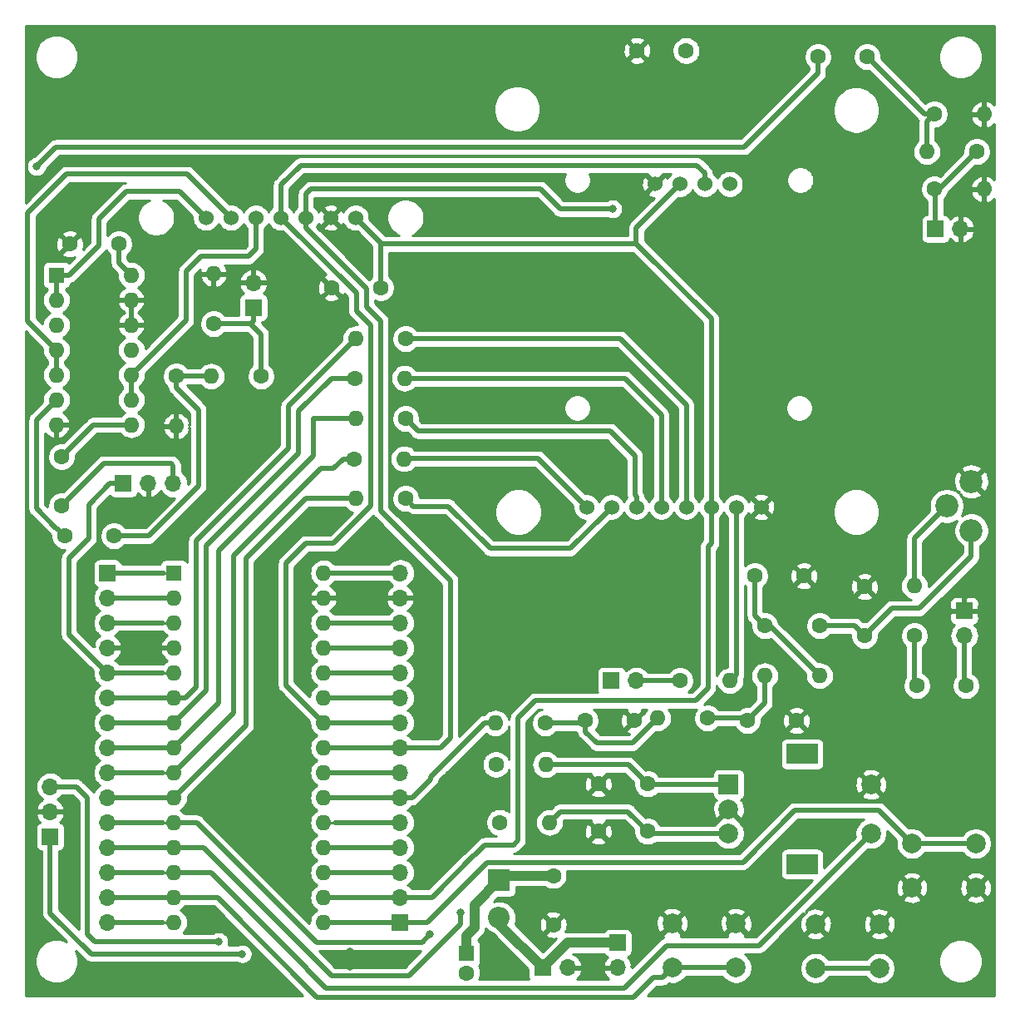
<source format=gbr>
G04 #@! TF.GenerationSoftware,KiCad,Pcbnew,(5.1.2)-2*
G04 #@! TF.CreationDate,2020-07-27T19:05:42-04:00*
G04 #@! TF.ProjectId,2n2-trans,326e322d-7472-4616-9e73-2e6b69636164,rev?*
G04 #@! TF.SameCoordinates,Original*
G04 #@! TF.FileFunction,Copper,L1,Top*
G04 #@! TF.FilePolarity,Positive*
%FSLAX46Y46*%
G04 Gerber Fmt 4.6, Leading zero omitted, Abs format (unit mm)*
G04 Created by KiCad (PCBNEW (5.1.2)-2) date 2020-07-27 19:05:42*
%MOMM*%
%LPD*%
G04 APERTURE LIST*
%ADD10O,1.600000X1.600000*%
%ADD11R,1.600000X1.600000*%
%ADD12C,1.524000*%
%ADD13C,1.600000*%
%ADD14C,2.340000*%
%ADD15O,1.700000X1.700000*%
%ADD16R,1.700000X1.700000*%
%ADD17C,2.000000*%
%ADD18R,2.000000X2.000000*%
%ADD19R,3.200000X2.000000*%
%ADD20O,2.200000X2.200000*%
%ADD21R,2.200000X2.200000*%
%ADD22C,0.800000*%
%ADD23C,0.508000*%
%ADD24C,1.016000*%
%ADD25C,0.250000*%
%ADD26C,0.254000*%
G04 APERTURE END LIST*
D10*
X107213400Y-136372600D03*
X91973400Y-136372600D03*
X107213400Y-100812600D03*
X91973400Y-133832600D03*
X107213400Y-103352600D03*
X91973400Y-131292600D03*
X107213400Y-105892600D03*
X91973400Y-128752600D03*
X107213400Y-108432600D03*
X91973400Y-126212600D03*
X107213400Y-110972600D03*
X91973400Y-123672600D03*
X107213400Y-113512600D03*
X91973400Y-121132600D03*
X107213400Y-116052600D03*
X91973400Y-118592600D03*
X107213400Y-118592600D03*
X91973400Y-116052600D03*
X107213400Y-121132600D03*
X91973400Y-113512600D03*
X107213400Y-123672600D03*
X91973400Y-110972600D03*
X107213400Y-126212600D03*
X91973400Y-108432600D03*
X107213400Y-128752600D03*
X91973400Y-105892600D03*
X107213400Y-131292600D03*
X91973400Y-103352600D03*
X107213400Y-133832600D03*
D11*
X91973400Y-100812600D03*
D12*
X110490000Y-64643000D03*
X107950000Y-64643000D03*
X105410000Y-64643000D03*
X102870000Y-64643000D03*
X100330000Y-64643000D03*
X97790000Y-64643000D03*
X95250000Y-64643000D03*
D10*
X115468400Y-80975200D03*
D13*
X110388400Y-80975200D03*
D14*
X173188000Y-96480000D03*
X170688000Y-93980000D03*
X173188000Y-91480000D03*
D10*
X167386000Y-102108000D03*
D13*
X167386000Y-107188000D03*
D10*
X157734000Y-111252000D03*
D13*
X157734000Y-106172000D03*
D10*
X152146000Y-111252000D03*
D13*
X152146000Y-106172000D03*
D10*
X141224000Y-115570000D03*
D13*
X146304000Y-115570000D03*
D10*
X124714000Y-116078000D03*
D13*
X129794000Y-116078000D03*
D15*
X172466000Y-107188000D03*
D16*
X172466000Y-104648000D03*
D13*
X167640000Y-112268000D03*
X172640000Y-112268000D03*
X162306000Y-102188000D03*
X162306000Y-107188000D03*
X156130000Y-101092000D03*
X151130000Y-101092000D03*
X155368000Y-115824000D03*
X150368000Y-115824000D03*
X138858000Y-115824000D03*
X133858000Y-115824000D03*
X162560000Y-48260000D03*
X157560000Y-48260000D03*
X85852000Y-97028000D03*
X80852000Y-97028000D03*
X80518000Y-93980000D03*
X80518000Y-88980000D03*
D17*
X173632000Y-128342000D03*
X173632000Y-132842000D03*
X167132000Y-128342000D03*
X167132000Y-132842000D03*
D10*
X174498000Y-54102000D03*
D13*
X169418000Y-54102000D03*
D10*
X168656000Y-57912000D03*
D13*
X173736000Y-57912000D03*
D10*
X92202000Y-85852000D03*
D13*
X92202000Y-80772000D03*
D10*
X174498000Y-61722000D03*
D13*
X169418000Y-61722000D03*
D10*
X95758000Y-80772000D03*
D13*
X100838000Y-80772000D03*
D10*
X96012000Y-70358000D03*
D13*
X96012000Y-75438000D03*
D15*
X137160000Y-140970000D03*
D16*
X137160000Y-138430000D03*
D10*
X87630000Y-70485000D03*
X80010000Y-85725000D03*
X87630000Y-73025000D03*
X80010000Y-83185000D03*
X87630000Y-75565000D03*
X80010000Y-80645000D03*
X87630000Y-78105000D03*
X80010000Y-78105000D03*
X87630000Y-80645000D03*
X80010000Y-75565000D03*
X87630000Y-83185000D03*
X80010000Y-73025000D03*
X87630000Y-85725000D03*
D11*
X80010000Y-70485000D03*
D13*
X108030000Y-71755000D03*
X113030000Y-71755000D03*
X139145000Y-47625000D03*
X144145000Y-47625000D03*
X81360000Y-67310000D03*
X86360000Y-67310000D03*
D17*
X157330000Y-141025000D03*
X157330000Y-136525000D03*
X163830000Y-141025000D03*
X163830000Y-136525000D03*
X142725000Y-140970000D03*
X142725000Y-136470000D03*
X149225000Y-140970000D03*
X149225000Y-136470000D03*
D10*
X148590000Y-111760000D03*
D13*
X143510000Y-111760000D03*
D10*
X110490000Y-76962000D03*
D13*
X115570000Y-76962000D03*
D10*
X110490000Y-85090000D03*
D13*
X115570000Y-85090000D03*
D10*
X110490000Y-93218000D03*
D13*
X115570000Y-93218000D03*
D10*
X115417600Y-89179400D03*
D13*
X110337600Y-89179400D03*
D15*
X139065000Y-111760000D03*
D16*
X136525000Y-111760000D03*
D12*
X148590000Y-61205000D03*
X146050000Y-61205000D03*
X143510000Y-61205000D03*
X140970000Y-61205000D03*
X151776600Y-94091800D03*
X149236600Y-94091800D03*
X146696600Y-94091800D03*
X144156600Y-94091800D03*
X141616600Y-94091800D03*
X139076600Y-94091800D03*
X136536600Y-94091800D03*
X133996600Y-94091800D03*
D10*
X129844800Y-120294400D03*
D13*
X124764800Y-120294400D03*
D10*
X130225800Y-126187200D03*
D13*
X125145800Y-126187200D03*
D15*
X79375000Y-122555000D03*
X79375000Y-125095000D03*
D16*
X79375000Y-127635000D03*
D13*
X135208000Y-122275600D03*
X140208000Y-122275600D03*
X135208000Y-127101600D03*
X140208000Y-127101600D03*
D15*
X115011200Y-100812600D03*
X115011200Y-103352600D03*
X115011200Y-105892600D03*
X115011200Y-108432600D03*
X115011200Y-110972600D03*
X115011200Y-113512600D03*
X115011200Y-116052600D03*
X115011200Y-118592600D03*
X115011200Y-121132600D03*
X115011200Y-123672600D03*
X115011200Y-126212600D03*
X115011200Y-128752600D03*
X115011200Y-131292600D03*
X115011200Y-133832600D03*
D16*
X115011200Y-136372600D03*
D15*
X85191600Y-136372600D03*
X85191600Y-133832600D03*
X85191600Y-131292600D03*
X85191600Y-128752600D03*
X85191600Y-126212600D03*
X85191600Y-123672600D03*
X85191600Y-121132600D03*
X85191600Y-118592600D03*
X85191600Y-116052600D03*
X85191600Y-113512600D03*
X85191600Y-110972600D03*
X85191600Y-108432600D03*
X85191600Y-105892600D03*
X85191600Y-103352600D03*
D16*
X85191600Y-100812600D03*
D18*
X148463000Y-122326400D03*
D17*
X148463000Y-124826400D03*
X148463000Y-127326400D03*
D19*
X155963000Y-119226400D03*
X155963000Y-130426400D03*
D17*
X162963000Y-122326400D03*
X162963000Y-127326400D03*
D15*
X91897200Y-91694000D03*
X89357200Y-91694000D03*
D16*
X86817200Y-91694000D03*
D13*
X121767600Y-141522200D03*
D11*
X121767600Y-139522200D03*
D20*
X125095000Y-135890000D03*
D21*
X125095000Y-132080000D03*
D13*
X130606800Y-131597400D03*
X130606800Y-136597400D03*
D15*
X132080000Y-140970000D03*
D16*
X129540000Y-140970000D03*
X100076000Y-73787000D03*
D15*
X100076000Y-71247000D03*
X172085000Y-65786000D03*
D16*
X169545000Y-65786000D03*
D22*
X92710000Y-47244000D03*
X87884000Y-47244000D03*
X94488000Y-47244000D03*
X96520000Y-47244000D03*
X89408000Y-47244000D03*
X84836000Y-47244000D03*
X90932000Y-47244000D03*
X86360000Y-47244000D03*
X86360000Y-50546000D03*
X90932000Y-50546000D03*
X84836000Y-50546000D03*
X89408000Y-50546000D03*
X96520000Y-50546000D03*
X87884000Y-50546000D03*
X92710000Y-50546000D03*
X94488000Y-50546000D03*
X89408000Y-53848000D03*
X87884000Y-53848000D03*
X94488000Y-53848000D03*
X96520000Y-53848000D03*
X92710000Y-53848000D03*
X90932000Y-53848000D03*
X86360000Y-53848000D03*
X84836000Y-53848000D03*
X117602000Y-47244000D03*
X112522000Y-47244000D03*
X119634000Y-47244000D03*
X114046000Y-47244000D03*
X110998000Y-47244000D03*
X107950000Y-47244000D03*
X115824000Y-47244000D03*
X109474000Y-47244000D03*
X110998000Y-50292000D03*
X117602000Y-50292000D03*
X115824000Y-50292000D03*
X119634000Y-50292000D03*
X114046000Y-50292000D03*
X107950000Y-50292000D03*
X112522000Y-50292000D03*
X109474000Y-50292000D03*
X119634000Y-53340000D03*
X109474000Y-53340000D03*
X110998000Y-53340000D03*
X115824000Y-53340000D03*
X117602000Y-53340000D03*
X112522000Y-53340000D03*
X107950000Y-53340000D03*
X114046000Y-53340000D03*
X169926000Y-72136000D03*
X168148000Y-72136000D03*
X163322000Y-72136000D03*
X166370000Y-72136000D03*
X171958000Y-72136000D03*
X160274000Y-72136000D03*
X164846000Y-72136000D03*
X161798000Y-72136000D03*
X169926000Y-75946000D03*
X166370000Y-75946000D03*
X168148000Y-75946000D03*
X160274000Y-75946000D03*
X171958000Y-75946000D03*
X161798000Y-75946000D03*
X163322000Y-75946000D03*
X164846000Y-75946000D03*
X171958000Y-80010000D03*
X164846000Y-80010000D03*
X166370000Y-80010000D03*
X169926000Y-80010000D03*
X168148000Y-80010000D03*
X163322000Y-80010000D03*
X160274000Y-80010000D03*
X161798000Y-80010000D03*
X171958000Y-83820000D03*
X166370000Y-83820000D03*
X169926000Y-83820000D03*
X168148000Y-83820000D03*
X161798000Y-83820000D03*
X160274000Y-83820000D03*
X163322000Y-83820000D03*
X164846000Y-83820000D03*
X166370000Y-87122000D03*
X163322000Y-87122000D03*
X168148000Y-87122000D03*
X160274000Y-87122000D03*
X169926000Y-87122000D03*
X161798000Y-87122000D03*
X164846000Y-87122000D03*
X171958000Y-87122000D03*
X77978000Y-113030000D03*
X77978000Y-109982000D03*
X77978000Y-111506000D03*
X77978000Y-104902000D03*
X77978000Y-106680000D03*
X77978000Y-102870000D03*
X77978000Y-108458000D03*
X77978000Y-114554000D03*
X77470000Y-119634000D03*
X77470000Y-131318000D03*
X77470000Y-121666000D03*
X77470000Y-126746000D03*
X77470000Y-123444000D03*
X77470000Y-125222000D03*
X77470000Y-128270000D03*
X77470000Y-129794000D03*
X92710000Y-142748000D03*
X89662000Y-142748000D03*
X91186000Y-142748000D03*
X94234000Y-142748000D03*
X82550000Y-142748000D03*
X88138000Y-142748000D03*
X86360000Y-142748000D03*
X84582000Y-142748000D03*
X141224000Y-132080000D03*
X145796000Y-132080000D03*
X142748000Y-132080000D03*
X136144000Y-132080000D03*
X137922000Y-132080000D03*
X144272000Y-132080000D03*
X134112000Y-132080000D03*
X139700000Y-132080000D03*
X167386000Y-136652000D03*
X170688000Y-136652000D03*
X173990000Y-136652000D03*
X152908000Y-98298000D03*
X156972000Y-98298000D03*
X146050000Y-51816000D03*
X137414000Y-51816000D03*
X138938000Y-51816000D03*
X134366000Y-51816000D03*
X140462000Y-51816000D03*
X135890000Y-51816000D03*
X142240000Y-51816000D03*
X139649200Y-100863400D03*
X138125200Y-100863400D03*
X136601200Y-100863400D03*
X131521200Y-100863400D03*
X133299200Y-100863400D03*
X135077200Y-100863400D03*
X141173200Y-100863400D03*
X129489200Y-100863400D03*
X135178800Y-105003600D03*
X138226800Y-105003600D03*
X129590800Y-105003600D03*
X141274800Y-105003600D03*
X136702800Y-105003600D03*
X133400800Y-105003600D03*
X131622800Y-105003600D03*
X139750800Y-105003600D03*
X127381000Y-71221600D03*
X130429000Y-71221600D03*
X121793000Y-71221600D03*
X133477000Y-71221600D03*
X128905000Y-71221600D03*
X125603000Y-71221600D03*
X123825000Y-71221600D03*
X131953000Y-71221600D03*
X166751000Y-116078000D03*
X171323000Y-116078000D03*
X164973000Y-116078000D03*
X168275000Y-116078000D03*
X163195000Y-116078000D03*
X169799000Y-116078000D03*
X172847000Y-116078000D03*
X161163000Y-116078000D03*
X101574600Y-118364000D03*
X101574600Y-115316000D03*
X101574600Y-123952000D03*
X101574600Y-112268000D03*
X101574600Y-116840000D03*
X101574600Y-120142000D03*
X101574600Y-121920000D03*
X101574600Y-113792000D03*
X119964200Y-121285000D03*
X119964200Y-122809000D03*
X109905800Y-139319000D03*
X109905800Y-140843000D03*
X170256200Y-98475800D03*
X170256200Y-99999800D03*
X124891800Y-139522200D03*
X124891800Y-141046200D03*
X88569800Y-108432600D03*
X147853400Y-100838000D03*
X147853400Y-105638600D03*
X121158000Y-135356600D03*
X118059200Y-137591800D03*
X136652000Y-63754000D03*
X96545400Y-138328400D03*
X98933000Y-139573000D03*
X77978000Y-59436000D03*
D23*
X85191600Y-108432600D02*
X88569800Y-108432600D01*
X107213400Y-103352600D02*
X115011200Y-103352600D01*
X88569800Y-108432600D02*
X91973400Y-108432600D01*
X140432800Y-127326400D02*
X140208000Y-127101600D01*
X148463000Y-127326400D02*
X140432800Y-127326400D01*
X140208000Y-127101600D02*
X138201400Y-125095000D01*
X131318000Y-125095000D02*
X130225800Y-126187200D01*
X138201400Y-125095000D02*
X131318000Y-125095000D01*
X140258800Y-122326400D02*
X140208000Y-122275600D01*
X148463000Y-122326400D02*
X140258800Y-122326400D01*
X138226800Y-120294400D02*
X129844800Y-120294400D01*
X140208000Y-122275600D02*
X138226800Y-120294400D01*
D24*
X125577600Y-131597400D02*
X125095000Y-132080000D01*
X130606800Y-131597400D02*
X125577600Y-131597400D01*
D23*
X107213400Y-100812600D02*
X115011200Y-100812600D01*
D24*
X121767600Y-137706200D02*
X122605800Y-136868000D01*
X121767600Y-139522200D02*
X121767600Y-137706200D01*
X122605800Y-134569200D02*
X125095000Y-132080000D01*
X122605800Y-136868000D02*
X122605800Y-134569200D01*
X125095000Y-136525000D02*
X129540000Y-140970000D01*
X125095000Y-135890000D02*
X125095000Y-136525000D01*
X132080000Y-138430000D02*
X129540000Y-140970000D01*
X137160000Y-138430000D02*
X132080000Y-138430000D01*
D23*
X100076000Y-75145000D02*
X100076000Y-73787000D01*
X99783000Y-75438000D02*
X100076000Y-75145000D01*
X96012000Y-75438000D02*
X99783000Y-75438000D01*
X100838000Y-76493000D02*
X99783000Y-75438000D01*
X100838000Y-80772000D02*
X100838000Y-76493000D01*
X169545000Y-61849000D02*
X169418000Y-61722000D01*
X169545000Y-65786000D02*
X169545000Y-61849000D01*
X169926000Y-61722000D02*
X169418000Y-61722000D01*
X173736000Y-57912000D02*
X169926000Y-61722000D01*
X107213400Y-136372600D02*
X115011200Y-136372600D01*
X172217787Y-128342000D02*
X167132000Y-128342000D01*
X173632000Y-128342000D02*
X172217787Y-128342000D01*
X123909788Y-130248010D02*
X149913990Y-130248010D01*
X115011200Y-136372600D02*
X117785198Y-136372600D01*
X117785198Y-136372600D02*
X123909788Y-130248010D01*
X149913990Y-130248010D02*
X155194000Y-124968000D01*
X163758000Y-124968000D02*
X167132000Y-128342000D01*
X155194000Y-124968000D02*
X163758000Y-124968000D01*
X90842030Y-136372600D02*
X85191600Y-136372600D01*
D25*
X91973400Y-136372600D02*
X90842030Y-136372600D01*
D23*
X162415787Y-141025000D02*
X157330000Y-141025000D01*
X163830000Y-141025000D02*
X162415787Y-141025000D01*
X85191600Y-133832600D02*
X91973400Y-133832600D01*
X147810787Y-140970000D02*
X142725000Y-140970000D01*
X149225000Y-140970000D02*
X147810787Y-140970000D01*
X140782801Y-141969999D02*
X138781810Y-143970990D01*
X142725000Y-140970000D02*
X141725001Y-141969999D01*
X141725001Y-141969999D02*
X140782801Y-141969999D01*
X138781810Y-143970990D02*
X106556790Y-143970990D01*
X96418400Y-133832600D02*
X91973400Y-133832600D01*
X106556790Y-143970990D02*
X96418400Y-133832600D01*
X90842030Y-131292600D02*
X85191600Y-131292600D01*
D25*
X91973400Y-131292600D02*
X90842030Y-131292600D01*
D23*
X93104770Y-131292600D02*
X93130170Y-131267200D01*
X91973400Y-131292600D02*
X93104770Y-131292600D01*
X93130170Y-131267200D02*
X95732600Y-131267200D01*
X105537000Y-141071600D02*
X105537000Y-141097000D01*
X95732600Y-131267200D02*
X105537000Y-141071600D01*
X105537000Y-141097000D02*
X107467400Y-143027400D01*
X107467400Y-143027400D02*
X137820400Y-143027400D01*
X137820400Y-143027400D02*
X142138400Y-138709400D01*
X151580000Y-138709400D02*
X162963000Y-127326400D01*
X142138400Y-138709400D02*
X151580000Y-138709400D01*
X107213400Y-105892600D02*
X115011200Y-105892600D01*
X85191600Y-128752600D02*
X91973400Y-128752600D01*
X91973400Y-128752600D02*
X93104770Y-128752600D01*
X93104770Y-128752600D02*
X94996000Y-128752600D01*
X94996000Y-128752600D02*
X108051600Y-141808200D01*
X108051600Y-141808200D02*
X115874800Y-141808200D01*
X115874800Y-141808200D02*
X121158000Y-136525000D01*
X121158000Y-136525000D02*
X121158000Y-135356600D01*
X90842030Y-126212600D02*
X85191600Y-126212600D01*
D25*
X91973400Y-126212600D02*
X90842030Y-126212600D01*
D23*
X91973400Y-126212600D02*
X93104770Y-126212600D01*
X93104770Y-126212600D02*
X94284800Y-126212600D01*
X94284800Y-126212600D02*
X106476800Y-138404600D01*
X106476800Y-138404600D02*
X117246400Y-138404600D01*
X117246400Y-138404600D02*
X118059200Y-137591800D01*
X107213400Y-110972600D02*
X115011200Y-110972600D01*
X85191600Y-123672600D02*
X91973400Y-123672600D01*
X99314000Y-116332000D02*
X91973400Y-123672600D01*
X99314000Y-99314000D02*
X99314000Y-116332000D01*
X110490000Y-93218000D02*
X105410000Y-93218000D01*
X105410000Y-93218000D02*
X99314000Y-99314000D01*
X107213400Y-113512600D02*
X115011200Y-113512600D01*
X90842030Y-121132600D02*
X85191600Y-121132600D01*
D25*
X91973400Y-121132600D02*
X90842030Y-121132600D01*
D23*
X98044000Y-115062000D02*
X91948000Y-121158000D01*
X106934000Y-90170000D02*
X98044000Y-99060000D01*
X98044000Y-99060000D02*
X98044000Y-115062000D01*
X108215630Y-90170000D02*
X106934000Y-90170000D01*
X109206230Y-89179400D02*
X108215630Y-90170000D01*
X110337600Y-89179400D02*
X109206230Y-89179400D01*
X107213400Y-116052600D02*
X115011200Y-116052600D01*
X146050000Y-60127370D02*
X145211800Y-59289170D01*
X146050000Y-61205000D02*
X146050000Y-60127370D01*
X145211800Y-59289170D02*
X104896430Y-59289170D01*
X102870000Y-61315600D02*
X102870000Y-64643000D01*
X104896430Y-59289170D02*
X102870000Y-61315600D01*
X103378000Y-112217200D02*
X107213400Y-116052600D01*
X110543990Y-72316990D02*
X110543990Y-74145790D01*
X102870000Y-64643000D02*
X110543990Y-72316990D01*
X105410000Y-97790000D02*
X103378000Y-99822000D01*
X110543990Y-74145790D02*
X112014000Y-75615800D01*
X112014000Y-75615800D02*
X112014000Y-93980000D01*
X103378000Y-99822000D02*
X103378000Y-112217200D01*
X112014000Y-93980000D02*
X108204000Y-97790000D01*
X108204000Y-97790000D02*
X105410000Y-97790000D01*
X107213400Y-118592600D02*
X115011200Y-118592600D01*
X105410000Y-64643000D02*
X105410000Y-63565370D01*
X105410000Y-63565370D02*
X105410000Y-62230000D01*
X105410000Y-62230000D02*
X105918000Y-61722000D01*
X105918000Y-61722000D02*
X129286000Y-61722000D01*
X129286000Y-61722000D02*
X131318000Y-63754000D01*
X131318000Y-63754000D02*
X136652000Y-63754000D01*
X116213281Y-118592600D02*
X115011200Y-118592600D01*
X119151400Y-118592600D02*
X116213281Y-118592600D01*
X120142000Y-117602000D02*
X119151400Y-118592600D01*
X113030000Y-94488000D02*
X120142000Y-101600000D01*
X105410000Y-65720630D02*
X108777370Y-69088000D01*
X105410000Y-64643000D02*
X105410000Y-65720630D01*
X120142000Y-101600000D02*
X120142000Y-117602000D01*
X113030000Y-75184000D02*
X113030000Y-94488000D01*
X108777370Y-69088000D02*
X108777370Y-69102570D01*
X108777370Y-69102570D02*
X111556800Y-71882000D01*
X111556800Y-71882000D02*
X111556800Y-73710800D01*
X111556800Y-73710800D02*
X113030000Y-75184000D01*
X91973400Y-116052600D02*
X85191600Y-116052600D01*
X95250000Y-112776000D02*
X91973400Y-116052600D01*
X95250000Y-98044000D02*
X95250000Y-112776000D01*
X104648000Y-88646000D02*
X95250000Y-98044000D01*
X104648000Y-84328000D02*
X104648000Y-88646000D01*
X110388400Y-80975200D02*
X108000800Y-80975200D01*
X108000800Y-80975200D02*
X104648000Y-84328000D01*
X107213400Y-121132600D02*
X115011200Y-121132600D01*
X85191600Y-113512600D02*
X91973400Y-113512600D01*
X93104770Y-113512600D02*
X94234000Y-112383370D01*
X91973400Y-113512600D02*
X93104770Y-113512600D01*
X94234000Y-112383370D02*
X94234000Y-97536000D01*
X94234000Y-97536000D02*
X103632000Y-88138000D01*
X103632000Y-83820000D02*
X110490000Y-76962000D01*
X103632000Y-88138000D02*
X103632000Y-83820000D01*
X108344770Y-126212600D02*
X115011200Y-126212600D01*
D25*
X107213400Y-126212600D02*
X108344770Y-126212600D01*
D23*
X79375000Y-122555000D02*
X82016600Y-122555000D01*
X82016600Y-122555000D02*
X83159600Y-123698000D01*
X83159600Y-123698000D02*
X83159600Y-137566400D01*
X83159600Y-137566400D02*
X83921600Y-138328400D01*
X83921600Y-138328400D02*
X96545400Y-138328400D01*
X107213400Y-128752600D02*
X115011200Y-128752600D01*
X79375000Y-127635000D02*
X79375000Y-135407400D01*
X79375000Y-135407400D02*
X83540600Y-139573000D01*
X83540600Y-139573000D02*
X98933000Y-139573000D01*
X90842030Y-105892600D02*
X85191600Y-105892600D01*
D25*
X91973400Y-105892600D02*
X90842030Y-105892600D01*
D23*
X107213400Y-131292600D02*
X115011200Y-131292600D01*
X85191600Y-103352600D02*
X91973400Y-103352600D01*
X139065000Y-65650000D02*
X143510000Y-61205000D01*
X139065000Y-67310000D02*
X139065000Y-65650000D01*
X113157000Y-67310000D02*
X139065000Y-67310000D01*
X146696600Y-74941600D02*
X139065000Y-67310000D01*
X146696600Y-94091800D02*
X146696600Y-74941600D01*
X107213400Y-133832600D02*
X115011200Y-133832600D01*
X113030000Y-67183000D02*
X112458500Y-66611500D01*
X113030000Y-71755000D02*
X113030000Y-67183000D01*
X110490000Y-64643000D02*
X112458500Y-66611500D01*
D25*
X112458500Y-66611500D02*
X113157000Y-67310000D01*
D23*
X146696600Y-97801600D02*
X146696600Y-94091800D01*
X146354800Y-112522000D02*
X146354800Y-98143400D01*
X127000000Y-115570000D02*
X128778000Y-113792000D01*
X127000000Y-128016000D02*
X127000000Y-115570000D01*
X126542800Y-128473200D02*
X127000000Y-128016000D01*
X124715722Y-128473200D02*
X126542800Y-128473200D01*
X145084800Y-113792000D02*
X146354800Y-112522000D01*
X118262400Y-133832600D02*
X122555000Y-129540000D01*
X122555000Y-129540000D02*
X122580400Y-129540000D01*
X146354800Y-98143400D02*
X146696600Y-97801600D01*
X122580400Y-129540000D02*
X123621800Y-128498600D01*
X123621800Y-128498600D02*
X124690322Y-128498600D01*
X128778000Y-113792000D02*
X145084800Y-113792000D01*
X115011200Y-133832600D02*
X118262400Y-133832600D01*
X124690322Y-128498600D02*
X124715722Y-128473200D01*
X90923400Y-100812600D02*
X85191600Y-100812600D01*
D25*
X91973400Y-100812600D02*
X90923400Y-100812600D01*
D23*
X90842030Y-110972600D02*
X85191600Y-110972600D01*
D25*
X91973400Y-110972600D02*
X90842030Y-110972600D01*
D23*
X85459200Y-91694000D02*
X83312000Y-93841200D01*
X86817200Y-91694000D02*
X85459200Y-91694000D01*
X83312000Y-93841200D02*
X83312000Y-97282000D01*
X83312000Y-97282000D02*
X81280000Y-99314000D01*
X81280000Y-107061000D02*
X85191600Y-110972600D01*
X81280000Y-99314000D02*
X81280000Y-107061000D01*
X91897200Y-89865200D02*
X91897200Y-91694000D01*
X91694000Y-89662000D02*
X91897200Y-89865200D01*
X80518000Y-93980000D02*
X84836000Y-89662000D01*
X84836000Y-89662000D02*
X91694000Y-89662000D01*
X107213400Y-108432600D02*
X115011200Y-108432600D01*
X86360000Y-69215000D02*
X87630000Y-70485000D01*
X86360000Y-67310000D02*
X86360000Y-69215000D01*
X85191600Y-118592600D02*
X91973400Y-118592600D01*
X96520000Y-114046000D02*
X91973400Y-118592600D01*
X96520000Y-98552000D02*
X96520000Y-114046000D01*
X106172000Y-88900000D02*
X96520000Y-98552000D01*
X110490000Y-85090000D02*
X106172000Y-85090000D01*
X106172000Y-85090000D02*
X106172000Y-88900000D01*
X143510000Y-111760000D02*
X139065000Y-111760000D01*
X129058800Y-89154000D02*
X133996600Y-94091800D01*
X115570000Y-89154000D02*
X129058800Y-89154000D01*
X116369999Y-94017999D02*
X119925999Y-94017999D01*
X115570000Y-93218000D02*
X116369999Y-94017999D01*
X119925999Y-94017999D02*
X124206000Y-98298000D01*
X135774601Y-94853799D02*
X136536600Y-94091800D01*
X132330400Y-98298000D02*
X135774601Y-94853799D01*
X124206000Y-98298000D02*
X132330400Y-98298000D01*
X116840000Y-86360000D02*
X115570000Y-85090000D01*
X136398000Y-86360000D02*
X116840000Y-86360000D01*
X138938000Y-88900000D02*
X136398000Y-86360000D01*
X138938000Y-92875570D02*
X138938000Y-88900000D01*
X139076600Y-94091800D02*
X139076600Y-93014170D01*
X139076600Y-93014170D02*
X138938000Y-92875570D01*
X115570000Y-81026000D02*
X137922000Y-81026000D01*
X141616600Y-84720600D02*
X141616600Y-94091800D01*
X137922000Y-81026000D02*
X141616600Y-84720600D01*
X144156600Y-83704600D02*
X144156600Y-94091800D01*
X115570000Y-76962000D02*
X137414000Y-76962000D01*
X137414000Y-76962000D02*
X144156600Y-83704600D01*
X149236600Y-111113400D02*
X148590000Y-111760000D01*
X149236600Y-94091800D02*
X149236600Y-111113400D01*
X93218000Y-75057000D02*
X87630000Y-80645000D01*
X93218000Y-70104000D02*
X93218000Y-75057000D01*
X94742000Y-68580000D02*
X93218000Y-70104000D01*
X99568000Y-68580000D02*
X94742000Y-68580000D01*
X100330000Y-64643000D02*
X100330000Y-67818000D01*
X100330000Y-67818000D02*
X99568000Y-68580000D01*
X87630000Y-80645000D02*
X87630000Y-83185000D01*
X80010000Y-80645000D02*
X80010000Y-78105000D01*
X80010000Y-78105000D02*
X77089000Y-75184000D01*
X77089000Y-75184000D02*
X77089000Y-64135000D01*
X77089000Y-64135000D02*
X81026000Y-60198000D01*
X93345000Y-60198000D02*
X97790000Y-64643000D01*
X81026000Y-60198000D02*
X93345000Y-60198000D01*
X80010000Y-73025000D02*
X80010000Y-70485000D01*
X81318000Y-70485000D02*
X84328000Y-67475000D01*
X80010000Y-70485000D02*
X81318000Y-70485000D01*
X84328000Y-67475000D02*
X84328000Y-64770000D01*
X84328000Y-64770000D02*
X87122000Y-61976000D01*
X92583000Y-61976000D02*
X95250000Y-64643000D01*
X87122000Y-61976000D02*
X92583000Y-61976000D01*
X83773000Y-85725000D02*
X87630000Y-85725000D01*
X80518000Y-88980000D02*
X83773000Y-85725000D01*
X92202000Y-80772000D02*
X95758000Y-80772000D01*
X92202000Y-81903370D02*
X94488000Y-84189370D01*
X92202000Y-80772000D02*
X92202000Y-81903370D01*
X94488000Y-84189370D02*
X94488000Y-91948000D01*
X89408000Y-97028000D02*
X85852000Y-97028000D01*
X94488000Y-91948000D02*
X89408000Y-97028000D01*
X80052001Y-96228001D02*
X79972001Y-96228001D01*
X80852000Y-97028000D02*
X80052001Y-96228001D01*
X79972001Y-96228001D02*
X77978000Y-94234000D01*
X77978000Y-85217000D02*
X80010000Y-83185000D01*
X77978000Y-94234000D02*
X77978000Y-85217000D01*
X168402000Y-54102000D02*
X169418000Y-54102000D01*
X162560000Y-48260000D02*
X168402000Y-54102000D01*
X168656000Y-54864000D02*
X169418000Y-54102000D01*
X168656000Y-57912000D02*
X168656000Y-54864000D01*
X157560000Y-48260000D02*
X157560000Y-49958000D01*
X79956010Y-57457990D02*
X77978000Y-59436000D01*
X157560000Y-49958000D02*
X150060010Y-57457990D01*
X150060010Y-57457990D02*
X79956010Y-57457990D01*
X107213400Y-123672600D02*
X115011200Y-123672600D01*
X123582630Y-116078000D02*
X118110000Y-121550630D01*
X124714000Y-116078000D02*
X123582630Y-116078000D01*
X116213281Y-123672600D02*
X115011200Y-123672600D01*
X118110000Y-121775881D02*
X116213281Y-123672600D01*
X118110000Y-121550630D02*
X118110000Y-121775881D01*
X133604000Y-116078000D02*
X133858000Y-115824000D01*
X129794000Y-116078000D02*
X133604000Y-116078000D01*
X133858000Y-116955370D02*
X135012630Y-118110000D01*
X133858000Y-115824000D02*
X133858000Y-116955370D01*
X138684000Y-118110000D02*
X141224000Y-115570000D01*
X135012630Y-118110000D02*
X138684000Y-118110000D01*
X152146000Y-114046000D02*
X150368000Y-115824000D01*
X152146000Y-111252000D02*
X152146000Y-114046000D01*
X150114000Y-115570000D02*
X150368000Y-115824000D01*
X146304000Y-115570000D02*
X150114000Y-115570000D01*
X151130000Y-105156000D02*
X152146000Y-106172000D01*
X151130000Y-101092000D02*
X151130000Y-105156000D01*
X152654000Y-106172000D02*
X152146000Y-106172000D01*
X157734000Y-111252000D02*
X152654000Y-106172000D01*
X173188000Y-96480000D02*
X173188000Y-99100000D01*
X173188000Y-99100000D02*
X167894000Y-104394000D01*
X165100000Y-104394000D02*
X162306000Y-107188000D01*
X167894000Y-104394000D02*
X165100000Y-104394000D01*
X161290000Y-106172000D02*
X162306000Y-107188000D01*
X157734000Y-106172000D02*
X161290000Y-106172000D01*
X167386000Y-112014000D02*
X167640000Y-112268000D01*
X167386000Y-107188000D02*
X167386000Y-112014000D01*
X172466000Y-112094000D02*
X172640000Y-112268000D01*
X172466000Y-107188000D02*
X172466000Y-112094000D01*
X167386000Y-97282000D02*
X167386000Y-102108000D01*
X170688000Y-93980000D02*
X167386000Y-97282000D01*
D26*
G36*
X175540000Y-53119072D02*
G01*
X175353131Y-52949615D01*
X175111881Y-52804930D01*
X174847040Y-52710091D01*
X174625000Y-52831376D01*
X174625000Y-53975000D01*
X174645000Y-53975000D01*
X174645000Y-54229000D01*
X174625000Y-54229000D01*
X174625000Y-55372624D01*
X174847040Y-55493909D01*
X175111881Y-55399070D01*
X175353131Y-55254385D01*
X175540000Y-55084928D01*
X175540000Y-60739072D01*
X175353131Y-60569615D01*
X175111881Y-60424930D01*
X174847040Y-60330091D01*
X174625000Y-60451376D01*
X174625000Y-61595000D01*
X174645000Y-61595000D01*
X174645000Y-61849000D01*
X174625000Y-61849000D01*
X174625000Y-62992624D01*
X174847040Y-63113909D01*
X175111881Y-63019070D01*
X175353131Y-62874385D01*
X175540000Y-62704928D01*
X175540001Y-143790000D01*
X140220035Y-143790000D01*
X141151037Y-142858999D01*
X141681341Y-142858999D01*
X141725001Y-142863299D01*
X141768661Y-142858999D01*
X141768668Y-142858999D01*
X141899275Y-142846135D01*
X142066852Y-142795302D01*
X142221292Y-142712752D01*
X142356660Y-142601658D01*
X142383394Y-142569082D01*
X142563967Y-142605000D01*
X142886033Y-142605000D01*
X143201912Y-142542168D01*
X143499463Y-142418918D01*
X143767252Y-142239987D01*
X143994987Y-142012252D01*
X144097387Y-141859000D01*
X147852613Y-141859000D01*
X147955013Y-142012252D01*
X148182748Y-142239987D01*
X148450537Y-142418918D01*
X148748088Y-142542168D01*
X149063967Y-142605000D01*
X149386033Y-142605000D01*
X149701912Y-142542168D01*
X149999463Y-142418918D01*
X150267252Y-142239987D01*
X150494987Y-142012252D01*
X150673918Y-141744463D01*
X150797168Y-141446912D01*
X150860000Y-141131033D01*
X150860000Y-140863967D01*
X155695000Y-140863967D01*
X155695000Y-141186033D01*
X155757832Y-141501912D01*
X155881082Y-141799463D01*
X156060013Y-142067252D01*
X156287748Y-142294987D01*
X156555537Y-142473918D01*
X156853088Y-142597168D01*
X157168967Y-142660000D01*
X157491033Y-142660000D01*
X157806912Y-142597168D01*
X158104463Y-142473918D01*
X158372252Y-142294987D01*
X158599987Y-142067252D01*
X158702387Y-141914000D01*
X162457613Y-141914000D01*
X162560013Y-142067252D01*
X162787748Y-142294987D01*
X163055537Y-142473918D01*
X163353088Y-142597168D01*
X163668967Y-142660000D01*
X163991033Y-142660000D01*
X164306912Y-142597168D01*
X164604463Y-142473918D01*
X164872252Y-142294987D01*
X165099987Y-142067252D01*
X165278918Y-141799463D01*
X165402168Y-141501912D01*
X165465000Y-141186033D01*
X165465000Y-140863967D01*
X165402168Y-140548088D01*
X165278918Y-140250537D01*
X165188270Y-140114872D01*
X169850000Y-140114872D01*
X169850000Y-140555128D01*
X169935890Y-140986925D01*
X170104369Y-141393669D01*
X170348962Y-141759729D01*
X170660271Y-142071038D01*
X171026331Y-142315631D01*
X171433075Y-142484110D01*
X171864872Y-142570000D01*
X172305128Y-142570000D01*
X172736925Y-142484110D01*
X173143669Y-142315631D01*
X173509729Y-142071038D01*
X173821038Y-141759729D01*
X174065631Y-141393669D01*
X174234110Y-140986925D01*
X174320000Y-140555128D01*
X174320000Y-140114872D01*
X174234110Y-139683075D01*
X174065631Y-139276331D01*
X173821038Y-138910271D01*
X173509729Y-138598962D01*
X173143669Y-138354369D01*
X172736925Y-138185890D01*
X172305128Y-138100000D01*
X171864872Y-138100000D01*
X171433075Y-138185890D01*
X171026331Y-138354369D01*
X170660271Y-138598962D01*
X170348962Y-138910271D01*
X170104369Y-139276331D01*
X169935890Y-139683075D01*
X169850000Y-140114872D01*
X165188270Y-140114872D01*
X165099987Y-139982748D01*
X164872252Y-139755013D01*
X164604463Y-139576082D01*
X164306912Y-139452832D01*
X163991033Y-139390000D01*
X163668967Y-139390000D01*
X163353088Y-139452832D01*
X163055537Y-139576082D01*
X162787748Y-139755013D01*
X162560013Y-139982748D01*
X162457613Y-140136000D01*
X158702387Y-140136000D01*
X158599987Y-139982748D01*
X158372252Y-139755013D01*
X158104463Y-139576082D01*
X157806912Y-139452832D01*
X157491033Y-139390000D01*
X157168967Y-139390000D01*
X156853088Y-139452832D01*
X156555537Y-139576082D01*
X156287748Y-139755013D01*
X156060013Y-139982748D01*
X155881082Y-140250537D01*
X155757832Y-140548088D01*
X155695000Y-140863967D01*
X150860000Y-140863967D01*
X150860000Y-140808967D01*
X150797168Y-140493088D01*
X150673918Y-140195537D01*
X150494987Y-139927748D01*
X150267252Y-139700013D01*
X150115177Y-139598400D01*
X151536340Y-139598400D01*
X151580000Y-139602700D01*
X151623660Y-139598400D01*
X151623667Y-139598400D01*
X151754274Y-139585536D01*
X151921851Y-139534703D01*
X152076291Y-139452153D01*
X152211659Y-139341059D01*
X152239499Y-139307136D01*
X153886222Y-137660413D01*
X156374192Y-137660413D01*
X156469956Y-137924814D01*
X156759571Y-138065704D01*
X157071108Y-138147384D01*
X157392595Y-138166718D01*
X157711675Y-138122961D01*
X158016088Y-138017795D01*
X158190044Y-137924814D01*
X158285808Y-137660413D01*
X162874192Y-137660413D01*
X162969956Y-137924814D01*
X163259571Y-138065704D01*
X163571108Y-138147384D01*
X163892595Y-138166718D01*
X164211675Y-138122961D01*
X164516088Y-138017795D01*
X164690044Y-137924814D01*
X164785808Y-137660413D01*
X163830000Y-136704605D01*
X162874192Y-137660413D01*
X158285808Y-137660413D01*
X157330000Y-136704605D01*
X156374192Y-137660413D01*
X153886222Y-137660413D01*
X156086014Y-135460622D01*
X156194585Y-135569193D01*
X155930186Y-135664956D01*
X155789296Y-135954571D01*
X155707616Y-136266108D01*
X155688282Y-136587595D01*
X155732039Y-136906675D01*
X155837205Y-137211088D01*
X155930186Y-137385044D01*
X156194587Y-137480808D01*
X157150395Y-136525000D01*
X157509605Y-136525000D01*
X158465413Y-137480808D01*
X158729814Y-137385044D01*
X158870704Y-137095429D01*
X158952384Y-136783892D01*
X158964189Y-136587595D01*
X162188282Y-136587595D01*
X162232039Y-136906675D01*
X162337205Y-137211088D01*
X162430186Y-137385044D01*
X162694587Y-137480808D01*
X163650395Y-136525000D01*
X164009605Y-136525000D01*
X164965413Y-137480808D01*
X165229814Y-137385044D01*
X165370704Y-137095429D01*
X165452384Y-136783892D01*
X165471718Y-136462405D01*
X165427961Y-136143325D01*
X165322795Y-135838912D01*
X165229814Y-135664956D01*
X164965413Y-135569192D01*
X164009605Y-136525000D01*
X163650395Y-136525000D01*
X162694587Y-135569192D01*
X162430186Y-135664956D01*
X162289296Y-135954571D01*
X162207616Y-136266108D01*
X162188282Y-136587595D01*
X158964189Y-136587595D01*
X158971718Y-136462405D01*
X158927961Y-136143325D01*
X158822795Y-135838912D01*
X158729814Y-135664956D01*
X158465413Y-135569192D01*
X157509605Y-136525000D01*
X157150395Y-136525000D01*
X157136253Y-136510858D01*
X157315858Y-136331253D01*
X157330000Y-136345395D01*
X158285808Y-135389587D01*
X162874192Y-135389587D01*
X163830000Y-136345395D01*
X164785808Y-135389587D01*
X164690044Y-135125186D01*
X164400429Y-134984296D01*
X164088892Y-134902616D01*
X163767405Y-134883282D01*
X163448325Y-134927039D01*
X163143912Y-135032205D01*
X162969956Y-135125186D01*
X162874192Y-135389587D01*
X158285808Y-135389587D01*
X158190044Y-135125186D01*
X157900429Y-134984296D01*
X157588892Y-134902616D01*
X157267405Y-134883282D01*
X156948325Y-134927039D01*
X156643912Y-135032205D01*
X156469956Y-135125186D01*
X156374193Y-135389585D01*
X156265622Y-135281014D01*
X157569223Y-133977413D01*
X166176192Y-133977413D01*
X166271956Y-134241814D01*
X166561571Y-134382704D01*
X166873108Y-134464384D01*
X167194595Y-134483718D01*
X167513675Y-134439961D01*
X167818088Y-134334795D01*
X167992044Y-134241814D01*
X168087808Y-133977413D01*
X172676192Y-133977413D01*
X172771956Y-134241814D01*
X173061571Y-134382704D01*
X173373108Y-134464384D01*
X173694595Y-134483718D01*
X174013675Y-134439961D01*
X174318088Y-134334795D01*
X174492044Y-134241814D01*
X174587808Y-133977413D01*
X173632000Y-133021605D01*
X172676192Y-133977413D01*
X168087808Y-133977413D01*
X167132000Y-133021605D01*
X166176192Y-133977413D01*
X157569223Y-133977413D01*
X158642041Y-132904595D01*
X165490282Y-132904595D01*
X165534039Y-133223675D01*
X165639205Y-133528088D01*
X165732186Y-133702044D01*
X165996587Y-133797808D01*
X166952395Y-132842000D01*
X167311605Y-132842000D01*
X168267413Y-133797808D01*
X168531814Y-133702044D01*
X168672704Y-133412429D01*
X168754384Y-133100892D01*
X168766189Y-132904595D01*
X171990282Y-132904595D01*
X172034039Y-133223675D01*
X172139205Y-133528088D01*
X172232186Y-133702044D01*
X172496587Y-133797808D01*
X173452395Y-132842000D01*
X173811605Y-132842000D01*
X174767413Y-133797808D01*
X175031814Y-133702044D01*
X175172704Y-133412429D01*
X175254384Y-133100892D01*
X175273718Y-132779405D01*
X175229961Y-132460325D01*
X175124795Y-132155912D01*
X175031814Y-131981956D01*
X174767413Y-131886192D01*
X173811605Y-132842000D01*
X173452395Y-132842000D01*
X172496587Y-131886192D01*
X172232186Y-131981956D01*
X172091296Y-132271571D01*
X172009616Y-132583108D01*
X171990282Y-132904595D01*
X168766189Y-132904595D01*
X168773718Y-132779405D01*
X168729961Y-132460325D01*
X168624795Y-132155912D01*
X168531814Y-131981956D01*
X168267413Y-131886192D01*
X167311605Y-132842000D01*
X166952395Y-132842000D01*
X165996587Y-131886192D01*
X165732186Y-131981956D01*
X165591296Y-132271571D01*
X165509616Y-132583108D01*
X165490282Y-132904595D01*
X158642041Y-132904595D01*
X159840049Y-131706587D01*
X166176192Y-131706587D01*
X167132000Y-132662395D01*
X168087808Y-131706587D01*
X172676192Y-131706587D01*
X173632000Y-132662395D01*
X174587808Y-131706587D01*
X174492044Y-131442186D01*
X174202429Y-131301296D01*
X173890892Y-131219616D01*
X173569405Y-131200282D01*
X173250325Y-131244039D01*
X172945912Y-131349205D01*
X172771956Y-131442186D01*
X172676192Y-131706587D01*
X168087808Y-131706587D01*
X167992044Y-131442186D01*
X167702429Y-131301296D01*
X167390892Y-131219616D01*
X167069405Y-131200282D01*
X166750325Y-131244039D01*
X166445912Y-131349205D01*
X166271956Y-131442186D01*
X166176192Y-131706587D01*
X159840049Y-131706587D01*
X162621194Y-128925442D01*
X162801967Y-128961400D01*
X163124033Y-128961400D01*
X163439912Y-128898568D01*
X163737463Y-128775318D01*
X164005252Y-128596387D01*
X164232987Y-128368652D01*
X164411918Y-128100863D01*
X164535168Y-127803312D01*
X164598000Y-127487433D01*
X164598000Y-127165367D01*
X164573137Y-127040373D01*
X165532958Y-128000194D01*
X165497000Y-128180967D01*
X165497000Y-128503033D01*
X165559832Y-128818912D01*
X165683082Y-129116463D01*
X165862013Y-129384252D01*
X166089748Y-129611987D01*
X166357537Y-129790918D01*
X166655088Y-129914168D01*
X166970967Y-129977000D01*
X167293033Y-129977000D01*
X167608912Y-129914168D01*
X167906463Y-129790918D01*
X168174252Y-129611987D01*
X168401987Y-129384252D01*
X168504387Y-129231000D01*
X172259613Y-129231000D01*
X172362013Y-129384252D01*
X172589748Y-129611987D01*
X172857537Y-129790918D01*
X173155088Y-129914168D01*
X173470967Y-129977000D01*
X173793033Y-129977000D01*
X174108912Y-129914168D01*
X174406463Y-129790918D01*
X174674252Y-129611987D01*
X174901987Y-129384252D01*
X175080918Y-129116463D01*
X175204168Y-128818912D01*
X175267000Y-128503033D01*
X175267000Y-128180967D01*
X175204168Y-127865088D01*
X175080918Y-127567537D01*
X174901987Y-127299748D01*
X174674252Y-127072013D01*
X174406463Y-126893082D01*
X174108912Y-126769832D01*
X173793033Y-126707000D01*
X173470967Y-126707000D01*
X173155088Y-126769832D01*
X172857537Y-126893082D01*
X172589748Y-127072013D01*
X172362013Y-127299748D01*
X172259613Y-127453000D01*
X168504387Y-127453000D01*
X168401987Y-127299748D01*
X168174252Y-127072013D01*
X167906463Y-126893082D01*
X167608912Y-126769832D01*
X167293033Y-126707000D01*
X166970967Y-126707000D01*
X166790194Y-126742958D01*
X164417499Y-124370264D01*
X164389659Y-124336341D01*
X164254291Y-124225247D01*
X164099851Y-124142697D01*
X163932274Y-124091864D01*
X163801667Y-124079000D01*
X163801660Y-124079000D01*
X163758000Y-124074700D01*
X163714340Y-124079000D01*
X155237660Y-124079000D01*
X155194000Y-124074700D01*
X155150340Y-124079000D01*
X155150333Y-124079000D01*
X155036325Y-124090229D01*
X155019725Y-124091864D01*
X154946758Y-124113998D01*
X154852149Y-124142697D01*
X154697709Y-124225247D01*
X154562341Y-124336341D01*
X154534506Y-124370258D01*
X149545755Y-129359010D01*
X126618855Y-129359010D01*
X126717074Y-129349336D01*
X126884651Y-129298503D01*
X127039091Y-129215953D01*
X127174459Y-129104859D01*
X127202299Y-129070936D01*
X127597737Y-128675498D01*
X127631659Y-128647659D01*
X127742753Y-128512291D01*
X127825303Y-128357851D01*
X127867210Y-128219700D01*
X127876136Y-128190276D01*
X127884942Y-128100863D01*
X127885588Y-128094302D01*
X134394903Y-128094302D01*
X134466486Y-128338271D01*
X134721996Y-128459171D01*
X134996184Y-128527900D01*
X135278512Y-128541817D01*
X135558130Y-128500387D01*
X135824292Y-128405203D01*
X135949514Y-128338271D01*
X136021097Y-128094302D01*
X135208000Y-127281205D01*
X134394903Y-128094302D01*
X127885588Y-128094302D01*
X127889000Y-128059667D01*
X127889000Y-128059661D01*
X127893300Y-128016001D01*
X127889000Y-127972341D01*
X127889000Y-126187200D01*
X128783857Y-126187200D01*
X128811564Y-126468509D01*
X128893618Y-126739008D01*
X129026868Y-126988301D01*
X129206192Y-127206808D01*
X129424699Y-127386132D01*
X129673992Y-127519382D01*
X129944491Y-127601436D01*
X130155308Y-127622200D01*
X130296292Y-127622200D01*
X130507109Y-127601436D01*
X130777608Y-127519382D01*
X131026901Y-127386132D01*
X131245408Y-127206808D01*
X131273882Y-127172112D01*
X133767783Y-127172112D01*
X133809213Y-127451730D01*
X133904397Y-127717892D01*
X133971329Y-127843114D01*
X134215298Y-127914697D01*
X135028395Y-127101600D01*
X135387605Y-127101600D01*
X136200702Y-127914697D01*
X136444671Y-127843114D01*
X136565571Y-127587604D01*
X136634300Y-127313416D01*
X136648217Y-127031088D01*
X136606787Y-126751470D01*
X136511603Y-126485308D01*
X136444671Y-126360086D01*
X136200702Y-126288503D01*
X135387605Y-127101600D01*
X135028395Y-127101600D01*
X134215298Y-126288503D01*
X133971329Y-126360086D01*
X133850429Y-126615596D01*
X133781700Y-126889784D01*
X133767783Y-127172112D01*
X131273882Y-127172112D01*
X131424732Y-126988301D01*
X131557982Y-126739008D01*
X131640036Y-126468509D01*
X131667743Y-126187200D01*
X131651182Y-126019054D01*
X131686236Y-125984000D01*
X134431549Y-125984000D01*
X134394903Y-126108898D01*
X135208000Y-126921995D01*
X136021097Y-126108898D01*
X135984451Y-125984000D01*
X137833165Y-125984000D01*
X138779044Y-126929880D01*
X138773000Y-126960265D01*
X138773000Y-127242935D01*
X138828147Y-127520174D01*
X138936320Y-127781327D01*
X139093363Y-128016359D01*
X139293241Y-128216237D01*
X139528273Y-128373280D01*
X139789426Y-128481453D01*
X140066665Y-128536600D01*
X140349335Y-128536600D01*
X140626574Y-128481453D01*
X140887727Y-128373280D01*
X141122759Y-128216237D01*
X141123596Y-128215400D01*
X147090613Y-128215400D01*
X147193013Y-128368652D01*
X147420748Y-128596387D01*
X147688537Y-128775318D01*
X147986088Y-128898568D01*
X148301967Y-128961400D01*
X148624033Y-128961400D01*
X148939912Y-128898568D01*
X149237463Y-128775318D01*
X149505252Y-128596387D01*
X149732987Y-128368652D01*
X149911918Y-128100863D01*
X150035168Y-127803312D01*
X150098000Y-127487433D01*
X150098000Y-127165367D01*
X150035168Y-126849488D01*
X149911918Y-126551937D01*
X149732987Y-126284148D01*
X149505252Y-126056413D01*
X149408065Y-125991475D01*
X149418808Y-125961813D01*
X148463000Y-125006005D01*
X147507192Y-125961813D01*
X147517935Y-125991475D01*
X147420748Y-126056413D01*
X147193013Y-126284148D01*
X147090613Y-126437400D01*
X141486111Y-126437400D01*
X141479680Y-126421873D01*
X141322637Y-126186841D01*
X141122759Y-125986963D01*
X140887727Y-125829920D01*
X140626574Y-125721747D01*
X140349335Y-125666600D01*
X140066665Y-125666600D01*
X140036280Y-125672644D01*
X138860899Y-124497264D01*
X138833059Y-124463341D01*
X138697691Y-124352247D01*
X138543251Y-124269697D01*
X138375674Y-124218864D01*
X138245067Y-124206000D01*
X138245060Y-124206000D01*
X138201400Y-124201700D01*
X138157740Y-124206000D01*
X131361659Y-124206000D01*
X131317999Y-124201700D01*
X131274339Y-124206000D01*
X131274333Y-124206000D01*
X131162073Y-124217057D01*
X131143725Y-124218864D01*
X131122680Y-124225248D01*
X130976149Y-124269697D01*
X130821709Y-124352247D01*
X130686341Y-124463341D01*
X130658505Y-124497259D01*
X130393946Y-124761818D01*
X130296292Y-124752200D01*
X130155308Y-124752200D01*
X129944491Y-124772964D01*
X129673992Y-124855018D01*
X129424699Y-124988268D01*
X129206192Y-125167592D01*
X129026868Y-125386099D01*
X128893618Y-125635392D01*
X128811564Y-125905891D01*
X128783857Y-126187200D01*
X127889000Y-126187200D01*
X127889000Y-123268302D01*
X134394903Y-123268302D01*
X134466486Y-123512271D01*
X134721996Y-123633171D01*
X134996184Y-123701900D01*
X135278512Y-123715817D01*
X135558130Y-123674387D01*
X135824292Y-123579203D01*
X135949514Y-123512271D01*
X136021097Y-123268302D01*
X135208000Y-122455205D01*
X134394903Y-123268302D01*
X127889000Y-123268302D01*
X127889000Y-122346112D01*
X133767783Y-122346112D01*
X133809213Y-122625730D01*
X133904397Y-122891892D01*
X133971329Y-123017114D01*
X134215298Y-123088697D01*
X135028395Y-122275600D01*
X135387605Y-122275600D01*
X136200702Y-123088697D01*
X136444671Y-123017114D01*
X136565571Y-122761604D01*
X136634300Y-122487416D01*
X136648217Y-122205088D01*
X136606787Y-121925470D01*
X136511603Y-121659308D01*
X136444671Y-121534086D01*
X136200702Y-121462503D01*
X135387605Y-122275600D01*
X135028395Y-122275600D01*
X134215298Y-121462503D01*
X133971329Y-121534086D01*
X133850429Y-121789596D01*
X133781700Y-122063784D01*
X133767783Y-122346112D01*
X127889000Y-122346112D01*
X127889000Y-120294400D01*
X128402857Y-120294400D01*
X128430564Y-120575709D01*
X128512618Y-120846208D01*
X128645868Y-121095501D01*
X128825192Y-121314008D01*
X129043699Y-121493332D01*
X129292992Y-121626582D01*
X129563491Y-121708636D01*
X129774308Y-121729400D01*
X129915292Y-121729400D01*
X130126109Y-121708636D01*
X130396608Y-121626582D01*
X130645901Y-121493332D01*
X130864408Y-121314008D01*
X130971595Y-121183400D01*
X134424097Y-121183400D01*
X134394903Y-121282898D01*
X135208000Y-122095995D01*
X136021097Y-121282898D01*
X135991903Y-121183400D01*
X137858565Y-121183400D01*
X138779044Y-122103880D01*
X138773000Y-122134265D01*
X138773000Y-122416935D01*
X138828147Y-122694174D01*
X138936320Y-122955327D01*
X139093363Y-123190359D01*
X139293241Y-123390237D01*
X139528273Y-123547280D01*
X139789426Y-123655453D01*
X140066665Y-123710600D01*
X140349335Y-123710600D01*
X140626574Y-123655453D01*
X140887727Y-123547280D01*
X141122759Y-123390237D01*
X141297596Y-123215400D01*
X146824928Y-123215400D01*
X146824928Y-123326400D01*
X146837188Y-123450882D01*
X146873498Y-123570580D01*
X146932463Y-123680894D01*
X147011815Y-123777585D01*
X147108506Y-123856937D01*
X147212223Y-123912376D01*
X147063186Y-123966356D01*
X146922296Y-124255971D01*
X146840616Y-124567508D01*
X146821282Y-124888995D01*
X146865039Y-125208075D01*
X146970205Y-125512488D01*
X147063186Y-125686444D01*
X147327587Y-125782208D01*
X148283395Y-124826400D01*
X148269253Y-124812258D01*
X148448858Y-124632653D01*
X148463000Y-124646795D01*
X148477143Y-124632653D01*
X148656748Y-124812258D01*
X148642605Y-124826400D01*
X149598413Y-125782208D01*
X149862814Y-125686444D01*
X150003704Y-125396829D01*
X150085384Y-125085292D01*
X150104718Y-124763805D01*
X150060961Y-124444725D01*
X149955795Y-124140312D01*
X149862814Y-123966356D01*
X149713777Y-123912376D01*
X149817494Y-123856937D01*
X149914185Y-123777585D01*
X149993537Y-123680894D01*
X150052502Y-123570580D01*
X150085496Y-123461813D01*
X162007192Y-123461813D01*
X162102956Y-123726214D01*
X162392571Y-123867104D01*
X162704108Y-123948784D01*
X163025595Y-123968118D01*
X163344675Y-123924361D01*
X163649088Y-123819195D01*
X163823044Y-123726214D01*
X163918808Y-123461813D01*
X162963000Y-122506005D01*
X162007192Y-123461813D01*
X150085496Y-123461813D01*
X150088812Y-123450882D01*
X150101072Y-123326400D01*
X150101072Y-122388995D01*
X161321282Y-122388995D01*
X161365039Y-122708075D01*
X161470205Y-123012488D01*
X161563186Y-123186444D01*
X161827587Y-123282208D01*
X162783395Y-122326400D01*
X163142605Y-122326400D01*
X164098413Y-123282208D01*
X164362814Y-123186444D01*
X164503704Y-122896829D01*
X164585384Y-122585292D01*
X164604718Y-122263805D01*
X164560961Y-121944725D01*
X164455795Y-121640312D01*
X164362814Y-121466356D01*
X164098413Y-121370592D01*
X163142605Y-122326400D01*
X162783395Y-122326400D01*
X161827587Y-121370592D01*
X161563186Y-121466356D01*
X161422296Y-121755971D01*
X161340616Y-122067508D01*
X161321282Y-122388995D01*
X150101072Y-122388995D01*
X150101072Y-121326400D01*
X150088812Y-121201918D01*
X150085497Y-121190987D01*
X162007192Y-121190987D01*
X162963000Y-122146795D01*
X163918808Y-121190987D01*
X163823044Y-120926586D01*
X163533429Y-120785696D01*
X163221892Y-120704016D01*
X162900405Y-120684682D01*
X162581325Y-120728439D01*
X162276912Y-120833605D01*
X162102956Y-120926586D01*
X162007192Y-121190987D01*
X150085497Y-121190987D01*
X150052502Y-121082220D01*
X149993537Y-120971906D01*
X149914185Y-120875215D01*
X149817494Y-120795863D01*
X149707180Y-120736898D01*
X149587482Y-120700588D01*
X149463000Y-120688328D01*
X147463000Y-120688328D01*
X147338518Y-120700588D01*
X147218820Y-120736898D01*
X147108506Y-120795863D01*
X147011815Y-120875215D01*
X146932463Y-120971906D01*
X146873498Y-121082220D01*
X146837188Y-121201918D01*
X146824928Y-121326400D01*
X146824928Y-121437400D01*
X141373792Y-121437400D01*
X141322637Y-121360841D01*
X141122759Y-121160963D01*
X140887727Y-121003920D01*
X140626574Y-120895747D01*
X140349335Y-120840600D01*
X140066665Y-120840600D01*
X140036280Y-120846644D01*
X138886299Y-119696664D01*
X138858459Y-119662741D01*
X138723091Y-119551647D01*
X138568651Y-119469097D01*
X138401074Y-119418264D01*
X138270467Y-119405400D01*
X138270460Y-119405400D01*
X138226800Y-119401100D01*
X138183140Y-119405400D01*
X130971595Y-119405400D01*
X130864408Y-119274792D01*
X130645901Y-119095468D01*
X130396608Y-118962218D01*
X130126109Y-118880164D01*
X129915292Y-118859400D01*
X129774308Y-118859400D01*
X129563491Y-118880164D01*
X129292992Y-118962218D01*
X129043699Y-119095468D01*
X128825192Y-119274792D01*
X128645868Y-119493299D01*
X128512618Y-119742592D01*
X128430564Y-120013091D01*
X128402857Y-120294400D01*
X127889000Y-120294400D01*
X127889000Y-115938235D01*
X129146236Y-114681000D01*
X129461629Y-114681000D01*
X129375426Y-114698147D01*
X129114273Y-114806320D01*
X128879241Y-114963363D01*
X128679363Y-115163241D01*
X128522320Y-115398273D01*
X128414147Y-115659426D01*
X128359000Y-115936665D01*
X128359000Y-116219335D01*
X128414147Y-116496574D01*
X128522320Y-116757727D01*
X128679363Y-116992759D01*
X128879241Y-117192637D01*
X129114273Y-117349680D01*
X129375426Y-117457853D01*
X129652665Y-117513000D01*
X129935335Y-117513000D01*
X130212574Y-117457853D01*
X130473727Y-117349680D01*
X130708759Y-117192637D01*
X130908637Y-116992759D01*
X130925849Y-116967000D01*
X132965845Y-116967000D01*
X132981864Y-117129644D01*
X133032698Y-117297222D01*
X133115248Y-117451661D01*
X133185777Y-117537600D01*
X133226342Y-117587029D01*
X133260259Y-117614864D01*
X134353131Y-118707736D01*
X134380971Y-118741659D01*
X134516339Y-118852753D01*
X134670779Y-118935303D01*
X134736688Y-118955296D01*
X134838354Y-118986136D01*
X134871554Y-118989406D01*
X134968963Y-118999000D01*
X134968969Y-118999000D01*
X135012629Y-119003300D01*
X135056289Y-118999000D01*
X138640340Y-118999000D01*
X138684000Y-119003300D01*
X138727660Y-118999000D01*
X138727667Y-118999000D01*
X138858274Y-118986136D01*
X139025851Y-118935303D01*
X139180291Y-118852753D01*
X139315659Y-118741659D01*
X139343499Y-118707736D01*
X139824835Y-118226400D01*
X153724928Y-118226400D01*
X153724928Y-120226400D01*
X153737188Y-120350882D01*
X153773498Y-120470580D01*
X153832463Y-120580894D01*
X153911815Y-120677585D01*
X154008506Y-120756937D01*
X154118820Y-120815902D01*
X154238518Y-120852212D01*
X154363000Y-120864472D01*
X157563000Y-120864472D01*
X157687482Y-120852212D01*
X157807180Y-120815902D01*
X157917494Y-120756937D01*
X158014185Y-120677585D01*
X158093537Y-120580894D01*
X158152502Y-120470580D01*
X158188812Y-120350882D01*
X158201072Y-120226400D01*
X158201072Y-118226400D01*
X158188812Y-118101918D01*
X158152502Y-117982220D01*
X158093537Y-117871906D01*
X158014185Y-117775215D01*
X157917494Y-117695863D01*
X157807180Y-117636898D01*
X157687482Y-117600588D01*
X157563000Y-117588328D01*
X154363000Y-117588328D01*
X154238518Y-117600588D01*
X154118820Y-117636898D01*
X154008506Y-117695863D01*
X153911815Y-117775215D01*
X153832463Y-117871906D01*
X153773498Y-117982220D01*
X153737188Y-118101918D01*
X153724928Y-118226400D01*
X139824835Y-118226400D01*
X141055854Y-116995382D01*
X141153508Y-117005000D01*
X141294492Y-117005000D01*
X141505309Y-116984236D01*
X141775808Y-116902182D01*
X142025101Y-116768932D01*
X142243608Y-116589608D01*
X142422932Y-116371101D01*
X142556182Y-116121808D01*
X142638236Y-115851309D01*
X142665943Y-115570000D01*
X142638236Y-115288691D01*
X142556182Y-115018192D01*
X142422932Y-114768899D01*
X142350795Y-114681000D01*
X145041140Y-114681000D01*
X145084800Y-114685300D01*
X145128460Y-114681000D01*
X145128467Y-114681000D01*
X145175229Y-114676394D01*
X145032320Y-114890273D01*
X144924147Y-115151426D01*
X144869000Y-115428665D01*
X144869000Y-115711335D01*
X144924147Y-115988574D01*
X145032320Y-116249727D01*
X145189363Y-116484759D01*
X145389241Y-116684637D01*
X145624273Y-116841680D01*
X145885426Y-116949853D01*
X146162665Y-117005000D01*
X146445335Y-117005000D01*
X146722574Y-116949853D01*
X146983727Y-116841680D01*
X147218759Y-116684637D01*
X147418637Y-116484759D01*
X147435849Y-116459000D01*
X149077793Y-116459000D01*
X149096320Y-116503727D01*
X149253363Y-116738759D01*
X149453241Y-116938637D01*
X149688273Y-117095680D01*
X149949426Y-117203853D01*
X150226665Y-117259000D01*
X150509335Y-117259000D01*
X150786574Y-117203853D01*
X151047727Y-117095680D01*
X151282759Y-116938637D01*
X151404694Y-116816702D01*
X154554903Y-116816702D01*
X154626486Y-117060671D01*
X154881996Y-117181571D01*
X155156184Y-117250300D01*
X155438512Y-117264217D01*
X155718130Y-117222787D01*
X155984292Y-117127603D01*
X156109514Y-117060671D01*
X156181097Y-116816702D01*
X155368000Y-116003605D01*
X154554903Y-116816702D01*
X151404694Y-116816702D01*
X151482637Y-116738759D01*
X151639680Y-116503727D01*
X151747853Y-116242574D01*
X151803000Y-115965335D01*
X151803000Y-115894512D01*
X153927783Y-115894512D01*
X153969213Y-116174130D01*
X154064397Y-116440292D01*
X154131329Y-116565514D01*
X154375298Y-116637097D01*
X155188395Y-115824000D01*
X155547605Y-115824000D01*
X156360702Y-116637097D01*
X156604671Y-116565514D01*
X156725571Y-116310004D01*
X156794300Y-116035816D01*
X156808217Y-115753488D01*
X156766787Y-115473870D01*
X156671603Y-115207708D01*
X156604671Y-115082486D01*
X156360702Y-115010903D01*
X155547605Y-115824000D01*
X155188395Y-115824000D01*
X154375298Y-115010903D01*
X154131329Y-115082486D01*
X154010429Y-115337996D01*
X153941700Y-115612184D01*
X153927783Y-115894512D01*
X151803000Y-115894512D01*
X151803000Y-115682665D01*
X151796956Y-115652280D01*
X152617938Y-114831298D01*
X154554903Y-114831298D01*
X155368000Y-115644395D01*
X156181097Y-114831298D01*
X156109514Y-114587329D01*
X155854004Y-114466429D01*
X155579816Y-114397700D01*
X155297488Y-114383783D01*
X155017870Y-114425213D01*
X154751708Y-114520397D01*
X154626486Y-114587329D01*
X154554903Y-114831298D01*
X152617938Y-114831298D01*
X152743742Y-114705494D01*
X152777659Y-114677659D01*
X152888753Y-114542291D01*
X152971303Y-114387851D01*
X153017154Y-114236698D01*
X153022136Y-114220275D01*
X153030648Y-114133851D01*
X153035000Y-114089667D01*
X153035000Y-114089660D01*
X153039300Y-114046000D01*
X153035000Y-114002340D01*
X153035000Y-112378795D01*
X153165608Y-112271608D01*
X153344932Y-112053101D01*
X153478182Y-111803808D01*
X153560236Y-111533309D01*
X153587943Y-111252000D01*
X153560236Y-110970691D01*
X153478182Y-110700192D01*
X153344932Y-110450899D01*
X153165608Y-110232392D01*
X152947101Y-110053068D01*
X152697808Y-109919818D01*
X152427309Y-109837764D01*
X152216492Y-109817000D01*
X152075508Y-109817000D01*
X151864691Y-109837764D01*
X151594192Y-109919818D01*
X151344899Y-110053068D01*
X151126392Y-110232392D01*
X150947068Y-110450899D01*
X150813818Y-110700192D01*
X150731764Y-110970691D01*
X150704057Y-111252000D01*
X150731764Y-111533309D01*
X150813818Y-111803808D01*
X150947068Y-112053101D01*
X151126392Y-112271608D01*
X151257000Y-112378796D01*
X151257001Y-113677763D01*
X150539720Y-114395044D01*
X150509335Y-114389000D01*
X150226665Y-114389000D01*
X149949426Y-114444147D01*
X149688273Y-114552320D01*
X149495689Y-114681000D01*
X147435849Y-114681000D01*
X147418637Y-114655241D01*
X147218759Y-114455363D01*
X146983727Y-114298320D01*
X146722574Y-114190147D01*
X146445335Y-114135000D01*
X146162665Y-114135000D01*
X145958405Y-114175630D01*
X146952543Y-113181493D01*
X146986459Y-113153659D01*
X147097553Y-113018291D01*
X147180103Y-112863851D01*
X147219346Y-112734482D01*
X147230936Y-112696276D01*
X147240248Y-112601726D01*
X147243800Y-112565667D01*
X147243800Y-112565661D01*
X147248100Y-112522001D01*
X147243800Y-112478341D01*
X147243800Y-112265596D01*
X147257818Y-112311808D01*
X147391068Y-112561101D01*
X147570392Y-112779608D01*
X147788899Y-112958932D01*
X148038192Y-113092182D01*
X148308691Y-113174236D01*
X148519508Y-113195000D01*
X148660492Y-113195000D01*
X148871309Y-113174236D01*
X149141808Y-113092182D01*
X149391101Y-112958932D01*
X149609608Y-112779608D01*
X149788932Y-112561101D01*
X149922182Y-112311808D01*
X150004236Y-112041309D01*
X150031943Y-111760000D01*
X150011259Y-111549999D01*
X150061903Y-111455251D01*
X150084020Y-111382341D01*
X150112736Y-111287676D01*
X150119612Y-111217864D01*
X150125600Y-111157067D01*
X150125600Y-111157061D01*
X150129900Y-111113401D01*
X150125600Y-111069741D01*
X150125600Y-102116996D01*
X150215241Y-102206637D01*
X150241000Y-102223849D01*
X150241001Y-105112330D01*
X150236700Y-105156000D01*
X150253864Y-105330274D01*
X150304698Y-105497852D01*
X150387248Y-105652291D01*
X150470248Y-105753426D01*
X150498342Y-105787659D01*
X150532259Y-105815494D01*
X150717044Y-106000279D01*
X150711000Y-106030665D01*
X150711000Y-106313335D01*
X150766147Y-106590574D01*
X150874320Y-106851727D01*
X151031363Y-107086759D01*
X151231241Y-107286637D01*
X151466273Y-107443680D01*
X151727426Y-107551853D01*
X152004665Y-107607000D01*
X152287335Y-107607000D01*
X152564574Y-107551853D01*
X152714512Y-107489747D01*
X156308618Y-111083854D01*
X156292057Y-111252000D01*
X156319764Y-111533309D01*
X156401818Y-111803808D01*
X156535068Y-112053101D01*
X156714392Y-112271608D01*
X156932899Y-112450932D01*
X157182192Y-112584182D01*
X157452691Y-112666236D01*
X157663508Y-112687000D01*
X157804492Y-112687000D01*
X158015309Y-112666236D01*
X158285808Y-112584182D01*
X158535101Y-112450932D01*
X158753608Y-112271608D01*
X158932932Y-112053101D01*
X159066182Y-111803808D01*
X159148236Y-111533309D01*
X159175943Y-111252000D01*
X159148236Y-110970691D01*
X159066182Y-110700192D01*
X158932932Y-110450899D01*
X158753608Y-110232392D01*
X158535101Y-110053068D01*
X158285808Y-109919818D01*
X158015309Y-109837764D01*
X157804492Y-109817000D01*
X157663508Y-109817000D01*
X157565854Y-109826618D01*
X153769901Y-106030665D01*
X156299000Y-106030665D01*
X156299000Y-106313335D01*
X156354147Y-106590574D01*
X156462320Y-106851727D01*
X156619363Y-107086759D01*
X156819241Y-107286637D01*
X157054273Y-107443680D01*
X157315426Y-107551853D01*
X157592665Y-107607000D01*
X157875335Y-107607000D01*
X158152574Y-107551853D01*
X158413727Y-107443680D01*
X158648759Y-107286637D01*
X158848637Y-107086759D01*
X158865849Y-107061000D01*
X160871000Y-107061000D01*
X160871000Y-107329335D01*
X160926147Y-107606574D01*
X161034320Y-107867727D01*
X161191363Y-108102759D01*
X161391241Y-108302637D01*
X161626273Y-108459680D01*
X161887426Y-108567853D01*
X162164665Y-108623000D01*
X162447335Y-108623000D01*
X162724574Y-108567853D01*
X162985727Y-108459680D01*
X163220759Y-108302637D01*
X163420637Y-108102759D01*
X163577680Y-107867727D01*
X163685853Y-107606574D01*
X163741000Y-107329335D01*
X163741000Y-107046665D01*
X165951000Y-107046665D01*
X165951000Y-107329335D01*
X166006147Y-107606574D01*
X166114320Y-107867727D01*
X166271363Y-108102759D01*
X166471241Y-108302637D01*
X166497000Y-108319849D01*
X166497001Y-111395688D01*
X166368320Y-111588273D01*
X166260147Y-111849426D01*
X166205000Y-112126665D01*
X166205000Y-112409335D01*
X166260147Y-112686574D01*
X166368320Y-112947727D01*
X166525363Y-113182759D01*
X166725241Y-113382637D01*
X166960273Y-113539680D01*
X167221426Y-113647853D01*
X167498665Y-113703000D01*
X167781335Y-113703000D01*
X168058574Y-113647853D01*
X168319727Y-113539680D01*
X168554759Y-113382637D01*
X168754637Y-113182759D01*
X168911680Y-112947727D01*
X169019853Y-112686574D01*
X169075000Y-112409335D01*
X169075000Y-112126665D01*
X169019853Y-111849426D01*
X168911680Y-111588273D01*
X168754637Y-111353241D01*
X168554759Y-111153363D01*
X168319727Y-110996320D01*
X168275000Y-110977793D01*
X168275000Y-108319849D01*
X168300759Y-108302637D01*
X168500637Y-108102759D01*
X168657680Y-107867727D01*
X168765853Y-107606574D01*
X168821000Y-107329335D01*
X168821000Y-107188000D01*
X170973815Y-107188000D01*
X171002487Y-107479111D01*
X171087401Y-107759034D01*
X171225294Y-108017014D01*
X171410866Y-108243134D01*
X171577000Y-108379477D01*
X171577001Y-111301603D01*
X171525363Y-111353241D01*
X171368320Y-111588273D01*
X171260147Y-111849426D01*
X171205000Y-112126665D01*
X171205000Y-112409335D01*
X171260147Y-112686574D01*
X171368320Y-112947727D01*
X171525363Y-113182759D01*
X171725241Y-113382637D01*
X171960273Y-113539680D01*
X172221426Y-113647853D01*
X172498665Y-113703000D01*
X172781335Y-113703000D01*
X173058574Y-113647853D01*
X173319727Y-113539680D01*
X173554759Y-113382637D01*
X173754637Y-113182759D01*
X173911680Y-112947727D01*
X174019853Y-112686574D01*
X174075000Y-112409335D01*
X174075000Y-112126665D01*
X174019853Y-111849426D01*
X173911680Y-111588273D01*
X173754637Y-111353241D01*
X173554759Y-111153363D01*
X173355000Y-111019889D01*
X173355000Y-108379477D01*
X173521134Y-108243134D01*
X173706706Y-108017014D01*
X173844599Y-107759034D01*
X173929513Y-107479111D01*
X173958185Y-107188000D01*
X173929513Y-106896889D01*
X173844599Y-106616966D01*
X173706706Y-106358986D01*
X173521134Y-106132866D01*
X173491313Y-106108393D01*
X173560180Y-106087502D01*
X173670494Y-106028537D01*
X173767185Y-105949185D01*
X173846537Y-105852494D01*
X173905502Y-105742180D01*
X173941812Y-105622482D01*
X173954072Y-105498000D01*
X173951000Y-104933750D01*
X173792250Y-104775000D01*
X172593000Y-104775000D01*
X172593000Y-104795000D01*
X172339000Y-104795000D01*
X172339000Y-104775000D01*
X171139750Y-104775000D01*
X170981000Y-104933750D01*
X170977928Y-105498000D01*
X170990188Y-105622482D01*
X171026498Y-105742180D01*
X171085463Y-105852494D01*
X171164815Y-105949185D01*
X171261506Y-106028537D01*
X171371820Y-106087502D01*
X171440687Y-106108393D01*
X171410866Y-106132866D01*
X171225294Y-106358986D01*
X171087401Y-106616966D01*
X171002487Y-106896889D01*
X170973815Y-107188000D01*
X168821000Y-107188000D01*
X168821000Y-107046665D01*
X168765853Y-106769426D01*
X168657680Y-106508273D01*
X168500637Y-106273241D01*
X168300759Y-106073363D01*
X168065727Y-105916320D01*
X167804574Y-105808147D01*
X167527335Y-105753000D01*
X167244665Y-105753000D01*
X166967426Y-105808147D01*
X166706273Y-105916320D01*
X166471241Y-106073363D01*
X166271363Y-106273241D01*
X166114320Y-106508273D01*
X166006147Y-106769426D01*
X165951000Y-107046665D01*
X163741000Y-107046665D01*
X163734956Y-107016279D01*
X165468236Y-105283000D01*
X167850340Y-105283000D01*
X167894000Y-105287300D01*
X167937660Y-105283000D01*
X167937667Y-105283000D01*
X168068274Y-105270136D01*
X168235851Y-105219303D01*
X168390291Y-105136753D01*
X168525659Y-105025659D01*
X168553499Y-104991736D01*
X169747235Y-103798000D01*
X170977928Y-103798000D01*
X170981000Y-104362250D01*
X171139750Y-104521000D01*
X172339000Y-104521000D01*
X172339000Y-103321750D01*
X172593000Y-103321750D01*
X172593000Y-104521000D01*
X173792250Y-104521000D01*
X173951000Y-104362250D01*
X173954072Y-103798000D01*
X173941812Y-103673518D01*
X173905502Y-103553820D01*
X173846537Y-103443506D01*
X173767185Y-103346815D01*
X173670494Y-103267463D01*
X173560180Y-103208498D01*
X173440482Y-103172188D01*
X173316000Y-103159928D01*
X172751750Y-103163000D01*
X172593000Y-103321750D01*
X172339000Y-103321750D01*
X172180250Y-103163000D01*
X171616000Y-103159928D01*
X171491518Y-103172188D01*
X171371820Y-103208498D01*
X171261506Y-103267463D01*
X171164815Y-103346815D01*
X171085463Y-103443506D01*
X171026498Y-103553820D01*
X170990188Y-103673518D01*
X170977928Y-103798000D01*
X169747235Y-103798000D01*
X173785742Y-99759494D01*
X173819659Y-99731659D01*
X173930753Y-99596291D01*
X174013303Y-99441851D01*
X174048892Y-99324528D01*
X174064136Y-99274275D01*
X174081301Y-99100000D01*
X174077000Y-99056332D01*
X174077000Y-98056845D01*
X174338621Y-97882035D01*
X174590035Y-97630621D01*
X174787571Y-97334988D01*
X174923635Y-97006499D01*
X174993000Y-96657777D01*
X174993000Y-96302223D01*
X174923635Y-95953501D01*
X174787571Y-95625012D01*
X174590035Y-95329379D01*
X174338621Y-95077965D01*
X174042988Y-94880429D01*
X173714499Y-94744365D01*
X173365777Y-94675000D01*
X173010223Y-94675000D01*
X172661501Y-94744365D01*
X172333012Y-94880429D01*
X172196067Y-94971933D01*
X172287571Y-94834988D01*
X172423635Y-94506499D01*
X172493000Y-94157777D01*
X172493000Y-93802223D01*
X172423635Y-93453501D01*
X172287571Y-93125012D01*
X172090035Y-92829379D01*
X172054132Y-92793476D01*
X172111004Y-92736604D01*
X172227275Y-93018389D01*
X172545860Y-93176257D01*
X172889122Y-93268938D01*
X173243869Y-93292873D01*
X173596470Y-93247139D01*
X173933373Y-93133495D01*
X174148725Y-93018389D01*
X174264997Y-92736602D01*
X173188000Y-91659605D01*
X173173858Y-91673748D01*
X172994253Y-91494143D01*
X173008395Y-91480000D01*
X173367605Y-91480000D01*
X174444602Y-92556997D01*
X174726389Y-92440725D01*
X174884257Y-92122140D01*
X174976938Y-91778878D01*
X175000873Y-91424131D01*
X174955139Y-91071530D01*
X174841495Y-90734627D01*
X174726389Y-90519275D01*
X174444602Y-90403003D01*
X173367605Y-91480000D01*
X173008395Y-91480000D01*
X171931398Y-90403003D01*
X171649611Y-90519275D01*
X171491743Y-90837860D01*
X171399062Y-91181122D01*
X171375127Y-91535869D01*
X171420861Y-91888470D01*
X171534505Y-92225373D01*
X171649611Y-92440725D01*
X171931396Y-92556996D01*
X171874524Y-92613868D01*
X171838621Y-92577965D01*
X171542988Y-92380429D01*
X171214499Y-92244365D01*
X170865777Y-92175000D01*
X170510223Y-92175000D01*
X170161501Y-92244365D01*
X169833012Y-92380429D01*
X169537379Y-92577965D01*
X169285965Y-92829379D01*
X169088429Y-93125012D01*
X168952365Y-93453501D01*
X168883000Y-93802223D01*
X168883000Y-94157777D01*
X168944385Y-94466380D01*
X166788264Y-96622501D01*
X166754341Y-96650341D01*
X166643247Y-96785710D01*
X166560697Y-96940150D01*
X166509864Y-97107727D01*
X166497000Y-97238334D01*
X166497000Y-97238340D01*
X166492700Y-97282000D01*
X166497000Y-97325660D01*
X166497001Y-100981204D01*
X166366392Y-101088392D01*
X166187068Y-101306899D01*
X166053818Y-101556192D01*
X165971764Y-101826691D01*
X165944057Y-102108000D01*
X165971764Y-102389309D01*
X166053818Y-102659808D01*
X166187068Y-102909101D01*
X166366392Y-103127608D01*
X166584899Y-103306932D01*
X166834192Y-103440182D01*
X167047871Y-103505000D01*
X165143660Y-103505000D01*
X165100000Y-103500700D01*
X165056340Y-103505000D01*
X165056333Y-103505000D01*
X164942325Y-103516229D01*
X164925725Y-103517864D01*
X164896023Y-103526874D01*
X164758149Y-103568697D01*
X164603709Y-103651247D01*
X164468341Y-103762341D01*
X164440506Y-103796258D01*
X162477721Y-105759044D01*
X162447335Y-105753000D01*
X162164665Y-105753000D01*
X162134279Y-105759044D01*
X161949499Y-105574264D01*
X161921659Y-105540341D01*
X161786291Y-105429247D01*
X161631851Y-105346697D01*
X161464274Y-105295864D01*
X161333667Y-105283000D01*
X161333660Y-105283000D01*
X161290000Y-105278700D01*
X161246340Y-105283000D01*
X158865849Y-105283000D01*
X158848637Y-105257241D01*
X158648759Y-105057363D01*
X158413727Y-104900320D01*
X158152574Y-104792147D01*
X157875335Y-104737000D01*
X157592665Y-104737000D01*
X157315426Y-104792147D01*
X157054273Y-104900320D01*
X156819241Y-105057363D01*
X156619363Y-105257241D01*
X156462320Y-105492273D01*
X156354147Y-105753426D01*
X156299000Y-106030665D01*
X153769901Y-106030665D01*
X153534095Y-105794860D01*
X153525853Y-105753426D01*
X153417680Y-105492273D01*
X153260637Y-105257241D01*
X153060759Y-105057363D01*
X152825727Y-104900320D01*
X152564574Y-104792147D01*
X152287335Y-104737000D01*
X152019000Y-104737000D01*
X152019000Y-103180702D01*
X161492903Y-103180702D01*
X161564486Y-103424671D01*
X161819996Y-103545571D01*
X162094184Y-103614300D01*
X162376512Y-103628217D01*
X162656130Y-103586787D01*
X162922292Y-103491603D01*
X163047514Y-103424671D01*
X163119097Y-103180702D01*
X162306000Y-102367605D01*
X161492903Y-103180702D01*
X152019000Y-103180702D01*
X152019000Y-102223849D01*
X152044759Y-102206637D01*
X152166694Y-102084702D01*
X155316903Y-102084702D01*
X155388486Y-102328671D01*
X155643996Y-102449571D01*
X155918184Y-102518300D01*
X156200512Y-102532217D01*
X156480130Y-102490787D01*
X156746292Y-102395603D01*
X156871514Y-102328671D01*
X156892099Y-102258512D01*
X160865783Y-102258512D01*
X160907213Y-102538130D01*
X161002397Y-102804292D01*
X161069329Y-102929514D01*
X161313298Y-103001097D01*
X162126395Y-102188000D01*
X162485605Y-102188000D01*
X163298702Y-103001097D01*
X163542671Y-102929514D01*
X163663571Y-102674004D01*
X163732300Y-102399816D01*
X163746217Y-102117488D01*
X163704787Y-101837870D01*
X163609603Y-101571708D01*
X163542671Y-101446486D01*
X163298702Y-101374903D01*
X162485605Y-102188000D01*
X162126395Y-102188000D01*
X161313298Y-101374903D01*
X161069329Y-101446486D01*
X160948429Y-101701996D01*
X160879700Y-101976184D01*
X160865783Y-102258512D01*
X156892099Y-102258512D01*
X156943097Y-102084702D01*
X156130000Y-101271605D01*
X155316903Y-102084702D01*
X152166694Y-102084702D01*
X152244637Y-102006759D01*
X152401680Y-101771727D01*
X152509853Y-101510574D01*
X152565000Y-101233335D01*
X152565000Y-101162512D01*
X154689783Y-101162512D01*
X154731213Y-101442130D01*
X154826397Y-101708292D01*
X154893329Y-101833514D01*
X155137298Y-101905097D01*
X155950395Y-101092000D01*
X156309605Y-101092000D01*
X157122702Y-101905097D01*
X157366671Y-101833514D01*
X157487571Y-101578004D01*
X157556300Y-101303816D01*
X157561649Y-101195298D01*
X161492903Y-101195298D01*
X162306000Y-102008395D01*
X163119097Y-101195298D01*
X163047514Y-100951329D01*
X162792004Y-100830429D01*
X162517816Y-100761700D01*
X162235488Y-100747783D01*
X161955870Y-100789213D01*
X161689708Y-100884397D01*
X161564486Y-100951329D01*
X161492903Y-101195298D01*
X157561649Y-101195298D01*
X157570217Y-101021488D01*
X157528787Y-100741870D01*
X157433603Y-100475708D01*
X157366671Y-100350486D01*
X157122702Y-100278903D01*
X156309605Y-101092000D01*
X155950395Y-101092000D01*
X155137298Y-100278903D01*
X154893329Y-100350486D01*
X154772429Y-100605996D01*
X154703700Y-100880184D01*
X154689783Y-101162512D01*
X152565000Y-101162512D01*
X152565000Y-100950665D01*
X152509853Y-100673426D01*
X152401680Y-100412273D01*
X152244637Y-100177241D01*
X152166694Y-100099298D01*
X155316903Y-100099298D01*
X156130000Y-100912395D01*
X156943097Y-100099298D01*
X156871514Y-99855329D01*
X156616004Y-99734429D01*
X156341816Y-99665700D01*
X156059488Y-99651783D01*
X155779870Y-99693213D01*
X155513708Y-99788397D01*
X155388486Y-99855329D01*
X155316903Y-100099298D01*
X152166694Y-100099298D01*
X152044759Y-99977363D01*
X151809727Y-99820320D01*
X151548574Y-99712147D01*
X151271335Y-99657000D01*
X150988665Y-99657000D01*
X150711426Y-99712147D01*
X150450273Y-99820320D01*
X150215241Y-99977363D01*
X150125600Y-100067004D01*
X150125600Y-95177946D01*
X150127135Y-95176920D01*
X150246690Y-95057365D01*
X150990640Y-95057365D01*
X151057620Y-95297456D01*
X151306648Y-95414556D01*
X151573735Y-95480823D01*
X151848617Y-95493710D01*
X152120733Y-95452722D01*
X152379623Y-95359436D01*
X152495580Y-95297456D01*
X152562560Y-95057365D01*
X151776600Y-94271405D01*
X150990640Y-95057365D01*
X150246690Y-95057365D01*
X150321720Y-94982335D01*
X150474605Y-94753527D01*
X150504292Y-94681857D01*
X150508964Y-94694823D01*
X150570944Y-94810780D01*
X150811035Y-94877760D01*
X151596995Y-94091800D01*
X151956205Y-94091800D01*
X152742165Y-94877760D01*
X152982256Y-94810780D01*
X153099356Y-94561752D01*
X153150182Y-94356898D01*
X159061600Y-94356898D01*
X159061600Y-94826702D01*
X159153254Y-95287479D01*
X159333040Y-95721521D01*
X159594050Y-96112149D01*
X159926251Y-96444350D01*
X160316879Y-96705360D01*
X160750921Y-96885146D01*
X161211698Y-96976800D01*
X161681502Y-96976800D01*
X162142279Y-96885146D01*
X162576321Y-96705360D01*
X162966949Y-96444350D01*
X163299150Y-96112149D01*
X163560160Y-95721521D01*
X163739946Y-95287479D01*
X163831600Y-94826702D01*
X163831600Y-94356898D01*
X163739946Y-93896121D01*
X163560160Y-93462079D01*
X163299150Y-93071451D01*
X162966949Y-92739250D01*
X162576321Y-92478240D01*
X162142279Y-92298454D01*
X161681502Y-92206800D01*
X161211698Y-92206800D01*
X160750921Y-92298454D01*
X160316879Y-92478240D01*
X159926251Y-92739250D01*
X159594050Y-93071451D01*
X159333040Y-93462079D01*
X159153254Y-93896121D01*
X159061600Y-94356898D01*
X153150182Y-94356898D01*
X153165623Y-94294665D01*
X153178510Y-94019783D01*
X153137522Y-93747667D01*
X153044236Y-93488777D01*
X152982256Y-93372820D01*
X152742165Y-93305840D01*
X151956205Y-94091800D01*
X151596995Y-94091800D01*
X150811035Y-93305840D01*
X150570944Y-93372820D01*
X150507115Y-93508560D01*
X150474605Y-93430073D01*
X150321720Y-93201265D01*
X150246690Y-93126235D01*
X150990640Y-93126235D01*
X151776600Y-93912195D01*
X152562560Y-93126235D01*
X152495580Y-92886144D01*
X152246552Y-92769044D01*
X151979465Y-92702777D01*
X151704583Y-92689890D01*
X151432467Y-92730878D01*
X151173577Y-92824164D01*
X151057620Y-92886144D01*
X150990640Y-93126235D01*
X150246690Y-93126235D01*
X150127135Y-93006680D01*
X149898327Y-92853795D01*
X149644090Y-92748486D01*
X149374192Y-92694800D01*
X149099008Y-92694800D01*
X148829110Y-92748486D01*
X148574873Y-92853795D01*
X148346065Y-93006680D01*
X148151480Y-93201265D01*
X147998595Y-93430073D01*
X147966600Y-93507315D01*
X147934605Y-93430073D01*
X147781720Y-93201265D01*
X147587135Y-93006680D01*
X147585600Y-93005654D01*
X147585600Y-90223398D01*
X172111003Y-90223398D01*
X173188000Y-91300395D01*
X174264997Y-90223398D01*
X174148725Y-89941611D01*
X173830140Y-89783743D01*
X173486878Y-89691062D01*
X173132131Y-89667127D01*
X172779530Y-89712861D01*
X172442627Y-89826505D01*
X172227275Y-89941611D01*
X172111003Y-90223398D01*
X147585600Y-90223398D01*
X147585600Y-83888589D01*
X154295000Y-83888589D01*
X154295000Y-84161411D01*
X154348225Y-84428989D01*
X154452629Y-84681043D01*
X154604201Y-84907886D01*
X154797114Y-85100799D01*
X155023957Y-85252371D01*
X155276011Y-85356775D01*
X155543589Y-85410000D01*
X155816411Y-85410000D01*
X156083989Y-85356775D01*
X156336043Y-85252371D01*
X156562886Y-85100799D01*
X156755799Y-84907886D01*
X156907371Y-84681043D01*
X157011775Y-84428989D01*
X157065000Y-84161411D01*
X157065000Y-83888589D01*
X157011775Y-83621011D01*
X156907371Y-83368957D01*
X156755799Y-83142114D01*
X156562886Y-82949201D01*
X156336043Y-82797629D01*
X156083989Y-82693225D01*
X155816411Y-82640000D01*
X155543589Y-82640000D01*
X155276011Y-82693225D01*
X155023957Y-82797629D01*
X154797114Y-82949201D01*
X154604201Y-83142114D01*
X154452629Y-83368957D01*
X154348225Y-83621011D01*
X154295000Y-83888589D01*
X147585600Y-83888589D01*
X147585600Y-74985259D01*
X147589900Y-74941599D01*
X147585600Y-74897939D01*
X147585600Y-74897933D01*
X147572736Y-74767326D01*
X147572736Y-74767324D01*
X147541896Y-74665658D01*
X147521903Y-74599749D01*
X147439353Y-74445309D01*
X147328259Y-74309941D01*
X147294342Y-74282106D01*
X139954000Y-66941765D01*
X139954000Y-66018235D01*
X143370596Y-62601639D01*
X143372408Y-62602000D01*
X143647592Y-62602000D01*
X143917490Y-62548314D01*
X144171727Y-62443005D01*
X144400535Y-62290120D01*
X144595120Y-62095535D01*
X144748005Y-61866727D01*
X144780000Y-61789485D01*
X144811995Y-61866727D01*
X144964880Y-62095535D01*
X145159465Y-62290120D01*
X145388273Y-62443005D01*
X145642510Y-62548314D01*
X145912408Y-62602000D01*
X146187592Y-62602000D01*
X146457490Y-62548314D01*
X146711727Y-62443005D01*
X146940535Y-62290120D01*
X147135120Y-62095535D01*
X147288005Y-61866727D01*
X147320000Y-61789485D01*
X147351995Y-61866727D01*
X147504880Y-62095535D01*
X147699465Y-62290120D01*
X147928273Y-62443005D01*
X148182510Y-62548314D01*
X148452408Y-62602000D01*
X148727592Y-62602000D01*
X148997490Y-62548314D01*
X149251727Y-62443005D01*
X149480535Y-62290120D01*
X149675120Y-62095535D01*
X149828005Y-61866727D01*
X149933314Y-61612490D01*
X149987000Y-61342592D01*
X149987000Y-61067408D01*
X149933314Y-60797510D01*
X149888198Y-60688589D01*
X154395000Y-60688589D01*
X154395000Y-60961411D01*
X154448225Y-61228989D01*
X154552629Y-61481043D01*
X154704201Y-61707886D01*
X154897114Y-61900799D01*
X155123957Y-62052371D01*
X155376011Y-62156775D01*
X155643589Y-62210000D01*
X155916411Y-62210000D01*
X156183989Y-62156775D01*
X156436043Y-62052371D01*
X156662886Y-61900799D01*
X156855799Y-61707886D01*
X156940805Y-61580665D01*
X167983000Y-61580665D01*
X167983000Y-61863335D01*
X168038147Y-62140574D01*
X168146320Y-62401727D01*
X168303363Y-62636759D01*
X168503241Y-62836637D01*
X168656001Y-62938708D01*
X168656000Y-64301769D01*
X168570518Y-64310188D01*
X168450820Y-64346498D01*
X168340506Y-64405463D01*
X168243815Y-64484815D01*
X168164463Y-64581506D01*
X168105498Y-64691820D01*
X168069188Y-64811518D01*
X168056928Y-64936000D01*
X168056928Y-66636000D01*
X168069188Y-66760482D01*
X168105498Y-66880180D01*
X168164463Y-66990494D01*
X168243815Y-67087185D01*
X168340506Y-67166537D01*
X168450820Y-67225502D01*
X168570518Y-67261812D01*
X168695000Y-67274072D01*
X170395000Y-67274072D01*
X170519482Y-67261812D01*
X170639180Y-67225502D01*
X170749494Y-67166537D01*
X170846185Y-67087185D01*
X170925537Y-66990494D01*
X170984502Y-66880180D01*
X171008966Y-66799534D01*
X171084731Y-66883588D01*
X171318080Y-67057641D01*
X171580901Y-67182825D01*
X171728110Y-67227476D01*
X171958000Y-67106155D01*
X171958000Y-65913000D01*
X172212000Y-65913000D01*
X172212000Y-67106155D01*
X172441890Y-67227476D01*
X172589099Y-67182825D01*
X172851920Y-67057641D01*
X173085269Y-66883588D01*
X173280178Y-66667355D01*
X173429157Y-66417252D01*
X173526481Y-66142891D01*
X173405814Y-65913000D01*
X172212000Y-65913000D01*
X171958000Y-65913000D01*
X171938000Y-65913000D01*
X171938000Y-65659000D01*
X171958000Y-65659000D01*
X171958000Y-64465845D01*
X172212000Y-64465845D01*
X172212000Y-65659000D01*
X173405814Y-65659000D01*
X173526481Y-65429109D01*
X173429157Y-65154748D01*
X173280178Y-64904645D01*
X173085269Y-64688412D01*
X172851920Y-64514359D01*
X172589099Y-64389175D01*
X172441890Y-64344524D01*
X172212000Y-64465845D01*
X171958000Y-64465845D01*
X171728110Y-64344524D01*
X171580901Y-64389175D01*
X171318080Y-64514359D01*
X171084731Y-64688412D01*
X171008966Y-64772466D01*
X170984502Y-64691820D01*
X170925537Y-64581506D01*
X170846185Y-64484815D01*
X170749494Y-64405463D01*
X170639180Y-64346498D01*
X170519482Y-64310188D01*
X170434000Y-64301769D01*
X170434000Y-62735396D01*
X170532637Y-62636759D01*
X170689680Y-62401727D01*
X170797853Y-62140574D01*
X170806095Y-62099140D01*
X170834196Y-62071039D01*
X173106096Y-62071039D01*
X173146754Y-62205087D01*
X173266963Y-62459420D01*
X173434481Y-62685414D01*
X173642869Y-62874385D01*
X173884119Y-63019070D01*
X174148960Y-63113909D01*
X174371000Y-62992624D01*
X174371000Y-61849000D01*
X173228085Y-61849000D01*
X173106096Y-62071039D01*
X170834196Y-62071039D01*
X171532274Y-61372961D01*
X173106096Y-61372961D01*
X173228085Y-61595000D01*
X174371000Y-61595000D01*
X174371000Y-60451376D01*
X174148960Y-60330091D01*
X173884119Y-60424930D01*
X173642869Y-60569615D01*
X173434481Y-60758586D01*
X173266963Y-60984580D01*
X173146754Y-61238913D01*
X173106096Y-61372961D01*
X171532274Y-61372961D01*
X173564280Y-59340956D01*
X173594665Y-59347000D01*
X173877335Y-59347000D01*
X174154574Y-59291853D01*
X174415727Y-59183680D01*
X174650759Y-59026637D01*
X174850637Y-58826759D01*
X175007680Y-58591727D01*
X175115853Y-58330574D01*
X175171000Y-58053335D01*
X175171000Y-57770665D01*
X175115853Y-57493426D01*
X175007680Y-57232273D01*
X174850637Y-56997241D01*
X174650759Y-56797363D01*
X174415727Y-56640320D01*
X174154574Y-56532147D01*
X173877335Y-56477000D01*
X173594665Y-56477000D01*
X173317426Y-56532147D01*
X173056273Y-56640320D01*
X172821241Y-56797363D01*
X172621363Y-56997241D01*
X172464320Y-57232273D01*
X172356147Y-57493426D01*
X172301000Y-57770665D01*
X172301000Y-58053335D01*
X172307044Y-58083720D01*
X169986512Y-60404253D01*
X169836574Y-60342147D01*
X169559335Y-60287000D01*
X169276665Y-60287000D01*
X168999426Y-60342147D01*
X168738273Y-60450320D01*
X168503241Y-60607363D01*
X168303363Y-60807241D01*
X168146320Y-61042273D01*
X168038147Y-61303426D01*
X167983000Y-61580665D01*
X156940805Y-61580665D01*
X157007371Y-61481043D01*
X157111775Y-61228989D01*
X157165000Y-60961411D01*
X157165000Y-60688589D01*
X157111775Y-60421011D01*
X157007371Y-60168957D01*
X156855799Y-59942114D01*
X156662886Y-59749201D01*
X156436043Y-59597629D01*
X156183989Y-59493225D01*
X155916411Y-59440000D01*
X155643589Y-59440000D01*
X155376011Y-59493225D01*
X155123957Y-59597629D01*
X154897114Y-59749201D01*
X154704201Y-59942114D01*
X154552629Y-60168957D01*
X154448225Y-60421011D01*
X154395000Y-60688589D01*
X149888198Y-60688589D01*
X149828005Y-60543273D01*
X149675120Y-60314465D01*
X149480535Y-60119880D01*
X149251727Y-59966995D01*
X148997490Y-59861686D01*
X148727592Y-59808000D01*
X148452408Y-59808000D01*
X148182510Y-59861686D01*
X147928273Y-59966995D01*
X147699465Y-60119880D01*
X147504880Y-60314465D01*
X147351995Y-60543273D01*
X147320000Y-60620515D01*
X147288005Y-60543273D01*
X147135120Y-60314465D01*
X146942784Y-60122129D01*
X146939000Y-60083710D01*
X146939000Y-60083703D01*
X146926136Y-59953096D01*
X146917995Y-59926256D01*
X146875302Y-59785517D01*
X146849849Y-59737898D01*
X146792753Y-59631079D01*
X146681659Y-59495711D01*
X146647741Y-59467875D01*
X145871299Y-58691433D01*
X145843459Y-58657511D01*
X145708091Y-58546417D01*
X145553651Y-58463867D01*
X145386074Y-58413034D01*
X145255467Y-58400170D01*
X145255460Y-58400170D01*
X145211800Y-58395870D01*
X145168140Y-58400170D01*
X104940090Y-58400170D01*
X104896430Y-58395870D01*
X104852770Y-58400170D01*
X104852763Y-58400170D01*
X104738755Y-58411399D01*
X104722155Y-58413034D01*
X104649188Y-58435168D01*
X104554579Y-58463867D01*
X104400139Y-58546417D01*
X104264771Y-58657511D01*
X104236936Y-58691428D01*
X102272264Y-60656101D01*
X102238341Y-60683941D01*
X102127247Y-60819310D01*
X102044697Y-60973750D01*
X101993864Y-61141327D01*
X101981000Y-61271934D01*
X101981000Y-61271940D01*
X101976700Y-61315600D01*
X101981000Y-61359260D01*
X101981001Y-63556854D01*
X101979465Y-63557880D01*
X101784880Y-63752465D01*
X101631995Y-63981273D01*
X101600000Y-64058515D01*
X101568005Y-63981273D01*
X101415120Y-63752465D01*
X101220535Y-63557880D01*
X100991727Y-63404995D01*
X100737490Y-63299686D01*
X100467592Y-63246000D01*
X100192408Y-63246000D01*
X99922510Y-63299686D01*
X99668273Y-63404995D01*
X99439465Y-63557880D01*
X99244880Y-63752465D01*
X99091995Y-63981273D01*
X99060000Y-64058515D01*
X99028005Y-63981273D01*
X98875120Y-63752465D01*
X98680535Y-63557880D01*
X98451727Y-63404995D01*
X98197490Y-63299686D01*
X97927592Y-63246000D01*
X97652408Y-63246000D01*
X97650596Y-63246361D01*
X94004499Y-59600264D01*
X93976659Y-59566341D01*
X93841291Y-59455247D01*
X93686851Y-59372697D01*
X93519274Y-59321864D01*
X93388667Y-59309000D01*
X93388660Y-59309000D01*
X93345000Y-59304700D01*
X93301340Y-59309000D01*
X81069660Y-59309000D01*
X81026000Y-59304700D01*
X80982340Y-59309000D01*
X80982333Y-59309000D01*
X80868325Y-59320229D01*
X80851725Y-59321864D01*
X80811517Y-59334061D01*
X80684149Y-59372697D01*
X80529709Y-59455247D01*
X80529707Y-59455248D01*
X80529708Y-59455248D01*
X80439075Y-59529629D01*
X80394341Y-59566341D01*
X80366506Y-59600258D01*
X76860000Y-63106765D01*
X76860000Y-59334061D01*
X76943000Y-59334061D01*
X76943000Y-59537939D01*
X76982774Y-59737898D01*
X77060795Y-59926256D01*
X77174063Y-60095774D01*
X77318226Y-60239937D01*
X77487744Y-60353205D01*
X77676102Y-60431226D01*
X77876061Y-60471000D01*
X78079939Y-60471000D01*
X78279898Y-60431226D01*
X78468256Y-60353205D01*
X78637774Y-60239937D01*
X78781937Y-60095774D01*
X78895205Y-59926256D01*
X78973226Y-59737898D01*
X78983130Y-59688105D01*
X80324246Y-58346990D01*
X150016350Y-58346990D01*
X150060010Y-58351290D01*
X150103670Y-58346990D01*
X150103677Y-58346990D01*
X150234284Y-58334126D01*
X150401861Y-58283293D01*
X150556301Y-58200743D01*
X150691669Y-58089649D01*
X150719509Y-58055726D01*
X155318337Y-53456898D01*
X159061600Y-53456898D01*
X159061600Y-53926702D01*
X159153254Y-54387479D01*
X159333040Y-54821521D01*
X159594050Y-55212149D01*
X159926251Y-55544350D01*
X160316879Y-55805360D01*
X160750921Y-55985146D01*
X161211698Y-56076800D01*
X161681502Y-56076800D01*
X162142279Y-55985146D01*
X162576321Y-55805360D01*
X162966949Y-55544350D01*
X163299150Y-55212149D01*
X163560160Y-54821521D01*
X163739946Y-54387479D01*
X163831600Y-53926702D01*
X163831600Y-53456898D01*
X163739946Y-52996121D01*
X163560160Y-52562079D01*
X163299150Y-52171451D01*
X162966949Y-51839250D01*
X162576321Y-51578240D01*
X162142279Y-51398454D01*
X161681502Y-51306800D01*
X161211698Y-51306800D01*
X160750921Y-51398454D01*
X160316879Y-51578240D01*
X159926251Y-51839250D01*
X159594050Y-52171451D01*
X159333040Y-52562079D01*
X159153254Y-52996121D01*
X159061600Y-53456898D01*
X155318337Y-53456898D01*
X158157742Y-50617494D01*
X158191659Y-50589659D01*
X158302753Y-50454291D01*
X158385303Y-50299851D01*
X158436136Y-50132274D01*
X158449000Y-50001667D01*
X158453301Y-49958000D01*
X158449000Y-49914332D01*
X158449000Y-49391849D01*
X158474759Y-49374637D01*
X158674637Y-49174759D01*
X158831680Y-48939727D01*
X158939853Y-48678574D01*
X158995000Y-48401335D01*
X158995000Y-48118665D01*
X161125000Y-48118665D01*
X161125000Y-48401335D01*
X161180147Y-48678574D01*
X161288320Y-48939727D01*
X161445363Y-49174759D01*
X161645241Y-49374637D01*
X161880273Y-49531680D01*
X162141426Y-49639853D01*
X162418665Y-49695000D01*
X162701335Y-49695000D01*
X162731721Y-49688956D01*
X167742505Y-54699741D01*
X167770341Y-54733659D01*
X167775149Y-54737604D01*
X167762700Y-54864000D01*
X167767001Y-54907670D01*
X167767000Y-56785205D01*
X167636392Y-56892392D01*
X167457068Y-57110899D01*
X167323818Y-57360192D01*
X167241764Y-57630691D01*
X167214057Y-57912000D01*
X167241764Y-58193309D01*
X167323818Y-58463808D01*
X167457068Y-58713101D01*
X167636392Y-58931608D01*
X167854899Y-59110932D01*
X168104192Y-59244182D01*
X168374691Y-59326236D01*
X168585508Y-59347000D01*
X168726492Y-59347000D01*
X168937309Y-59326236D01*
X169207808Y-59244182D01*
X169457101Y-59110932D01*
X169675608Y-58931608D01*
X169854932Y-58713101D01*
X169988182Y-58463808D01*
X170070236Y-58193309D01*
X170097943Y-57912000D01*
X170070236Y-57630691D01*
X169988182Y-57360192D01*
X169854932Y-57110899D01*
X169675608Y-56892392D01*
X169545000Y-56785205D01*
X169545000Y-55537000D01*
X169559335Y-55537000D01*
X169836574Y-55481853D01*
X170097727Y-55373680D01*
X170332759Y-55216637D01*
X170532637Y-55016759D01*
X170689680Y-54781727D01*
X170797853Y-54520574D01*
X170811684Y-54451039D01*
X173106096Y-54451039D01*
X173146754Y-54585087D01*
X173266963Y-54839420D01*
X173434481Y-55065414D01*
X173642869Y-55254385D01*
X173884119Y-55399070D01*
X174148960Y-55493909D01*
X174371000Y-55372624D01*
X174371000Y-54229000D01*
X173228085Y-54229000D01*
X173106096Y-54451039D01*
X170811684Y-54451039D01*
X170853000Y-54243335D01*
X170853000Y-53960665D01*
X170811685Y-53752961D01*
X173106096Y-53752961D01*
X173228085Y-53975000D01*
X174371000Y-53975000D01*
X174371000Y-52831376D01*
X174148960Y-52710091D01*
X173884119Y-52804930D01*
X173642869Y-52949615D01*
X173434481Y-53138586D01*
X173266963Y-53364580D01*
X173146754Y-53618913D01*
X173106096Y-53752961D01*
X170811685Y-53752961D01*
X170797853Y-53683426D01*
X170689680Y-53422273D01*
X170532637Y-53187241D01*
X170332759Y-52987363D01*
X170097727Y-52830320D01*
X169836574Y-52722147D01*
X169559335Y-52667000D01*
X169276665Y-52667000D01*
X168999426Y-52722147D01*
X168738273Y-52830320D01*
X168528033Y-52970797D01*
X163988956Y-48431721D01*
X163995000Y-48401335D01*
X163995000Y-48118665D01*
X163979327Y-48039872D01*
X169850000Y-48039872D01*
X169850000Y-48480128D01*
X169935890Y-48911925D01*
X170104369Y-49318669D01*
X170348962Y-49684729D01*
X170660271Y-49996038D01*
X171026331Y-50240631D01*
X171433075Y-50409110D01*
X171864872Y-50495000D01*
X172305128Y-50495000D01*
X172736925Y-50409110D01*
X173143669Y-50240631D01*
X173509729Y-49996038D01*
X173821038Y-49684729D01*
X174065631Y-49318669D01*
X174234110Y-48911925D01*
X174320000Y-48480128D01*
X174320000Y-48039872D01*
X174234110Y-47608075D01*
X174065631Y-47201331D01*
X173821038Y-46835271D01*
X173509729Y-46523962D01*
X173143669Y-46279369D01*
X172736925Y-46110890D01*
X172305128Y-46025000D01*
X171864872Y-46025000D01*
X171433075Y-46110890D01*
X171026331Y-46279369D01*
X170660271Y-46523962D01*
X170348962Y-46835271D01*
X170104369Y-47201331D01*
X169935890Y-47608075D01*
X169850000Y-48039872D01*
X163979327Y-48039872D01*
X163939853Y-47841426D01*
X163831680Y-47580273D01*
X163674637Y-47345241D01*
X163474759Y-47145363D01*
X163239727Y-46988320D01*
X162978574Y-46880147D01*
X162701335Y-46825000D01*
X162418665Y-46825000D01*
X162141426Y-46880147D01*
X161880273Y-46988320D01*
X161645241Y-47145363D01*
X161445363Y-47345241D01*
X161288320Y-47580273D01*
X161180147Y-47841426D01*
X161125000Y-48118665D01*
X158995000Y-48118665D01*
X158939853Y-47841426D01*
X158831680Y-47580273D01*
X158674637Y-47345241D01*
X158474759Y-47145363D01*
X158239727Y-46988320D01*
X157978574Y-46880147D01*
X157701335Y-46825000D01*
X157418665Y-46825000D01*
X157141426Y-46880147D01*
X156880273Y-46988320D01*
X156645241Y-47145363D01*
X156445363Y-47345241D01*
X156288320Y-47580273D01*
X156180147Y-47841426D01*
X156125000Y-48118665D01*
X156125000Y-48401335D01*
X156180147Y-48678574D01*
X156288320Y-48939727D01*
X156445363Y-49174759D01*
X156645241Y-49374637D01*
X156671001Y-49391849D01*
X156671001Y-49589763D01*
X149691775Y-56568990D01*
X79999678Y-56568990D01*
X79956010Y-56564689D01*
X79781735Y-56581854D01*
X79730902Y-56597274D01*
X79614159Y-56632687D01*
X79459719Y-56715237D01*
X79324351Y-56826331D01*
X79296516Y-56860248D01*
X77725895Y-58430870D01*
X77676102Y-58440774D01*
X77487744Y-58518795D01*
X77318226Y-58632063D01*
X77174063Y-58776226D01*
X77060795Y-58945744D01*
X76982774Y-59134102D01*
X76943000Y-59334061D01*
X76860000Y-59334061D01*
X76860000Y-53356898D01*
X124561600Y-53356898D01*
X124561600Y-53826702D01*
X124653254Y-54287479D01*
X124833040Y-54721521D01*
X125094050Y-55112149D01*
X125426251Y-55444350D01*
X125816879Y-55705360D01*
X126250921Y-55885146D01*
X126711698Y-55976800D01*
X127181502Y-55976800D01*
X127642279Y-55885146D01*
X128076321Y-55705360D01*
X128466949Y-55444350D01*
X128799150Y-55112149D01*
X129060160Y-54721521D01*
X129239946Y-54287479D01*
X129331600Y-53826702D01*
X129331600Y-53356898D01*
X129239946Y-52896121D01*
X129060160Y-52462079D01*
X128799150Y-52071451D01*
X128466949Y-51739250D01*
X128076321Y-51478240D01*
X127642279Y-51298454D01*
X127181502Y-51206800D01*
X126711698Y-51206800D01*
X126250921Y-51298454D01*
X125816879Y-51478240D01*
X125426251Y-51739250D01*
X125094050Y-52071451D01*
X124833040Y-52462079D01*
X124653254Y-52896121D01*
X124561600Y-53356898D01*
X76860000Y-53356898D01*
X76860000Y-48039872D01*
X77775000Y-48039872D01*
X77775000Y-48480128D01*
X77860890Y-48911925D01*
X78029369Y-49318669D01*
X78273962Y-49684729D01*
X78585271Y-49996038D01*
X78951331Y-50240631D01*
X79358075Y-50409110D01*
X79789872Y-50495000D01*
X80230128Y-50495000D01*
X80661925Y-50409110D01*
X81068669Y-50240631D01*
X81434729Y-49996038D01*
X81746038Y-49684729D01*
X81990631Y-49318669D01*
X82159110Y-48911925D01*
X82217634Y-48617702D01*
X138331903Y-48617702D01*
X138403486Y-48861671D01*
X138658996Y-48982571D01*
X138933184Y-49051300D01*
X139215512Y-49065217D01*
X139495130Y-49023787D01*
X139761292Y-48928603D01*
X139886514Y-48861671D01*
X139958097Y-48617702D01*
X139145000Y-47804605D01*
X138331903Y-48617702D01*
X82217634Y-48617702D01*
X82245000Y-48480128D01*
X82245000Y-48039872D01*
X82176503Y-47695512D01*
X137704783Y-47695512D01*
X137746213Y-47975130D01*
X137841397Y-48241292D01*
X137908329Y-48366514D01*
X138152298Y-48438097D01*
X138965395Y-47625000D01*
X139324605Y-47625000D01*
X140137702Y-48438097D01*
X140381671Y-48366514D01*
X140502571Y-48111004D01*
X140571300Y-47836816D01*
X140585217Y-47554488D01*
X140574724Y-47483665D01*
X142710000Y-47483665D01*
X142710000Y-47766335D01*
X142765147Y-48043574D01*
X142873320Y-48304727D01*
X143030363Y-48539759D01*
X143230241Y-48739637D01*
X143465273Y-48896680D01*
X143726426Y-49004853D01*
X144003665Y-49060000D01*
X144286335Y-49060000D01*
X144563574Y-49004853D01*
X144824727Y-48896680D01*
X145059759Y-48739637D01*
X145259637Y-48539759D01*
X145416680Y-48304727D01*
X145524853Y-48043574D01*
X145580000Y-47766335D01*
X145580000Y-47483665D01*
X145524853Y-47206426D01*
X145416680Y-46945273D01*
X145259637Y-46710241D01*
X145059759Y-46510363D01*
X144824727Y-46353320D01*
X144563574Y-46245147D01*
X144286335Y-46190000D01*
X144003665Y-46190000D01*
X143726426Y-46245147D01*
X143465273Y-46353320D01*
X143230241Y-46510363D01*
X143030363Y-46710241D01*
X142873320Y-46945273D01*
X142765147Y-47206426D01*
X142710000Y-47483665D01*
X140574724Y-47483665D01*
X140543787Y-47274870D01*
X140448603Y-47008708D01*
X140381671Y-46883486D01*
X140137702Y-46811903D01*
X139324605Y-47625000D01*
X138965395Y-47625000D01*
X138152298Y-46811903D01*
X137908329Y-46883486D01*
X137787429Y-47138996D01*
X137718700Y-47413184D01*
X137704783Y-47695512D01*
X82176503Y-47695512D01*
X82159110Y-47608075D01*
X81990631Y-47201331D01*
X81746038Y-46835271D01*
X81543065Y-46632298D01*
X138331903Y-46632298D01*
X139145000Y-47445395D01*
X139958097Y-46632298D01*
X139886514Y-46388329D01*
X139631004Y-46267429D01*
X139356816Y-46198700D01*
X139074488Y-46184783D01*
X138794870Y-46226213D01*
X138528708Y-46321397D01*
X138403486Y-46388329D01*
X138331903Y-46632298D01*
X81543065Y-46632298D01*
X81434729Y-46523962D01*
X81068669Y-46279369D01*
X80661925Y-46110890D01*
X80230128Y-46025000D01*
X79789872Y-46025000D01*
X79358075Y-46110890D01*
X78951331Y-46279369D01*
X78585271Y-46523962D01*
X78273962Y-46835271D01*
X78029369Y-47201331D01*
X77860890Y-47608075D01*
X77775000Y-48039872D01*
X76860000Y-48039872D01*
X76860000Y-45110000D01*
X175540000Y-45110000D01*
X175540000Y-53119072D01*
X175540000Y-53119072D01*
G37*
X175540000Y-53119072D02*
X175353131Y-52949615D01*
X175111881Y-52804930D01*
X174847040Y-52710091D01*
X174625000Y-52831376D01*
X174625000Y-53975000D01*
X174645000Y-53975000D01*
X174645000Y-54229000D01*
X174625000Y-54229000D01*
X174625000Y-55372624D01*
X174847040Y-55493909D01*
X175111881Y-55399070D01*
X175353131Y-55254385D01*
X175540000Y-55084928D01*
X175540000Y-60739072D01*
X175353131Y-60569615D01*
X175111881Y-60424930D01*
X174847040Y-60330091D01*
X174625000Y-60451376D01*
X174625000Y-61595000D01*
X174645000Y-61595000D01*
X174645000Y-61849000D01*
X174625000Y-61849000D01*
X174625000Y-62992624D01*
X174847040Y-63113909D01*
X175111881Y-63019070D01*
X175353131Y-62874385D01*
X175540000Y-62704928D01*
X175540001Y-143790000D01*
X140220035Y-143790000D01*
X141151037Y-142858999D01*
X141681341Y-142858999D01*
X141725001Y-142863299D01*
X141768661Y-142858999D01*
X141768668Y-142858999D01*
X141899275Y-142846135D01*
X142066852Y-142795302D01*
X142221292Y-142712752D01*
X142356660Y-142601658D01*
X142383394Y-142569082D01*
X142563967Y-142605000D01*
X142886033Y-142605000D01*
X143201912Y-142542168D01*
X143499463Y-142418918D01*
X143767252Y-142239987D01*
X143994987Y-142012252D01*
X144097387Y-141859000D01*
X147852613Y-141859000D01*
X147955013Y-142012252D01*
X148182748Y-142239987D01*
X148450537Y-142418918D01*
X148748088Y-142542168D01*
X149063967Y-142605000D01*
X149386033Y-142605000D01*
X149701912Y-142542168D01*
X149999463Y-142418918D01*
X150267252Y-142239987D01*
X150494987Y-142012252D01*
X150673918Y-141744463D01*
X150797168Y-141446912D01*
X150860000Y-141131033D01*
X150860000Y-140863967D01*
X155695000Y-140863967D01*
X155695000Y-141186033D01*
X155757832Y-141501912D01*
X155881082Y-141799463D01*
X156060013Y-142067252D01*
X156287748Y-142294987D01*
X156555537Y-142473918D01*
X156853088Y-142597168D01*
X157168967Y-142660000D01*
X157491033Y-142660000D01*
X157806912Y-142597168D01*
X158104463Y-142473918D01*
X158372252Y-142294987D01*
X158599987Y-142067252D01*
X158702387Y-141914000D01*
X162457613Y-141914000D01*
X162560013Y-142067252D01*
X162787748Y-142294987D01*
X163055537Y-142473918D01*
X163353088Y-142597168D01*
X163668967Y-142660000D01*
X163991033Y-142660000D01*
X164306912Y-142597168D01*
X164604463Y-142473918D01*
X164872252Y-142294987D01*
X165099987Y-142067252D01*
X165278918Y-141799463D01*
X165402168Y-141501912D01*
X165465000Y-141186033D01*
X165465000Y-140863967D01*
X165402168Y-140548088D01*
X165278918Y-140250537D01*
X165188270Y-140114872D01*
X169850000Y-140114872D01*
X169850000Y-140555128D01*
X169935890Y-140986925D01*
X170104369Y-141393669D01*
X170348962Y-141759729D01*
X170660271Y-142071038D01*
X171026331Y-142315631D01*
X171433075Y-142484110D01*
X171864872Y-142570000D01*
X172305128Y-142570000D01*
X172736925Y-142484110D01*
X173143669Y-142315631D01*
X173509729Y-142071038D01*
X173821038Y-141759729D01*
X174065631Y-141393669D01*
X174234110Y-140986925D01*
X174320000Y-140555128D01*
X174320000Y-140114872D01*
X174234110Y-139683075D01*
X174065631Y-139276331D01*
X173821038Y-138910271D01*
X173509729Y-138598962D01*
X173143669Y-138354369D01*
X172736925Y-138185890D01*
X172305128Y-138100000D01*
X171864872Y-138100000D01*
X171433075Y-138185890D01*
X171026331Y-138354369D01*
X170660271Y-138598962D01*
X170348962Y-138910271D01*
X170104369Y-139276331D01*
X169935890Y-139683075D01*
X169850000Y-140114872D01*
X165188270Y-140114872D01*
X165099987Y-139982748D01*
X164872252Y-139755013D01*
X164604463Y-139576082D01*
X164306912Y-139452832D01*
X163991033Y-139390000D01*
X163668967Y-139390000D01*
X163353088Y-139452832D01*
X163055537Y-139576082D01*
X162787748Y-139755013D01*
X162560013Y-139982748D01*
X162457613Y-140136000D01*
X158702387Y-140136000D01*
X158599987Y-139982748D01*
X158372252Y-139755013D01*
X158104463Y-139576082D01*
X157806912Y-139452832D01*
X157491033Y-139390000D01*
X157168967Y-139390000D01*
X156853088Y-139452832D01*
X156555537Y-139576082D01*
X156287748Y-139755013D01*
X156060013Y-139982748D01*
X155881082Y-140250537D01*
X155757832Y-140548088D01*
X155695000Y-140863967D01*
X150860000Y-140863967D01*
X150860000Y-140808967D01*
X150797168Y-140493088D01*
X150673918Y-140195537D01*
X150494987Y-139927748D01*
X150267252Y-139700013D01*
X150115177Y-139598400D01*
X151536340Y-139598400D01*
X151580000Y-139602700D01*
X151623660Y-139598400D01*
X151623667Y-139598400D01*
X151754274Y-139585536D01*
X151921851Y-139534703D01*
X152076291Y-139452153D01*
X152211659Y-139341059D01*
X152239499Y-139307136D01*
X153886222Y-137660413D01*
X156374192Y-137660413D01*
X156469956Y-137924814D01*
X156759571Y-138065704D01*
X157071108Y-138147384D01*
X157392595Y-138166718D01*
X157711675Y-138122961D01*
X158016088Y-138017795D01*
X158190044Y-137924814D01*
X158285808Y-137660413D01*
X162874192Y-137660413D01*
X162969956Y-137924814D01*
X163259571Y-138065704D01*
X163571108Y-138147384D01*
X163892595Y-138166718D01*
X164211675Y-138122961D01*
X164516088Y-138017795D01*
X164690044Y-137924814D01*
X164785808Y-137660413D01*
X163830000Y-136704605D01*
X162874192Y-137660413D01*
X158285808Y-137660413D01*
X157330000Y-136704605D01*
X156374192Y-137660413D01*
X153886222Y-137660413D01*
X156086014Y-135460622D01*
X156194585Y-135569193D01*
X155930186Y-135664956D01*
X155789296Y-135954571D01*
X155707616Y-136266108D01*
X155688282Y-136587595D01*
X155732039Y-136906675D01*
X155837205Y-137211088D01*
X155930186Y-137385044D01*
X156194587Y-137480808D01*
X157150395Y-136525000D01*
X157509605Y-136525000D01*
X158465413Y-137480808D01*
X158729814Y-137385044D01*
X158870704Y-137095429D01*
X158952384Y-136783892D01*
X158964189Y-136587595D01*
X162188282Y-136587595D01*
X162232039Y-136906675D01*
X162337205Y-137211088D01*
X162430186Y-137385044D01*
X162694587Y-137480808D01*
X163650395Y-136525000D01*
X164009605Y-136525000D01*
X164965413Y-137480808D01*
X165229814Y-137385044D01*
X165370704Y-137095429D01*
X165452384Y-136783892D01*
X165471718Y-136462405D01*
X165427961Y-136143325D01*
X165322795Y-135838912D01*
X165229814Y-135664956D01*
X164965413Y-135569192D01*
X164009605Y-136525000D01*
X163650395Y-136525000D01*
X162694587Y-135569192D01*
X162430186Y-135664956D01*
X162289296Y-135954571D01*
X162207616Y-136266108D01*
X162188282Y-136587595D01*
X158964189Y-136587595D01*
X158971718Y-136462405D01*
X158927961Y-136143325D01*
X158822795Y-135838912D01*
X158729814Y-135664956D01*
X158465413Y-135569192D01*
X157509605Y-136525000D01*
X157150395Y-136525000D01*
X157136253Y-136510858D01*
X157315858Y-136331253D01*
X157330000Y-136345395D01*
X158285808Y-135389587D01*
X162874192Y-135389587D01*
X163830000Y-136345395D01*
X164785808Y-135389587D01*
X164690044Y-135125186D01*
X164400429Y-134984296D01*
X164088892Y-134902616D01*
X163767405Y-134883282D01*
X163448325Y-134927039D01*
X163143912Y-135032205D01*
X162969956Y-135125186D01*
X162874192Y-135389587D01*
X158285808Y-135389587D01*
X158190044Y-135125186D01*
X157900429Y-134984296D01*
X157588892Y-134902616D01*
X157267405Y-134883282D01*
X156948325Y-134927039D01*
X156643912Y-135032205D01*
X156469956Y-135125186D01*
X156374193Y-135389585D01*
X156265622Y-135281014D01*
X157569223Y-133977413D01*
X166176192Y-133977413D01*
X166271956Y-134241814D01*
X166561571Y-134382704D01*
X166873108Y-134464384D01*
X167194595Y-134483718D01*
X167513675Y-134439961D01*
X167818088Y-134334795D01*
X167992044Y-134241814D01*
X168087808Y-133977413D01*
X172676192Y-133977413D01*
X172771956Y-134241814D01*
X173061571Y-134382704D01*
X173373108Y-134464384D01*
X173694595Y-134483718D01*
X174013675Y-134439961D01*
X174318088Y-134334795D01*
X174492044Y-134241814D01*
X174587808Y-133977413D01*
X173632000Y-133021605D01*
X172676192Y-133977413D01*
X168087808Y-133977413D01*
X167132000Y-133021605D01*
X166176192Y-133977413D01*
X157569223Y-133977413D01*
X158642041Y-132904595D01*
X165490282Y-132904595D01*
X165534039Y-133223675D01*
X165639205Y-133528088D01*
X165732186Y-133702044D01*
X165996587Y-133797808D01*
X166952395Y-132842000D01*
X167311605Y-132842000D01*
X168267413Y-133797808D01*
X168531814Y-133702044D01*
X168672704Y-133412429D01*
X168754384Y-133100892D01*
X168766189Y-132904595D01*
X171990282Y-132904595D01*
X172034039Y-133223675D01*
X172139205Y-133528088D01*
X172232186Y-133702044D01*
X172496587Y-133797808D01*
X173452395Y-132842000D01*
X173811605Y-132842000D01*
X174767413Y-133797808D01*
X175031814Y-133702044D01*
X175172704Y-133412429D01*
X175254384Y-133100892D01*
X175273718Y-132779405D01*
X175229961Y-132460325D01*
X175124795Y-132155912D01*
X175031814Y-131981956D01*
X174767413Y-131886192D01*
X173811605Y-132842000D01*
X173452395Y-132842000D01*
X172496587Y-131886192D01*
X172232186Y-131981956D01*
X172091296Y-132271571D01*
X172009616Y-132583108D01*
X171990282Y-132904595D01*
X168766189Y-132904595D01*
X168773718Y-132779405D01*
X168729961Y-132460325D01*
X168624795Y-132155912D01*
X168531814Y-131981956D01*
X168267413Y-131886192D01*
X167311605Y-132842000D01*
X166952395Y-132842000D01*
X165996587Y-131886192D01*
X165732186Y-131981956D01*
X165591296Y-132271571D01*
X165509616Y-132583108D01*
X165490282Y-132904595D01*
X158642041Y-132904595D01*
X159840049Y-131706587D01*
X166176192Y-131706587D01*
X167132000Y-132662395D01*
X168087808Y-131706587D01*
X172676192Y-131706587D01*
X173632000Y-132662395D01*
X174587808Y-131706587D01*
X174492044Y-131442186D01*
X174202429Y-131301296D01*
X173890892Y-131219616D01*
X173569405Y-131200282D01*
X173250325Y-131244039D01*
X172945912Y-131349205D01*
X172771956Y-131442186D01*
X172676192Y-131706587D01*
X168087808Y-131706587D01*
X167992044Y-131442186D01*
X167702429Y-131301296D01*
X167390892Y-131219616D01*
X167069405Y-131200282D01*
X166750325Y-131244039D01*
X166445912Y-131349205D01*
X166271956Y-131442186D01*
X166176192Y-131706587D01*
X159840049Y-131706587D01*
X162621194Y-128925442D01*
X162801967Y-128961400D01*
X163124033Y-128961400D01*
X163439912Y-128898568D01*
X163737463Y-128775318D01*
X164005252Y-128596387D01*
X164232987Y-128368652D01*
X164411918Y-128100863D01*
X164535168Y-127803312D01*
X164598000Y-127487433D01*
X164598000Y-127165367D01*
X164573137Y-127040373D01*
X165532958Y-128000194D01*
X165497000Y-128180967D01*
X165497000Y-128503033D01*
X165559832Y-128818912D01*
X165683082Y-129116463D01*
X165862013Y-129384252D01*
X166089748Y-129611987D01*
X166357537Y-129790918D01*
X166655088Y-129914168D01*
X166970967Y-129977000D01*
X167293033Y-129977000D01*
X167608912Y-129914168D01*
X167906463Y-129790918D01*
X168174252Y-129611987D01*
X168401987Y-129384252D01*
X168504387Y-129231000D01*
X172259613Y-129231000D01*
X172362013Y-129384252D01*
X172589748Y-129611987D01*
X172857537Y-129790918D01*
X173155088Y-129914168D01*
X173470967Y-129977000D01*
X173793033Y-129977000D01*
X174108912Y-129914168D01*
X174406463Y-129790918D01*
X174674252Y-129611987D01*
X174901987Y-129384252D01*
X175080918Y-129116463D01*
X175204168Y-128818912D01*
X175267000Y-128503033D01*
X175267000Y-128180967D01*
X175204168Y-127865088D01*
X175080918Y-127567537D01*
X174901987Y-127299748D01*
X174674252Y-127072013D01*
X174406463Y-126893082D01*
X174108912Y-126769832D01*
X173793033Y-126707000D01*
X173470967Y-126707000D01*
X173155088Y-126769832D01*
X172857537Y-126893082D01*
X172589748Y-127072013D01*
X172362013Y-127299748D01*
X172259613Y-127453000D01*
X168504387Y-127453000D01*
X168401987Y-127299748D01*
X168174252Y-127072013D01*
X167906463Y-126893082D01*
X167608912Y-126769832D01*
X167293033Y-126707000D01*
X166970967Y-126707000D01*
X166790194Y-126742958D01*
X164417499Y-124370264D01*
X164389659Y-124336341D01*
X164254291Y-124225247D01*
X164099851Y-124142697D01*
X163932274Y-124091864D01*
X163801667Y-124079000D01*
X163801660Y-124079000D01*
X163758000Y-124074700D01*
X163714340Y-124079000D01*
X155237660Y-124079000D01*
X155194000Y-124074700D01*
X155150340Y-124079000D01*
X155150333Y-124079000D01*
X155036325Y-124090229D01*
X155019725Y-124091864D01*
X154946758Y-124113998D01*
X154852149Y-124142697D01*
X154697709Y-124225247D01*
X154562341Y-124336341D01*
X154534506Y-124370258D01*
X149545755Y-129359010D01*
X126618855Y-129359010D01*
X126717074Y-129349336D01*
X126884651Y-129298503D01*
X127039091Y-129215953D01*
X127174459Y-129104859D01*
X127202299Y-129070936D01*
X127597737Y-128675498D01*
X127631659Y-128647659D01*
X127742753Y-128512291D01*
X127825303Y-128357851D01*
X127867210Y-128219700D01*
X127876136Y-128190276D01*
X127884942Y-128100863D01*
X127885588Y-128094302D01*
X134394903Y-128094302D01*
X134466486Y-128338271D01*
X134721996Y-128459171D01*
X134996184Y-128527900D01*
X135278512Y-128541817D01*
X135558130Y-128500387D01*
X135824292Y-128405203D01*
X135949514Y-128338271D01*
X136021097Y-128094302D01*
X135208000Y-127281205D01*
X134394903Y-128094302D01*
X127885588Y-128094302D01*
X127889000Y-128059667D01*
X127889000Y-128059661D01*
X127893300Y-128016001D01*
X127889000Y-127972341D01*
X127889000Y-126187200D01*
X128783857Y-126187200D01*
X128811564Y-126468509D01*
X128893618Y-126739008D01*
X129026868Y-126988301D01*
X129206192Y-127206808D01*
X129424699Y-127386132D01*
X129673992Y-127519382D01*
X129944491Y-127601436D01*
X130155308Y-127622200D01*
X130296292Y-127622200D01*
X130507109Y-127601436D01*
X130777608Y-127519382D01*
X131026901Y-127386132D01*
X131245408Y-127206808D01*
X131273882Y-127172112D01*
X133767783Y-127172112D01*
X133809213Y-127451730D01*
X133904397Y-127717892D01*
X133971329Y-127843114D01*
X134215298Y-127914697D01*
X135028395Y-127101600D01*
X135387605Y-127101600D01*
X136200702Y-127914697D01*
X136444671Y-127843114D01*
X136565571Y-127587604D01*
X136634300Y-127313416D01*
X136648217Y-127031088D01*
X136606787Y-126751470D01*
X136511603Y-126485308D01*
X136444671Y-126360086D01*
X136200702Y-126288503D01*
X135387605Y-127101600D01*
X135028395Y-127101600D01*
X134215298Y-126288503D01*
X133971329Y-126360086D01*
X133850429Y-126615596D01*
X133781700Y-126889784D01*
X133767783Y-127172112D01*
X131273882Y-127172112D01*
X131424732Y-126988301D01*
X131557982Y-126739008D01*
X131640036Y-126468509D01*
X131667743Y-126187200D01*
X131651182Y-126019054D01*
X131686236Y-125984000D01*
X134431549Y-125984000D01*
X134394903Y-126108898D01*
X135208000Y-126921995D01*
X136021097Y-126108898D01*
X135984451Y-125984000D01*
X137833165Y-125984000D01*
X138779044Y-126929880D01*
X138773000Y-126960265D01*
X138773000Y-127242935D01*
X138828147Y-127520174D01*
X138936320Y-127781327D01*
X139093363Y-128016359D01*
X139293241Y-128216237D01*
X139528273Y-128373280D01*
X139789426Y-128481453D01*
X140066665Y-128536600D01*
X140349335Y-128536600D01*
X140626574Y-128481453D01*
X140887727Y-128373280D01*
X141122759Y-128216237D01*
X141123596Y-128215400D01*
X147090613Y-128215400D01*
X147193013Y-128368652D01*
X147420748Y-128596387D01*
X147688537Y-128775318D01*
X147986088Y-128898568D01*
X148301967Y-128961400D01*
X148624033Y-128961400D01*
X148939912Y-128898568D01*
X149237463Y-128775318D01*
X149505252Y-128596387D01*
X149732987Y-128368652D01*
X149911918Y-128100863D01*
X150035168Y-127803312D01*
X150098000Y-127487433D01*
X150098000Y-127165367D01*
X150035168Y-126849488D01*
X149911918Y-126551937D01*
X149732987Y-126284148D01*
X149505252Y-126056413D01*
X149408065Y-125991475D01*
X149418808Y-125961813D01*
X148463000Y-125006005D01*
X147507192Y-125961813D01*
X147517935Y-125991475D01*
X147420748Y-126056413D01*
X147193013Y-126284148D01*
X147090613Y-126437400D01*
X141486111Y-126437400D01*
X141479680Y-126421873D01*
X141322637Y-126186841D01*
X141122759Y-125986963D01*
X140887727Y-125829920D01*
X140626574Y-125721747D01*
X140349335Y-125666600D01*
X140066665Y-125666600D01*
X140036280Y-125672644D01*
X138860899Y-124497264D01*
X138833059Y-124463341D01*
X138697691Y-124352247D01*
X138543251Y-124269697D01*
X138375674Y-124218864D01*
X138245067Y-124206000D01*
X138245060Y-124206000D01*
X138201400Y-124201700D01*
X138157740Y-124206000D01*
X131361659Y-124206000D01*
X131317999Y-124201700D01*
X131274339Y-124206000D01*
X131274333Y-124206000D01*
X131162073Y-124217057D01*
X131143725Y-124218864D01*
X131122680Y-124225248D01*
X130976149Y-124269697D01*
X130821709Y-124352247D01*
X130686341Y-124463341D01*
X130658505Y-124497259D01*
X130393946Y-124761818D01*
X130296292Y-124752200D01*
X130155308Y-124752200D01*
X129944491Y-124772964D01*
X129673992Y-124855018D01*
X129424699Y-124988268D01*
X129206192Y-125167592D01*
X129026868Y-125386099D01*
X128893618Y-125635392D01*
X128811564Y-125905891D01*
X128783857Y-126187200D01*
X127889000Y-126187200D01*
X127889000Y-123268302D01*
X134394903Y-123268302D01*
X134466486Y-123512271D01*
X134721996Y-123633171D01*
X134996184Y-123701900D01*
X135278512Y-123715817D01*
X135558130Y-123674387D01*
X135824292Y-123579203D01*
X135949514Y-123512271D01*
X136021097Y-123268302D01*
X135208000Y-122455205D01*
X134394903Y-123268302D01*
X127889000Y-123268302D01*
X127889000Y-122346112D01*
X133767783Y-122346112D01*
X133809213Y-122625730D01*
X133904397Y-122891892D01*
X133971329Y-123017114D01*
X134215298Y-123088697D01*
X135028395Y-122275600D01*
X135387605Y-122275600D01*
X136200702Y-123088697D01*
X136444671Y-123017114D01*
X136565571Y-122761604D01*
X136634300Y-122487416D01*
X136648217Y-122205088D01*
X136606787Y-121925470D01*
X136511603Y-121659308D01*
X136444671Y-121534086D01*
X136200702Y-121462503D01*
X135387605Y-122275600D01*
X135028395Y-122275600D01*
X134215298Y-121462503D01*
X133971329Y-121534086D01*
X133850429Y-121789596D01*
X133781700Y-122063784D01*
X133767783Y-122346112D01*
X127889000Y-122346112D01*
X127889000Y-120294400D01*
X128402857Y-120294400D01*
X128430564Y-120575709D01*
X128512618Y-120846208D01*
X128645868Y-121095501D01*
X128825192Y-121314008D01*
X129043699Y-121493332D01*
X129292992Y-121626582D01*
X129563491Y-121708636D01*
X129774308Y-121729400D01*
X129915292Y-121729400D01*
X130126109Y-121708636D01*
X130396608Y-121626582D01*
X130645901Y-121493332D01*
X130864408Y-121314008D01*
X130971595Y-121183400D01*
X134424097Y-121183400D01*
X134394903Y-121282898D01*
X135208000Y-122095995D01*
X136021097Y-121282898D01*
X135991903Y-121183400D01*
X137858565Y-121183400D01*
X138779044Y-122103880D01*
X138773000Y-122134265D01*
X138773000Y-122416935D01*
X138828147Y-122694174D01*
X138936320Y-122955327D01*
X139093363Y-123190359D01*
X139293241Y-123390237D01*
X139528273Y-123547280D01*
X139789426Y-123655453D01*
X140066665Y-123710600D01*
X140349335Y-123710600D01*
X140626574Y-123655453D01*
X140887727Y-123547280D01*
X141122759Y-123390237D01*
X141297596Y-123215400D01*
X146824928Y-123215400D01*
X146824928Y-123326400D01*
X146837188Y-123450882D01*
X146873498Y-123570580D01*
X146932463Y-123680894D01*
X147011815Y-123777585D01*
X147108506Y-123856937D01*
X147212223Y-123912376D01*
X147063186Y-123966356D01*
X146922296Y-124255971D01*
X146840616Y-124567508D01*
X146821282Y-124888995D01*
X146865039Y-125208075D01*
X146970205Y-125512488D01*
X147063186Y-125686444D01*
X147327587Y-125782208D01*
X148283395Y-124826400D01*
X148269253Y-124812258D01*
X148448858Y-124632653D01*
X148463000Y-124646795D01*
X148477143Y-124632653D01*
X148656748Y-124812258D01*
X148642605Y-124826400D01*
X149598413Y-125782208D01*
X149862814Y-125686444D01*
X150003704Y-125396829D01*
X150085384Y-125085292D01*
X150104718Y-124763805D01*
X150060961Y-124444725D01*
X149955795Y-124140312D01*
X149862814Y-123966356D01*
X149713777Y-123912376D01*
X149817494Y-123856937D01*
X149914185Y-123777585D01*
X149993537Y-123680894D01*
X150052502Y-123570580D01*
X150085496Y-123461813D01*
X162007192Y-123461813D01*
X162102956Y-123726214D01*
X162392571Y-123867104D01*
X162704108Y-123948784D01*
X163025595Y-123968118D01*
X163344675Y-123924361D01*
X163649088Y-123819195D01*
X163823044Y-123726214D01*
X163918808Y-123461813D01*
X162963000Y-122506005D01*
X162007192Y-123461813D01*
X150085496Y-123461813D01*
X150088812Y-123450882D01*
X150101072Y-123326400D01*
X150101072Y-122388995D01*
X161321282Y-122388995D01*
X161365039Y-122708075D01*
X161470205Y-123012488D01*
X161563186Y-123186444D01*
X161827587Y-123282208D01*
X162783395Y-122326400D01*
X163142605Y-122326400D01*
X164098413Y-123282208D01*
X164362814Y-123186444D01*
X164503704Y-122896829D01*
X164585384Y-122585292D01*
X164604718Y-122263805D01*
X164560961Y-121944725D01*
X164455795Y-121640312D01*
X164362814Y-121466356D01*
X164098413Y-121370592D01*
X163142605Y-122326400D01*
X162783395Y-122326400D01*
X161827587Y-121370592D01*
X161563186Y-121466356D01*
X161422296Y-121755971D01*
X161340616Y-122067508D01*
X161321282Y-122388995D01*
X150101072Y-122388995D01*
X150101072Y-121326400D01*
X150088812Y-121201918D01*
X150085497Y-121190987D01*
X162007192Y-121190987D01*
X162963000Y-122146795D01*
X163918808Y-121190987D01*
X163823044Y-120926586D01*
X163533429Y-120785696D01*
X163221892Y-120704016D01*
X162900405Y-120684682D01*
X162581325Y-120728439D01*
X162276912Y-120833605D01*
X162102956Y-120926586D01*
X162007192Y-121190987D01*
X150085497Y-121190987D01*
X150052502Y-121082220D01*
X149993537Y-120971906D01*
X149914185Y-120875215D01*
X149817494Y-120795863D01*
X149707180Y-120736898D01*
X149587482Y-120700588D01*
X149463000Y-120688328D01*
X147463000Y-120688328D01*
X147338518Y-120700588D01*
X147218820Y-120736898D01*
X147108506Y-120795863D01*
X147011815Y-120875215D01*
X146932463Y-120971906D01*
X146873498Y-121082220D01*
X146837188Y-121201918D01*
X146824928Y-121326400D01*
X146824928Y-121437400D01*
X141373792Y-121437400D01*
X141322637Y-121360841D01*
X141122759Y-121160963D01*
X140887727Y-121003920D01*
X140626574Y-120895747D01*
X140349335Y-120840600D01*
X140066665Y-120840600D01*
X140036280Y-120846644D01*
X138886299Y-119696664D01*
X138858459Y-119662741D01*
X138723091Y-119551647D01*
X138568651Y-119469097D01*
X138401074Y-119418264D01*
X138270467Y-119405400D01*
X138270460Y-119405400D01*
X138226800Y-119401100D01*
X138183140Y-119405400D01*
X130971595Y-119405400D01*
X130864408Y-119274792D01*
X130645901Y-119095468D01*
X130396608Y-118962218D01*
X130126109Y-118880164D01*
X129915292Y-118859400D01*
X129774308Y-118859400D01*
X129563491Y-118880164D01*
X129292992Y-118962218D01*
X129043699Y-119095468D01*
X128825192Y-119274792D01*
X128645868Y-119493299D01*
X128512618Y-119742592D01*
X128430564Y-120013091D01*
X128402857Y-120294400D01*
X127889000Y-120294400D01*
X127889000Y-115938235D01*
X129146236Y-114681000D01*
X129461629Y-114681000D01*
X129375426Y-114698147D01*
X129114273Y-114806320D01*
X128879241Y-114963363D01*
X128679363Y-115163241D01*
X128522320Y-115398273D01*
X128414147Y-115659426D01*
X128359000Y-115936665D01*
X128359000Y-116219335D01*
X128414147Y-116496574D01*
X128522320Y-116757727D01*
X128679363Y-116992759D01*
X128879241Y-117192637D01*
X129114273Y-117349680D01*
X129375426Y-117457853D01*
X129652665Y-117513000D01*
X129935335Y-117513000D01*
X130212574Y-117457853D01*
X130473727Y-117349680D01*
X130708759Y-117192637D01*
X130908637Y-116992759D01*
X130925849Y-116967000D01*
X132965845Y-116967000D01*
X132981864Y-117129644D01*
X133032698Y-117297222D01*
X133115248Y-117451661D01*
X133185777Y-117537600D01*
X133226342Y-117587029D01*
X133260259Y-117614864D01*
X134353131Y-118707736D01*
X134380971Y-118741659D01*
X134516339Y-118852753D01*
X134670779Y-118935303D01*
X134736688Y-118955296D01*
X134838354Y-118986136D01*
X134871554Y-118989406D01*
X134968963Y-118999000D01*
X134968969Y-118999000D01*
X135012629Y-119003300D01*
X135056289Y-118999000D01*
X138640340Y-118999000D01*
X138684000Y-119003300D01*
X138727660Y-118999000D01*
X138727667Y-118999000D01*
X138858274Y-118986136D01*
X139025851Y-118935303D01*
X139180291Y-118852753D01*
X139315659Y-118741659D01*
X139343499Y-118707736D01*
X139824835Y-118226400D01*
X153724928Y-118226400D01*
X153724928Y-120226400D01*
X153737188Y-120350882D01*
X153773498Y-120470580D01*
X153832463Y-120580894D01*
X153911815Y-120677585D01*
X154008506Y-120756937D01*
X154118820Y-120815902D01*
X154238518Y-120852212D01*
X154363000Y-120864472D01*
X157563000Y-120864472D01*
X157687482Y-120852212D01*
X157807180Y-120815902D01*
X157917494Y-120756937D01*
X158014185Y-120677585D01*
X158093537Y-120580894D01*
X158152502Y-120470580D01*
X158188812Y-120350882D01*
X158201072Y-120226400D01*
X158201072Y-118226400D01*
X158188812Y-118101918D01*
X158152502Y-117982220D01*
X158093537Y-117871906D01*
X158014185Y-117775215D01*
X157917494Y-117695863D01*
X157807180Y-117636898D01*
X157687482Y-117600588D01*
X157563000Y-117588328D01*
X154363000Y-117588328D01*
X154238518Y-117600588D01*
X154118820Y-117636898D01*
X154008506Y-117695863D01*
X153911815Y-117775215D01*
X153832463Y-117871906D01*
X153773498Y-117982220D01*
X153737188Y-118101918D01*
X153724928Y-118226400D01*
X139824835Y-118226400D01*
X141055854Y-116995382D01*
X141153508Y-117005000D01*
X141294492Y-117005000D01*
X141505309Y-116984236D01*
X141775808Y-116902182D01*
X142025101Y-116768932D01*
X142243608Y-116589608D01*
X142422932Y-116371101D01*
X142556182Y-116121808D01*
X142638236Y-115851309D01*
X142665943Y-115570000D01*
X142638236Y-115288691D01*
X142556182Y-115018192D01*
X142422932Y-114768899D01*
X142350795Y-114681000D01*
X145041140Y-114681000D01*
X145084800Y-114685300D01*
X145128460Y-114681000D01*
X145128467Y-114681000D01*
X145175229Y-114676394D01*
X145032320Y-114890273D01*
X144924147Y-115151426D01*
X144869000Y-115428665D01*
X144869000Y-115711335D01*
X144924147Y-115988574D01*
X145032320Y-116249727D01*
X145189363Y-116484759D01*
X145389241Y-116684637D01*
X145624273Y-116841680D01*
X145885426Y-116949853D01*
X146162665Y-117005000D01*
X146445335Y-117005000D01*
X146722574Y-116949853D01*
X146983727Y-116841680D01*
X147218759Y-116684637D01*
X147418637Y-116484759D01*
X147435849Y-116459000D01*
X149077793Y-116459000D01*
X149096320Y-116503727D01*
X149253363Y-116738759D01*
X149453241Y-116938637D01*
X149688273Y-117095680D01*
X149949426Y-117203853D01*
X150226665Y-117259000D01*
X150509335Y-117259000D01*
X150786574Y-117203853D01*
X151047727Y-117095680D01*
X151282759Y-116938637D01*
X151404694Y-116816702D01*
X154554903Y-116816702D01*
X154626486Y-117060671D01*
X154881996Y-117181571D01*
X155156184Y-117250300D01*
X155438512Y-117264217D01*
X155718130Y-117222787D01*
X155984292Y-117127603D01*
X156109514Y-117060671D01*
X156181097Y-116816702D01*
X155368000Y-116003605D01*
X154554903Y-116816702D01*
X151404694Y-116816702D01*
X151482637Y-116738759D01*
X151639680Y-116503727D01*
X151747853Y-116242574D01*
X151803000Y-115965335D01*
X151803000Y-115894512D01*
X153927783Y-115894512D01*
X153969213Y-116174130D01*
X154064397Y-116440292D01*
X154131329Y-116565514D01*
X154375298Y-116637097D01*
X155188395Y-115824000D01*
X155547605Y-115824000D01*
X156360702Y-116637097D01*
X156604671Y-116565514D01*
X156725571Y-116310004D01*
X156794300Y-116035816D01*
X156808217Y-115753488D01*
X156766787Y-115473870D01*
X156671603Y-115207708D01*
X156604671Y-115082486D01*
X156360702Y-115010903D01*
X155547605Y-115824000D01*
X155188395Y-115824000D01*
X154375298Y-115010903D01*
X154131329Y-115082486D01*
X154010429Y-115337996D01*
X153941700Y-115612184D01*
X153927783Y-115894512D01*
X151803000Y-115894512D01*
X151803000Y-115682665D01*
X151796956Y-115652280D01*
X152617938Y-114831298D01*
X154554903Y-114831298D01*
X155368000Y-115644395D01*
X156181097Y-114831298D01*
X156109514Y-114587329D01*
X155854004Y-114466429D01*
X155579816Y-114397700D01*
X155297488Y-114383783D01*
X155017870Y-114425213D01*
X154751708Y-114520397D01*
X154626486Y-114587329D01*
X154554903Y-114831298D01*
X152617938Y-114831298D01*
X152743742Y-114705494D01*
X152777659Y-114677659D01*
X152888753Y-114542291D01*
X152971303Y-114387851D01*
X153017154Y-114236698D01*
X153022136Y-114220275D01*
X153030648Y-114133851D01*
X153035000Y-114089667D01*
X153035000Y-114089660D01*
X153039300Y-114046000D01*
X153035000Y-114002340D01*
X153035000Y-112378795D01*
X153165608Y-112271608D01*
X153344932Y-112053101D01*
X153478182Y-111803808D01*
X153560236Y-111533309D01*
X153587943Y-111252000D01*
X153560236Y-110970691D01*
X153478182Y-110700192D01*
X153344932Y-110450899D01*
X153165608Y-110232392D01*
X152947101Y-110053068D01*
X152697808Y-109919818D01*
X152427309Y-109837764D01*
X152216492Y-109817000D01*
X152075508Y-109817000D01*
X151864691Y-109837764D01*
X151594192Y-109919818D01*
X151344899Y-110053068D01*
X151126392Y-110232392D01*
X150947068Y-110450899D01*
X150813818Y-110700192D01*
X150731764Y-110970691D01*
X150704057Y-111252000D01*
X150731764Y-111533309D01*
X150813818Y-111803808D01*
X150947068Y-112053101D01*
X151126392Y-112271608D01*
X151257000Y-112378796D01*
X151257001Y-113677763D01*
X150539720Y-114395044D01*
X150509335Y-114389000D01*
X150226665Y-114389000D01*
X149949426Y-114444147D01*
X149688273Y-114552320D01*
X149495689Y-114681000D01*
X147435849Y-114681000D01*
X147418637Y-114655241D01*
X147218759Y-114455363D01*
X146983727Y-114298320D01*
X146722574Y-114190147D01*
X146445335Y-114135000D01*
X146162665Y-114135000D01*
X145958405Y-114175630D01*
X146952543Y-113181493D01*
X146986459Y-113153659D01*
X147097553Y-113018291D01*
X147180103Y-112863851D01*
X147219346Y-112734482D01*
X147230936Y-112696276D01*
X147240248Y-112601726D01*
X147243800Y-112565667D01*
X147243800Y-112565661D01*
X147248100Y-112522001D01*
X147243800Y-112478341D01*
X147243800Y-112265596D01*
X147257818Y-112311808D01*
X147391068Y-112561101D01*
X147570392Y-112779608D01*
X147788899Y-112958932D01*
X148038192Y-113092182D01*
X148308691Y-113174236D01*
X148519508Y-113195000D01*
X148660492Y-113195000D01*
X148871309Y-113174236D01*
X149141808Y-113092182D01*
X149391101Y-112958932D01*
X149609608Y-112779608D01*
X149788932Y-112561101D01*
X149922182Y-112311808D01*
X150004236Y-112041309D01*
X150031943Y-111760000D01*
X150011259Y-111549999D01*
X150061903Y-111455251D01*
X150084020Y-111382341D01*
X150112736Y-111287676D01*
X150119612Y-111217864D01*
X150125600Y-111157067D01*
X150125600Y-111157061D01*
X150129900Y-111113401D01*
X150125600Y-111069741D01*
X150125600Y-102116996D01*
X150215241Y-102206637D01*
X150241000Y-102223849D01*
X150241001Y-105112330D01*
X150236700Y-105156000D01*
X150253864Y-105330274D01*
X150304698Y-105497852D01*
X150387248Y-105652291D01*
X150470248Y-105753426D01*
X150498342Y-105787659D01*
X150532259Y-105815494D01*
X150717044Y-106000279D01*
X150711000Y-106030665D01*
X150711000Y-106313335D01*
X150766147Y-106590574D01*
X150874320Y-106851727D01*
X151031363Y-107086759D01*
X151231241Y-107286637D01*
X151466273Y-107443680D01*
X151727426Y-107551853D01*
X152004665Y-107607000D01*
X152287335Y-107607000D01*
X152564574Y-107551853D01*
X152714512Y-107489747D01*
X156308618Y-111083854D01*
X156292057Y-111252000D01*
X156319764Y-111533309D01*
X156401818Y-111803808D01*
X156535068Y-112053101D01*
X156714392Y-112271608D01*
X156932899Y-112450932D01*
X157182192Y-112584182D01*
X157452691Y-112666236D01*
X157663508Y-112687000D01*
X157804492Y-112687000D01*
X158015309Y-112666236D01*
X158285808Y-112584182D01*
X158535101Y-112450932D01*
X158753608Y-112271608D01*
X158932932Y-112053101D01*
X159066182Y-111803808D01*
X159148236Y-111533309D01*
X159175943Y-111252000D01*
X159148236Y-110970691D01*
X159066182Y-110700192D01*
X158932932Y-110450899D01*
X158753608Y-110232392D01*
X158535101Y-110053068D01*
X158285808Y-109919818D01*
X158015309Y-109837764D01*
X157804492Y-109817000D01*
X157663508Y-109817000D01*
X157565854Y-109826618D01*
X153769901Y-106030665D01*
X156299000Y-106030665D01*
X156299000Y-106313335D01*
X156354147Y-106590574D01*
X156462320Y-106851727D01*
X156619363Y-107086759D01*
X156819241Y-107286637D01*
X157054273Y-107443680D01*
X157315426Y-107551853D01*
X157592665Y-107607000D01*
X157875335Y-107607000D01*
X158152574Y-107551853D01*
X158413727Y-107443680D01*
X158648759Y-107286637D01*
X158848637Y-107086759D01*
X158865849Y-107061000D01*
X160871000Y-107061000D01*
X160871000Y-107329335D01*
X160926147Y-107606574D01*
X161034320Y-107867727D01*
X161191363Y-108102759D01*
X161391241Y-108302637D01*
X161626273Y-108459680D01*
X161887426Y-108567853D01*
X162164665Y-108623000D01*
X162447335Y-108623000D01*
X162724574Y-108567853D01*
X162985727Y-108459680D01*
X163220759Y-108302637D01*
X163420637Y-108102759D01*
X163577680Y-107867727D01*
X163685853Y-107606574D01*
X163741000Y-107329335D01*
X163741000Y-107046665D01*
X165951000Y-107046665D01*
X165951000Y-107329335D01*
X166006147Y-107606574D01*
X166114320Y-107867727D01*
X166271363Y-108102759D01*
X166471241Y-108302637D01*
X166497000Y-108319849D01*
X166497001Y-111395688D01*
X166368320Y-111588273D01*
X166260147Y-111849426D01*
X166205000Y-112126665D01*
X166205000Y-112409335D01*
X166260147Y-112686574D01*
X166368320Y-112947727D01*
X166525363Y-113182759D01*
X166725241Y-113382637D01*
X166960273Y-113539680D01*
X167221426Y-113647853D01*
X167498665Y-113703000D01*
X167781335Y-113703000D01*
X168058574Y-113647853D01*
X168319727Y-113539680D01*
X168554759Y-113382637D01*
X168754637Y-113182759D01*
X168911680Y-112947727D01*
X169019853Y-112686574D01*
X169075000Y-112409335D01*
X169075000Y-112126665D01*
X169019853Y-111849426D01*
X168911680Y-111588273D01*
X168754637Y-111353241D01*
X168554759Y-111153363D01*
X168319727Y-110996320D01*
X168275000Y-110977793D01*
X168275000Y-108319849D01*
X168300759Y-108302637D01*
X168500637Y-108102759D01*
X168657680Y-107867727D01*
X168765853Y-107606574D01*
X168821000Y-107329335D01*
X168821000Y-107188000D01*
X170973815Y-107188000D01*
X171002487Y-107479111D01*
X171087401Y-107759034D01*
X171225294Y-108017014D01*
X171410866Y-108243134D01*
X171577000Y-108379477D01*
X171577001Y-111301603D01*
X171525363Y-111353241D01*
X171368320Y-111588273D01*
X171260147Y-111849426D01*
X171205000Y-112126665D01*
X171205000Y-112409335D01*
X171260147Y-112686574D01*
X171368320Y-112947727D01*
X171525363Y-113182759D01*
X171725241Y-113382637D01*
X171960273Y-113539680D01*
X172221426Y-113647853D01*
X172498665Y-113703000D01*
X172781335Y-113703000D01*
X173058574Y-113647853D01*
X173319727Y-113539680D01*
X173554759Y-113382637D01*
X173754637Y-113182759D01*
X173911680Y-112947727D01*
X174019853Y-112686574D01*
X174075000Y-112409335D01*
X174075000Y-112126665D01*
X174019853Y-111849426D01*
X173911680Y-111588273D01*
X173754637Y-111353241D01*
X173554759Y-111153363D01*
X173355000Y-111019889D01*
X173355000Y-108379477D01*
X173521134Y-108243134D01*
X173706706Y-108017014D01*
X173844599Y-107759034D01*
X173929513Y-107479111D01*
X173958185Y-107188000D01*
X173929513Y-106896889D01*
X173844599Y-106616966D01*
X173706706Y-106358986D01*
X173521134Y-106132866D01*
X173491313Y-106108393D01*
X173560180Y-106087502D01*
X173670494Y-106028537D01*
X173767185Y-105949185D01*
X173846537Y-105852494D01*
X173905502Y-105742180D01*
X173941812Y-105622482D01*
X173954072Y-105498000D01*
X173951000Y-104933750D01*
X173792250Y-104775000D01*
X172593000Y-104775000D01*
X172593000Y-104795000D01*
X172339000Y-104795000D01*
X172339000Y-104775000D01*
X171139750Y-104775000D01*
X170981000Y-104933750D01*
X170977928Y-105498000D01*
X170990188Y-105622482D01*
X171026498Y-105742180D01*
X171085463Y-105852494D01*
X171164815Y-105949185D01*
X171261506Y-106028537D01*
X171371820Y-106087502D01*
X171440687Y-106108393D01*
X171410866Y-106132866D01*
X171225294Y-106358986D01*
X171087401Y-106616966D01*
X171002487Y-106896889D01*
X170973815Y-107188000D01*
X168821000Y-107188000D01*
X168821000Y-107046665D01*
X168765853Y-106769426D01*
X168657680Y-106508273D01*
X168500637Y-106273241D01*
X168300759Y-106073363D01*
X168065727Y-105916320D01*
X167804574Y-105808147D01*
X167527335Y-105753000D01*
X167244665Y-105753000D01*
X166967426Y-105808147D01*
X166706273Y-105916320D01*
X166471241Y-106073363D01*
X166271363Y-106273241D01*
X166114320Y-106508273D01*
X166006147Y-106769426D01*
X165951000Y-107046665D01*
X163741000Y-107046665D01*
X163734956Y-107016279D01*
X165468236Y-105283000D01*
X167850340Y-105283000D01*
X167894000Y-105287300D01*
X167937660Y-105283000D01*
X167937667Y-105283000D01*
X168068274Y-105270136D01*
X168235851Y-105219303D01*
X168390291Y-105136753D01*
X168525659Y-105025659D01*
X168553499Y-104991736D01*
X169747235Y-103798000D01*
X170977928Y-103798000D01*
X170981000Y-104362250D01*
X171139750Y-104521000D01*
X172339000Y-104521000D01*
X172339000Y-103321750D01*
X172593000Y-103321750D01*
X172593000Y-104521000D01*
X173792250Y-104521000D01*
X173951000Y-104362250D01*
X173954072Y-103798000D01*
X173941812Y-103673518D01*
X173905502Y-103553820D01*
X173846537Y-103443506D01*
X173767185Y-103346815D01*
X173670494Y-103267463D01*
X173560180Y-103208498D01*
X173440482Y-103172188D01*
X173316000Y-103159928D01*
X172751750Y-103163000D01*
X172593000Y-103321750D01*
X172339000Y-103321750D01*
X172180250Y-103163000D01*
X171616000Y-103159928D01*
X171491518Y-103172188D01*
X171371820Y-103208498D01*
X171261506Y-103267463D01*
X171164815Y-103346815D01*
X171085463Y-103443506D01*
X171026498Y-103553820D01*
X170990188Y-103673518D01*
X170977928Y-103798000D01*
X169747235Y-103798000D01*
X173785742Y-99759494D01*
X173819659Y-99731659D01*
X173930753Y-99596291D01*
X174013303Y-99441851D01*
X174048892Y-99324528D01*
X174064136Y-99274275D01*
X174081301Y-99100000D01*
X174077000Y-99056332D01*
X174077000Y-98056845D01*
X174338621Y-97882035D01*
X174590035Y-97630621D01*
X174787571Y-97334988D01*
X174923635Y-97006499D01*
X174993000Y-96657777D01*
X174993000Y-96302223D01*
X174923635Y-95953501D01*
X174787571Y-95625012D01*
X174590035Y-95329379D01*
X174338621Y-95077965D01*
X174042988Y-94880429D01*
X173714499Y-94744365D01*
X173365777Y-94675000D01*
X173010223Y-94675000D01*
X172661501Y-94744365D01*
X172333012Y-94880429D01*
X172196067Y-94971933D01*
X172287571Y-94834988D01*
X172423635Y-94506499D01*
X172493000Y-94157777D01*
X172493000Y-93802223D01*
X172423635Y-93453501D01*
X172287571Y-93125012D01*
X172090035Y-92829379D01*
X172054132Y-92793476D01*
X172111004Y-92736604D01*
X172227275Y-93018389D01*
X172545860Y-93176257D01*
X172889122Y-93268938D01*
X173243869Y-93292873D01*
X173596470Y-93247139D01*
X173933373Y-93133495D01*
X174148725Y-93018389D01*
X174264997Y-92736602D01*
X173188000Y-91659605D01*
X173173858Y-91673748D01*
X172994253Y-91494143D01*
X173008395Y-91480000D01*
X173367605Y-91480000D01*
X174444602Y-92556997D01*
X174726389Y-92440725D01*
X174884257Y-92122140D01*
X174976938Y-91778878D01*
X175000873Y-91424131D01*
X174955139Y-91071530D01*
X174841495Y-90734627D01*
X174726389Y-90519275D01*
X174444602Y-90403003D01*
X173367605Y-91480000D01*
X173008395Y-91480000D01*
X171931398Y-90403003D01*
X171649611Y-90519275D01*
X171491743Y-90837860D01*
X171399062Y-91181122D01*
X171375127Y-91535869D01*
X171420861Y-91888470D01*
X171534505Y-92225373D01*
X171649611Y-92440725D01*
X171931396Y-92556996D01*
X171874524Y-92613868D01*
X171838621Y-92577965D01*
X171542988Y-92380429D01*
X171214499Y-92244365D01*
X170865777Y-92175000D01*
X170510223Y-92175000D01*
X170161501Y-92244365D01*
X169833012Y-92380429D01*
X169537379Y-92577965D01*
X169285965Y-92829379D01*
X169088429Y-93125012D01*
X168952365Y-93453501D01*
X168883000Y-93802223D01*
X168883000Y-94157777D01*
X168944385Y-94466380D01*
X166788264Y-96622501D01*
X166754341Y-96650341D01*
X166643247Y-96785710D01*
X166560697Y-96940150D01*
X166509864Y-97107727D01*
X166497000Y-97238334D01*
X166497000Y-97238340D01*
X166492700Y-97282000D01*
X166497000Y-97325660D01*
X166497001Y-100981204D01*
X166366392Y-101088392D01*
X166187068Y-101306899D01*
X166053818Y-101556192D01*
X165971764Y-101826691D01*
X165944057Y-102108000D01*
X165971764Y-102389309D01*
X166053818Y-102659808D01*
X166187068Y-102909101D01*
X166366392Y-103127608D01*
X166584899Y-103306932D01*
X166834192Y-103440182D01*
X167047871Y-103505000D01*
X165143660Y-103505000D01*
X165100000Y-103500700D01*
X165056340Y-103505000D01*
X165056333Y-103505000D01*
X164942325Y-103516229D01*
X164925725Y-103517864D01*
X164896023Y-103526874D01*
X164758149Y-103568697D01*
X164603709Y-103651247D01*
X164468341Y-103762341D01*
X164440506Y-103796258D01*
X162477721Y-105759044D01*
X162447335Y-105753000D01*
X162164665Y-105753000D01*
X162134279Y-105759044D01*
X161949499Y-105574264D01*
X161921659Y-105540341D01*
X161786291Y-105429247D01*
X161631851Y-105346697D01*
X161464274Y-105295864D01*
X161333667Y-105283000D01*
X161333660Y-105283000D01*
X161290000Y-105278700D01*
X161246340Y-105283000D01*
X158865849Y-105283000D01*
X158848637Y-105257241D01*
X158648759Y-105057363D01*
X158413727Y-104900320D01*
X158152574Y-104792147D01*
X157875335Y-104737000D01*
X157592665Y-104737000D01*
X157315426Y-104792147D01*
X157054273Y-104900320D01*
X156819241Y-105057363D01*
X156619363Y-105257241D01*
X156462320Y-105492273D01*
X156354147Y-105753426D01*
X156299000Y-106030665D01*
X153769901Y-106030665D01*
X153534095Y-105794860D01*
X153525853Y-105753426D01*
X153417680Y-105492273D01*
X153260637Y-105257241D01*
X153060759Y-105057363D01*
X152825727Y-104900320D01*
X152564574Y-104792147D01*
X152287335Y-104737000D01*
X152019000Y-104737000D01*
X152019000Y-103180702D01*
X161492903Y-103180702D01*
X161564486Y-103424671D01*
X161819996Y-103545571D01*
X162094184Y-103614300D01*
X162376512Y-103628217D01*
X162656130Y-103586787D01*
X162922292Y-103491603D01*
X163047514Y-103424671D01*
X163119097Y-103180702D01*
X162306000Y-102367605D01*
X161492903Y-103180702D01*
X152019000Y-103180702D01*
X152019000Y-102223849D01*
X152044759Y-102206637D01*
X152166694Y-102084702D01*
X155316903Y-102084702D01*
X155388486Y-102328671D01*
X155643996Y-102449571D01*
X155918184Y-102518300D01*
X156200512Y-102532217D01*
X156480130Y-102490787D01*
X156746292Y-102395603D01*
X156871514Y-102328671D01*
X156892099Y-102258512D01*
X160865783Y-102258512D01*
X160907213Y-102538130D01*
X161002397Y-102804292D01*
X161069329Y-102929514D01*
X161313298Y-103001097D01*
X162126395Y-102188000D01*
X162485605Y-102188000D01*
X163298702Y-103001097D01*
X163542671Y-102929514D01*
X163663571Y-102674004D01*
X163732300Y-102399816D01*
X163746217Y-102117488D01*
X163704787Y-101837870D01*
X163609603Y-101571708D01*
X163542671Y-101446486D01*
X163298702Y-101374903D01*
X162485605Y-102188000D01*
X162126395Y-102188000D01*
X161313298Y-101374903D01*
X161069329Y-101446486D01*
X160948429Y-101701996D01*
X160879700Y-101976184D01*
X160865783Y-102258512D01*
X156892099Y-102258512D01*
X156943097Y-102084702D01*
X156130000Y-101271605D01*
X155316903Y-102084702D01*
X152166694Y-102084702D01*
X152244637Y-102006759D01*
X152401680Y-101771727D01*
X152509853Y-101510574D01*
X152565000Y-101233335D01*
X152565000Y-101162512D01*
X154689783Y-101162512D01*
X154731213Y-101442130D01*
X154826397Y-101708292D01*
X154893329Y-101833514D01*
X155137298Y-101905097D01*
X155950395Y-101092000D01*
X156309605Y-101092000D01*
X157122702Y-101905097D01*
X157366671Y-101833514D01*
X157487571Y-101578004D01*
X157556300Y-101303816D01*
X157561649Y-101195298D01*
X161492903Y-101195298D01*
X162306000Y-102008395D01*
X163119097Y-101195298D01*
X163047514Y-100951329D01*
X162792004Y-100830429D01*
X162517816Y-100761700D01*
X162235488Y-100747783D01*
X161955870Y-100789213D01*
X161689708Y-100884397D01*
X161564486Y-100951329D01*
X161492903Y-101195298D01*
X157561649Y-101195298D01*
X157570217Y-101021488D01*
X157528787Y-100741870D01*
X157433603Y-100475708D01*
X157366671Y-100350486D01*
X157122702Y-100278903D01*
X156309605Y-101092000D01*
X155950395Y-101092000D01*
X155137298Y-100278903D01*
X154893329Y-100350486D01*
X154772429Y-100605996D01*
X154703700Y-100880184D01*
X154689783Y-101162512D01*
X152565000Y-101162512D01*
X152565000Y-100950665D01*
X152509853Y-100673426D01*
X152401680Y-100412273D01*
X152244637Y-100177241D01*
X152166694Y-100099298D01*
X155316903Y-100099298D01*
X156130000Y-100912395D01*
X156943097Y-100099298D01*
X156871514Y-99855329D01*
X156616004Y-99734429D01*
X156341816Y-99665700D01*
X156059488Y-99651783D01*
X155779870Y-99693213D01*
X155513708Y-99788397D01*
X155388486Y-99855329D01*
X155316903Y-100099298D01*
X152166694Y-100099298D01*
X152044759Y-99977363D01*
X151809727Y-99820320D01*
X151548574Y-99712147D01*
X151271335Y-99657000D01*
X150988665Y-99657000D01*
X150711426Y-99712147D01*
X150450273Y-99820320D01*
X150215241Y-99977363D01*
X150125600Y-100067004D01*
X150125600Y-95177946D01*
X150127135Y-95176920D01*
X150246690Y-95057365D01*
X150990640Y-95057365D01*
X151057620Y-95297456D01*
X151306648Y-95414556D01*
X151573735Y-95480823D01*
X151848617Y-95493710D01*
X152120733Y-95452722D01*
X152379623Y-95359436D01*
X152495580Y-95297456D01*
X152562560Y-95057365D01*
X151776600Y-94271405D01*
X150990640Y-95057365D01*
X150246690Y-95057365D01*
X150321720Y-94982335D01*
X150474605Y-94753527D01*
X150504292Y-94681857D01*
X150508964Y-94694823D01*
X150570944Y-94810780D01*
X150811035Y-94877760D01*
X151596995Y-94091800D01*
X151956205Y-94091800D01*
X152742165Y-94877760D01*
X152982256Y-94810780D01*
X153099356Y-94561752D01*
X153150182Y-94356898D01*
X159061600Y-94356898D01*
X159061600Y-94826702D01*
X159153254Y-95287479D01*
X159333040Y-95721521D01*
X159594050Y-96112149D01*
X159926251Y-96444350D01*
X160316879Y-96705360D01*
X160750921Y-96885146D01*
X161211698Y-96976800D01*
X161681502Y-96976800D01*
X162142279Y-96885146D01*
X162576321Y-96705360D01*
X162966949Y-96444350D01*
X163299150Y-96112149D01*
X163560160Y-95721521D01*
X163739946Y-95287479D01*
X163831600Y-94826702D01*
X163831600Y-94356898D01*
X163739946Y-93896121D01*
X163560160Y-93462079D01*
X163299150Y-93071451D01*
X162966949Y-92739250D01*
X162576321Y-92478240D01*
X162142279Y-92298454D01*
X161681502Y-92206800D01*
X161211698Y-92206800D01*
X160750921Y-92298454D01*
X160316879Y-92478240D01*
X159926251Y-92739250D01*
X159594050Y-93071451D01*
X159333040Y-93462079D01*
X159153254Y-93896121D01*
X159061600Y-94356898D01*
X153150182Y-94356898D01*
X153165623Y-94294665D01*
X153178510Y-94019783D01*
X153137522Y-93747667D01*
X153044236Y-93488777D01*
X152982256Y-93372820D01*
X152742165Y-93305840D01*
X151956205Y-94091800D01*
X151596995Y-94091800D01*
X150811035Y-93305840D01*
X150570944Y-93372820D01*
X150507115Y-93508560D01*
X150474605Y-93430073D01*
X150321720Y-93201265D01*
X150246690Y-93126235D01*
X150990640Y-93126235D01*
X151776600Y-93912195D01*
X152562560Y-93126235D01*
X152495580Y-92886144D01*
X152246552Y-92769044D01*
X151979465Y-92702777D01*
X151704583Y-92689890D01*
X151432467Y-92730878D01*
X151173577Y-92824164D01*
X151057620Y-92886144D01*
X150990640Y-93126235D01*
X150246690Y-93126235D01*
X150127135Y-93006680D01*
X149898327Y-92853795D01*
X149644090Y-92748486D01*
X149374192Y-92694800D01*
X149099008Y-92694800D01*
X148829110Y-92748486D01*
X148574873Y-92853795D01*
X148346065Y-93006680D01*
X148151480Y-93201265D01*
X147998595Y-93430073D01*
X147966600Y-93507315D01*
X147934605Y-93430073D01*
X147781720Y-93201265D01*
X147587135Y-93006680D01*
X147585600Y-93005654D01*
X147585600Y-90223398D01*
X172111003Y-90223398D01*
X173188000Y-91300395D01*
X174264997Y-90223398D01*
X174148725Y-89941611D01*
X173830140Y-89783743D01*
X173486878Y-89691062D01*
X173132131Y-89667127D01*
X172779530Y-89712861D01*
X172442627Y-89826505D01*
X172227275Y-89941611D01*
X172111003Y-90223398D01*
X147585600Y-90223398D01*
X147585600Y-83888589D01*
X154295000Y-83888589D01*
X154295000Y-84161411D01*
X154348225Y-84428989D01*
X154452629Y-84681043D01*
X154604201Y-84907886D01*
X154797114Y-85100799D01*
X155023957Y-85252371D01*
X155276011Y-85356775D01*
X155543589Y-85410000D01*
X155816411Y-85410000D01*
X156083989Y-85356775D01*
X156336043Y-85252371D01*
X156562886Y-85100799D01*
X156755799Y-84907886D01*
X156907371Y-84681043D01*
X157011775Y-84428989D01*
X157065000Y-84161411D01*
X157065000Y-83888589D01*
X157011775Y-83621011D01*
X156907371Y-83368957D01*
X156755799Y-83142114D01*
X156562886Y-82949201D01*
X156336043Y-82797629D01*
X156083989Y-82693225D01*
X155816411Y-82640000D01*
X155543589Y-82640000D01*
X155276011Y-82693225D01*
X155023957Y-82797629D01*
X154797114Y-82949201D01*
X154604201Y-83142114D01*
X154452629Y-83368957D01*
X154348225Y-83621011D01*
X154295000Y-83888589D01*
X147585600Y-83888589D01*
X147585600Y-74985259D01*
X147589900Y-74941599D01*
X147585600Y-74897939D01*
X147585600Y-74897933D01*
X147572736Y-74767326D01*
X147572736Y-74767324D01*
X147541896Y-74665658D01*
X147521903Y-74599749D01*
X147439353Y-74445309D01*
X147328259Y-74309941D01*
X147294342Y-74282106D01*
X139954000Y-66941765D01*
X139954000Y-66018235D01*
X143370596Y-62601639D01*
X143372408Y-62602000D01*
X143647592Y-62602000D01*
X143917490Y-62548314D01*
X144171727Y-62443005D01*
X144400535Y-62290120D01*
X144595120Y-62095535D01*
X144748005Y-61866727D01*
X144780000Y-61789485D01*
X144811995Y-61866727D01*
X144964880Y-62095535D01*
X145159465Y-62290120D01*
X145388273Y-62443005D01*
X145642510Y-62548314D01*
X145912408Y-62602000D01*
X146187592Y-62602000D01*
X146457490Y-62548314D01*
X146711727Y-62443005D01*
X146940535Y-62290120D01*
X147135120Y-62095535D01*
X147288005Y-61866727D01*
X147320000Y-61789485D01*
X147351995Y-61866727D01*
X147504880Y-62095535D01*
X147699465Y-62290120D01*
X147928273Y-62443005D01*
X148182510Y-62548314D01*
X148452408Y-62602000D01*
X148727592Y-62602000D01*
X148997490Y-62548314D01*
X149251727Y-62443005D01*
X149480535Y-62290120D01*
X149675120Y-62095535D01*
X149828005Y-61866727D01*
X149933314Y-61612490D01*
X149987000Y-61342592D01*
X149987000Y-61067408D01*
X149933314Y-60797510D01*
X149888198Y-60688589D01*
X154395000Y-60688589D01*
X154395000Y-60961411D01*
X154448225Y-61228989D01*
X154552629Y-61481043D01*
X154704201Y-61707886D01*
X154897114Y-61900799D01*
X155123957Y-62052371D01*
X155376011Y-62156775D01*
X155643589Y-62210000D01*
X155916411Y-62210000D01*
X156183989Y-62156775D01*
X156436043Y-62052371D01*
X156662886Y-61900799D01*
X156855799Y-61707886D01*
X156940805Y-61580665D01*
X167983000Y-61580665D01*
X167983000Y-61863335D01*
X168038147Y-62140574D01*
X168146320Y-62401727D01*
X168303363Y-62636759D01*
X168503241Y-62836637D01*
X168656001Y-62938708D01*
X168656000Y-64301769D01*
X168570518Y-64310188D01*
X168450820Y-64346498D01*
X168340506Y-64405463D01*
X168243815Y-64484815D01*
X168164463Y-64581506D01*
X168105498Y-64691820D01*
X168069188Y-64811518D01*
X168056928Y-64936000D01*
X168056928Y-66636000D01*
X168069188Y-66760482D01*
X168105498Y-66880180D01*
X168164463Y-66990494D01*
X168243815Y-67087185D01*
X168340506Y-67166537D01*
X168450820Y-67225502D01*
X168570518Y-67261812D01*
X168695000Y-67274072D01*
X170395000Y-67274072D01*
X170519482Y-67261812D01*
X170639180Y-67225502D01*
X170749494Y-67166537D01*
X170846185Y-67087185D01*
X170925537Y-66990494D01*
X170984502Y-66880180D01*
X171008966Y-66799534D01*
X171084731Y-66883588D01*
X171318080Y-67057641D01*
X171580901Y-67182825D01*
X171728110Y-67227476D01*
X171958000Y-67106155D01*
X171958000Y-65913000D01*
X172212000Y-65913000D01*
X172212000Y-67106155D01*
X172441890Y-67227476D01*
X172589099Y-67182825D01*
X172851920Y-67057641D01*
X173085269Y-66883588D01*
X173280178Y-66667355D01*
X173429157Y-66417252D01*
X173526481Y-66142891D01*
X173405814Y-65913000D01*
X172212000Y-65913000D01*
X171958000Y-65913000D01*
X171938000Y-65913000D01*
X171938000Y-65659000D01*
X171958000Y-65659000D01*
X171958000Y-64465845D01*
X172212000Y-64465845D01*
X172212000Y-65659000D01*
X173405814Y-65659000D01*
X173526481Y-65429109D01*
X173429157Y-65154748D01*
X173280178Y-64904645D01*
X173085269Y-64688412D01*
X172851920Y-64514359D01*
X172589099Y-64389175D01*
X172441890Y-64344524D01*
X172212000Y-64465845D01*
X171958000Y-64465845D01*
X171728110Y-64344524D01*
X171580901Y-64389175D01*
X171318080Y-64514359D01*
X171084731Y-64688412D01*
X171008966Y-64772466D01*
X170984502Y-64691820D01*
X170925537Y-64581506D01*
X170846185Y-64484815D01*
X170749494Y-64405463D01*
X170639180Y-64346498D01*
X170519482Y-64310188D01*
X170434000Y-64301769D01*
X170434000Y-62735396D01*
X170532637Y-62636759D01*
X170689680Y-62401727D01*
X170797853Y-62140574D01*
X170806095Y-62099140D01*
X170834196Y-62071039D01*
X173106096Y-62071039D01*
X173146754Y-62205087D01*
X173266963Y-62459420D01*
X173434481Y-62685414D01*
X173642869Y-62874385D01*
X173884119Y-63019070D01*
X174148960Y-63113909D01*
X174371000Y-62992624D01*
X174371000Y-61849000D01*
X173228085Y-61849000D01*
X173106096Y-62071039D01*
X170834196Y-62071039D01*
X171532274Y-61372961D01*
X173106096Y-61372961D01*
X173228085Y-61595000D01*
X174371000Y-61595000D01*
X174371000Y-60451376D01*
X174148960Y-60330091D01*
X173884119Y-60424930D01*
X173642869Y-60569615D01*
X173434481Y-60758586D01*
X173266963Y-60984580D01*
X173146754Y-61238913D01*
X173106096Y-61372961D01*
X171532274Y-61372961D01*
X173564280Y-59340956D01*
X173594665Y-59347000D01*
X173877335Y-59347000D01*
X174154574Y-59291853D01*
X174415727Y-59183680D01*
X174650759Y-59026637D01*
X174850637Y-58826759D01*
X175007680Y-58591727D01*
X175115853Y-58330574D01*
X175171000Y-58053335D01*
X175171000Y-57770665D01*
X175115853Y-57493426D01*
X175007680Y-57232273D01*
X174850637Y-56997241D01*
X174650759Y-56797363D01*
X174415727Y-56640320D01*
X174154574Y-56532147D01*
X173877335Y-56477000D01*
X173594665Y-56477000D01*
X173317426Y-56532147D01*
X173056273Y-56640320D01*
X172821241Y-56797363D01*
X172621363Y-56997241D01*
X172464320Y-57232273D01*
X172356147Y-57493426D01*
X172301000Y-57770665D01*
X172301000Y-58053335D01*
X172307044Y-58083720D01*
X169986512Y-60404253D01*
X169836574Y-60342147D01*
X169559335Y-60287000D01*
X169276665Y-60287000D01*
X168999426Y-60342147D01*
X168738273Y-60450320D01*
X168503241Y-60607363D01*
X168303363Y-60807241D01*
X168146320Y-61042273D01*
X168038147Y-61303426D01*
X167983000Y-61580665D01*
X156940805Y-61580665D01*
X157007371Y-61481043D01*
X157111775Y-61228989D01*
X157165000Y-60961411D01*
X157165000Y-60688589D01*
X157111775Y-60421011D01*
X157007371Y-60168957D01*
X156855799Y-59942114D01*
X156662886Y-59749201D01*
X156436043Y-59597629D01*
X156183989Y-59493225D01*
X155916411Y-59440000D01*
X155643589Y-59440000D01*
X155376011Y-59493225D01*
X155123957Y-59597629D01*
X154897114Y-59749201D01*
X154704201Y-59942114D01*
X154552629Y-60168957D01*
X154448225Y-60421011D01*
X154395000Y-60688589D01*
X149888198Y-60688589D01*
X149828005Y-60543273D01*
X149675120Y-60314465D01*
X149480535Y-60119880D01*
X149251727Y-59966995D01*
X148997490Y-59861686D01*
X148727592Y-59808000D01*
X148452408Y-59808000D01*
X148182510Y-59861686D01*
X147928273Y-59966995D01*
X147699465Y-60119880D01*
X147504880Y-60314465D01*
X147351995Y-60543273D01*
X147320000Y-60620515D01*
X147288005Y-60543273D01*
X147135120Y-60314465D01*
X146942784Y-60122129D01*
X146939000Y-60083710D01*
X146939000Y-60083703D01*
X146926136Y-59953096D01*
X146917995Y-59926256D01*
X146875302Y-59785517D01*
X146849849Y-59737898D01*
X146792753Y-59631079D01*
X146681659Y-59495711D01*
X146647741Y-59467875D01*
X145871299Y-58691433D01*
X145843459Y-58657511D01*
X145708091Y-58546417D01*
X145553651Y-58463867D01*
X145386074Y-58413034D01*
X145255467Y-58400170D01*
X145255460Y-58400170D01*
X145211800Y-58395870D01*
X145168140Y-58400170D01*
X104940090Y-58400170D01*
X104896430Y-58395870D01*
X104852770Y-58400170D01*
X104852763Y-58400170D01*
X104738755Y-58411399D01*
X104722155Y-58413034D01*
X104649188Y-58435168D01*
X104554579Y-58463867D01*
X104400139Y-58546417D01*
X104264771Y-58657511D01*
X104236936Y-58691428D01*
X102272264Y-60656101D01*
X102238341Y-60683941D01*
X102127247Y-60819310D01*
X102044697Y-60973750D01*
X101993864Y-61141327D01*
X101981000Y-61271934D01*
X101981000Y-61271940D01*
X101976700Y-61315600D01*
X101981000Y-61359260D01*
X101981001Y-63556854D01*
X101979465Y-63557880D01*
X101784880Y-63752465D01*
X101631995Y-63981273D01*
X101600000Y-64058515D01*
X101568005Y-63981273D01*
X101415120Y-63752465D01*
X101220535Y-63557880D01*
X100991727Y-63404995D01*
X100737490Y-63299686D01*
X100467592Y-63246000D01*
X100192408Y-63246000D01*
X99922510Y-63299686D01*
X99668273Y-63404995D01*
X99439465Y-63557880D01*
X99244880Y-63752465D01*
X99091995Y-63981273D01*
X99060000Y-64058515D01*
X99028005Y-63981273D01*
X98875120Y-63752465D01*
X98680535Y-63557880D01*
X98451727Y-63404995D01*
X98197490Y-63299686D01*
X97927592Y-63246000D01*
X97652408Y-63246000D01*
X97650596Y-63246361D01*
X94004499Y-59600264D01*
X93976659Y-59566341D01*
X93841291Y-59455247D01*
X93686851Y-59372697D01*
X93519274Y-59321864D01*
X93388667Y-59309000D01*
X93388660Y-59309000D01*
X93345000Y-59304700D01*
X93301340Y-59309000D01*
X81069660Y-59309000D01*
X81026000Y-59304700D01*
X80982340Y-59309000D01*
X80982333Y-59309000D01*
X80868325Y-59320229D01*
X80851725Y-59321864D01*
X80811517Y-59334061D01*
X80684149Y-59372697D01*
X80529709Y-59455247D01*
X80529707Y-59455248D01*
X80529708Y-59455248D01*
X80439075Y-59529629D01*
X80394341Y-59566341D01*
X80366506Y-59600258D01*
X76860000Y-63106765D01*
X76860000Y-59334061D01*
X76943000Y-59334061D01*
X76943000Y-59537939D01*
X76982774Y-59737898D01*
X77060795Y-59926256D01*
X77174063Y-60095774D01*
X77318226Y-60239937D01*
X77487744Y-60353205D01*
X77676102Y-60431226D01*
X77876061Y-60471000D01*
X78079939Y-60471000D01*
X78279898Y-60431226D01*
X78468256Y-60353205D01*
X78637774Y-60239937D01*
X78781937Y-60095774D01*
X78895205Y-59926256D01*
X78973226Y-59737898D01*
X78983130Y-59688105D01*
X80324246Y-58346990D01*
X150016350Y-58346990D01*
X150060010Y-58351290D01*
X150103670Y-58346990D01*
X150103677Y-58346990D01*
X150234284Y-58334126D01*
X150401861Y-58283293D01*
X150556301Y-58200743D01*
X150691669Y-58089649D01*
X150719509Y-58055726D01*
X155318337Y-53456898D01*
X159061600Y-53456898D01*
X159061600Y-53926702D01*
X159153254Y-54387479D01*
X159333040Y-54821521D01*
X159594050Y-55212149D01*
X159926251Y-55544350D01*
X160316879Y-55805360D01*
X160750921Y-55985146D01*
X161211698Y-56076800D01*
X161681502Y-56076800D01*
X162142279Y-55985146D01*
X162576321Y-55805360D01*
X162966949Y-55544350D01*
X163299150Y-55212149D01*
X163560160Y-54821521D01*
X163739946Y-54387479D01*
X163831600Y-53926702D01*
X163831600Y-53456898D01*
X163739946Y-52996121D01*
X163560160Y-52562079D01*
X163299150Y-52171451D01*
X162966949Y-51839250D01*
X162576321Y-51578240D01*
X162142279Y-51398454D01*
X161681502Y-51306800D01*
X161211698Y-51306800D01*
X160750921Y-51398454D01*
X160316879Y-51578240D01*
X159926251Y-51839250D01*
X159594050Y-52171451D01*
X159333040Y-52562079D01*
X159153254Y-52996121D01*
X159061600Y-53456898D01*
X155318337Y-53456898D01*
X158157742Y-50617494D01*
X158191659Y-50589659D01*
X158302753Y-50454291D01*
X158385303Y-50299851D01*
X158436136Y-50132274D01*
X158449000Y-50001667D01*
X158453301Y-49958000D01*
X158449000Y-49914332D01*
X158449000Y-49391849D01*
X158474759Y-49374637D01*
X158674637Y-49174759D01*
X158831680Y-48939727D01*
X158939853Y-48678574D01*
X158995000Y-48401335D01*
X158995000Y-48118665D01*
X161125000Y-48118665D01*
X161125000Y-48401335D01*
X161180147Y-48678574D01*
X161288320Y-48939727D01*
X161445363Y-49174759D01*
X161645241Y-49374637D01*
X161880273Y-49531680D01*
X162141426Y-49639853D01*
X162418665Y-49695000D01*
X162701335Y-49695000D01*
X162731721Y-49688956D01*
X167742505Y-54699741D01*
X167770341Y-54733659D01*
X167775149Y-54737604D01*
X167762700Y-54864000D01*
X167767001Y-54907670D01*
X167767000Y-56785205D01*
X167636392Y-56892392D01*
X167457068Y-57110899D01*
X167323818Y-57360192D01*
X167241764Y-57630691D01*
X167214057Y-57912000D01*
X167241764Y-58193309D01*
X167323818Y-58463808D01*
X167457068Y-58713101D01*
X167636392Y-58931608D01*
X167854899Y-59110932D01*
X168104192Y-59244182D01*
X168374691Y-59326236D01*
X168585508Y-59347000D01*
X168726492Y-59347000D01*
X168937309Y-59326236D01*
X169207808Y-59244182D01*
X169457101Y-59110932D01*
X169675608Y-58931608D01*
X169854932Y-58713101D01*
X169988182Y-58463808D01*
X170070236Y-58193309D01*
X170097943Y-57912000D01*
X170070236Y-57630691D01*
X169988182Y-57360192D01*
X169854932Y-57110899D01*
X169675608Y-56892392D01*
X169545000Y-56785205D01*
X169545000Y-55537000D01*
X169559335Y-55537000D01*
X169836574Y-55481853D01*
X170097727Y-55373680D01*
X170332759Y-55216637D01*
X170532637Y-55016759D01*
X170689680Y-54781727D01*
X170797853Y-54520574D01*
X170811684Y-54451039D01*
X173106096Y-54451039D01*
X173146754Y-54585087D01*
X173266963Y-54839420D01*
X173434481Y-55065414D01*
X173642869Y-55254385D01*
X173884119Y-55399070D01*
X174148960Y-55493909D01*
X174371000Y-55372624D01*
X174371000Y-54229000D01*
X173228085Y-54229000D01*
X173106096Y-54451039D01*
X170811684Y-54451039D01*
X170853000Y-54243335D01*
X170853000Y-53960665D01*
X170811685Y-53752961D01*
X173106096Y-53752961D01*
X173228085Y-53975000D01*
X174371000Y-53975000D01*
X174371000Y-52831376D01*
X174148960Y-52710091D01*
X173884119Y-52804930D01*
X173642869Y-52949615D01*
X173434481Y-53138586D01*
X173266963Y-53364580D01*
X173146754Y-53618913D01*
X173106096Y-53752961D01*
X170811685Y-53752961D01*
X170797853Y-53683426D01*
X170689680Y-53422273D01*
X170532637Y-53187241D01*
X170332759Y-52987363D01*
X170097727Y-52830320D01*
X169836574Y-52722147D01*
X169559335Y-52667000D01*
X169276665Y-52667000D01*
X168999426Y-52722147D01*
X168738273Y-52830320D01*
X168528033Y-52970797D01*
X163988956Y-48431721D01*
X163995000Y-48401335D01*
X163995000Y-48118665D01*
X163979327Y-48039872D01*
X169850000Y-48039872D01*
X169850000Y-48480128D01*
X169935890Y-48911925D01*
X170104369Y-49318669D01*
X170348962Y-49684729D01*
X170660271Y-49996038D01*
X171026331Y-50240631D01*
X171433075Y-50409110D01*
X171864872Y-50495000D01*
X172305128Y-50495000D01*
X172736925Y-50409110D01*
X173143669Y-50240631D01*
X173509729Y-49996038D01*
X173821038Y-49684729D01*
X174065631Y-49318669D01*
X174234110Y-48911925D01*
X174320000Y-48480128D01*
X174320000Y-48039872D01*
X174234110Y-47608075D01*
X174065631Y-47201331D01*
X173821038Y-46835271D01*
X173509729Y-46523962D01*
X173143669Y-46279369D01*
X172736925Y-46110890D01*
X172305128Y-46025000D01*
X171864872Y-46025000D01*
X171433075Y-46110890D01*
X171026331Y-46279369D01*
X170660271Y-46523962D01*
X170348962Y-46835271D01*
X170104369Y-47201331D01*
X169935890Y-47608075D01*
X169850000Y-48039872D01*
X163979327Y-48039872D01*
X163939853Y-47841426D01*
X163831680Y-47580273D01*
X163674637Y-47345241D01*
X163474759Y-47145363D01*
X163239727Y-46988320D01*
X162978574Y-46880147D01*
X162701335Y-46825000D01*
X162418665Y-46825000D01*
X162141426Y-46880147D01*
X161880273Y-46988320D01*
X161645241Y-47145363D01*
X161445363Y-47345241D01*
X161288320Y-47580273D01*
X161180147Y-47841426D01*
X161125000Y-48118665D01*
X158995000Y-48118665D01*
X158939853Y-47841426D01*
X158831680Y-47580273D01*
X158674637Y-47345241D01*
X158474759Y-47145363D01*
X158239727Y-46988320D01*
X157978574Y-46880147D01*
X157701335Y-46825000D01*
X157418665Y-46825000D01*
X157141426Y-46880147D01*
X156880273Y-46988320D01*
X156645241Y-47145363D01*
X156445363Y-47345241D01*
X156288320Y-47580273D01*
X156180147Y-47841426D01*
X156125000Y-48118665D01*
X156125000Y-48401335D01*
X156180147Y-48678574D01*
X156288320Y-48939727D01*
X156445363Y-49174759D01*
X156645241Y-49374637D01*
X156671001Y-49391849D01*
X156671001Y-49589763D01*
X149691775Y-56568990D01*
X79999678Y-56568990D01*
X79956010Y-56564689D01*
X79781735Y-56581854D01*
X79730902Y-56597274D01*
X79614159Y-56632687D01*
X79459719Y-56715237D01*
X79324351Y-56826331D01*
X79296516Y-56860248D01*
X77725895Y-58430870D01*
X77676102Y-58440774D01*
X77487744Y-58518795D01*
X77318226Y-58632063D01*
X77174063Y-58776226D01*
X77060795Y-58945744D01*
X76982774Y-59134102D01*
X76943000Y-59334061D01*
X76860000Y-59334061D01*
X76860000Y-53356898D01*
X124561600Y-53356898D01*
X124561600Y-53826702D01*
X124653254Y-54287479D01*
X124833040Y-54721521D01*
X125094050Y-55112149D01*
X125426251Y-55444350D01*
X125816879Y-55705360D01*
X126250921Y-55885146D01*
X126711698Y-55976800D01*
X127181502Y-55976800D01*
X127642279Y-55885146D01*
X128076321Y-55705360D01*
X128466949Y-55444350D01*
X128799150Y-55112149D01*
X129060160Y-54721521D01*
X129239946Y-54287479D01*
X129331600Y-53826702D01*
X129331600Y-53356898D01*
X129239946Y-52896121D01*
X129060160Y-52462079D01*
X128799150Y-52071451D01*
X128466949Y-51739250D01*
X128076321Y-51478240D01*
X127642279Y-51298454D01*
X127181502Y-51206800D01*
X126711698Y-51206800D01*
X126250921Y-51298454D01*
X125816879Y-51478240D01*
X125426251Y-51739250D01*
X125094050Y-52071451D01*
X124833040Y-52462079D01*
X124653254Y-52896121D01*
X124561600Y-53356898D01*
X76860000Y-53356898D01*
X76860000Y-48039872D01*
X77775000Y-48039872D01*
X77775000Y-48480128D01*
X77860890Y-48911925D01*
X78029369Y-49318669D01*
X78273962Y-49684729D01*
X78585271Y-49996038D01*
X78951331Y-50240631D01*
X79358075Y-50409110D01*
X79789872Y-50495000D01*
X80230128Y-50495000D01*
X80661925Y-50409110D01*
X81068669Y-50240631D01*
X81434729Y-49996038D01*
X81746038Y-49684729D01*
X81990631Y-49318669D01*
X82159110Y-48911925D01*
X82217634Y-48617702D01*
X138331903Y-48617702D01*
X138403486Y-48861671D01*
X138658996Y-48982571D01*
X138933184Y-49051300D01*
X139215512Y-49065217D01*
X139495130Y-49023787D01*
X139761292Y-48928603D01*
X139886514Y-48861671D01*
X139958097Y-48617702D01*
X139145000Y-47804605D01*
X138331903Y-48617702D01*
X82217634Y-48617702D01*
X82245000Y-48480128D01*
X82245000Y-48039872D01*
X82176503Y-47695512D01*
X137704783Y-47695512D01*
X137746213Y-47975130D01*
X137841397Y-48241292D01*
X137908329Y-48366514D01*
X138152298Y-48438097D01*
X138965395Y-47625000D01*
X139324605Y-47625000D01*
X140137702Y-48438097D01*
X140381671Y-48366514D01*
X140502571Y-48111004D01*
X140571300Y-47836816D01*
X140585217Y-47554488D01*
X140574724Y-47483665D01*
X142710000Y-47483665D01*
X142710000Y-47766335D01*
X142765147Y-48043574D01*
X142873320Y-48304727D01*
X143030363Y-48539759D01*
X143230241Y-48739637D01*
X143465273Y-48896680D01*
X143726426Y-49004853D01*
X144003665Y-49060000D01*
X144286335Y-49060000D01*
X144563574Y-49004853D01*
X144824727Y-48896680D01*
X145059759Y-48739637D01*
X145259637Y-48539759D01*
X145416680Y-48304727D01*
X145524853Y-48043574D01*
X145580000Y-47766335D01*
X145580000Y-47483665D01*
X145524853Y-47206426D01*
X145416680Y-46945273D01*
X145259637Y-46710241D01*
X145059759Y-46510363D01*
X144824727Y-46353320D01*
X144563574Y-46245147D01*
X144286335Y-46190000D01*
X144003665Y-46190000D01*
X143726426Y-46245147D01*
X143465273Y-46353320D01*
X143230241Y-46510363D01*
X143030363Y-46710241D01*
X142873320Y-46945273D01*
X142765147Y-47206426D01*
X142710000Y-47483665D01*
X140574724Y-47483665D01*
X140543787Y-47274870D01*
X140448603Y-47008708D01*
X140381671Y-46883486D01*
X140137702Y-46811903D01*
X139324605Y-47625000D01*
X138965395Y-47625000D01*
X138152298Y-46811903D01*
X137908329Y-46883486D01*
X137787429Y-47138996D01*
X137718700Y-47413184D01*
X137704783Y-47695512D01*
X82176503Y-47695512D01*
X82159110Y-47608075D01*
X81990631Y-47201331D01*
X81746038Y-46835271D01*
X81543065Y-46632298D01*
X138331903Y-46632298D01*
X139145000Y-47445395D01*
X139958097Y-46632298D01*
X139886514Y-46388329D01*
X139631004Y-46267429D01*
X139356816Y-46198700D01*
X139074488Y-46184783D01*
X138794870Y-46226213D01*
X138528708Y-46321397D01*
X138403486Y-46388329D01*
X138331903Y-46632298D01*
X81543065Y-46632298D01*
X81434729Y-46523962D01*
X81068669Y-46279369D01*
X80661925Y-46110890D01*
X80230128Y-46025000D01*
X79789872Y-46025000D01*
X79358075Y-46110890D01*
X78951331Y-46279369D01*
X78585271Y-46523962D01*
X78273962Y-46835271D01*
X78029369Y-47201331D01*
X77860890Y-47608075D01*
X77775000Y-48039872D01*
X76860000Y-48039872D01*
X76860000Y-45110000D01*
X175540000Y-45110000D01*
X175540000Y-53119072D01*
G36*
X171588429Y-95625012D02*
G01*
X171452365Y-95953501D01*
X171383000Y-96302223D01*
X171383000Y-96657777D01*
X171452365Y-97006499D01*
X171588429Y-97334988D01*
X171785965Y-97630621D01*
X172037379Y-97882035D01*
X172299001Y-98056845D01*
X172299001Y-98731763D01*
X168817583Y-102213181D01*
X168827943Y-102108000D01*
X168800236Y-101826691D01*
X168718182Y-101556192D01*
X168584932Y-101306899D01*
X168405608Y-101088392D01*
X168275000Y-100981205D01*
X168275000Y-97650235D01*
X170201620Y-95723615D01*
X170510223Y-95785000D01*
X170865777Y-95785000D01*
X171214499Y-95715635D01*
X171542988Y-95579571D01*
X171679933Y-95488067D01*
X171588429Y-95625012D01*
X171588429Y-95625012D01*
G37*
X171588429Y-95625012D02*
X171452365Y-95953501D01*
X171383000Y-96302223D01*
X171383000Y-96657777D01*
X171452365Y-97006499D01*
X171588429Y-97334988D01*
X171785965Y-97630621D01*
X172037379Y-97882035D01*
X172299001Y-98056845D01*
X172299001Y-98731763D01*
X168817583Y-102213181D01*
X168827943Y-102108000D01*
X168800236Y-101826691D01*
X168718182Y-101556192D01*
X168584932Y-101306899D01*
X168405608Y-101088392D01*
X168275000Y-100981205D01*
X168275000Y-97650235D01*
X170201620Y-95723615D01*
X170510223Y-95785000D01*
X170865777Y-95785000D01*
X171214499Y-95715635D01*
X171542988Y-95579571D01*
X171679933Y-95488067D01*
X171588429Y-95625012D01*
G36*
X78584618Y-77936854D02*
G01*
X78568057Y-78105000D01*
X78595764Y-78386309D01*
X78677818Y-78656808D01*
X78811068Y-78906101D01*
X78990392Y-79124608D01*
X79121001Y-79231796D01*
X79121000Y-79518204D01*
X78990392Y-79625392D01*
X78811068Y-79843899D01*
X78677818Y-80093192D01*
X78595764Y-80363691D01*
X78568057Y-80645000D01*
X78595764Y-80926309D01*
X78677818Y-81196808D01*
X78811068Y-81446101D01*
X78990392Y-81664608D01*
X79208899Y-81843932D01*
X79341858Y-81915000D01*
X79208899Y-81986068D01*
X78990392Y-82165392D01*
X78811068Y-82383899D01*
X78677818Y-82633192D01*
X78595764Y-82903691D01*
X78568057Y-83185000D01*
X78584618Y-83353146D01*
X77380259Y-84557506D01*
X77346342Y-84585341D01*
X77318507Y-84619258D01*
X77318505Y-84619260D01*
X77235248Y-84720709D01*
X77152698Y-84875148D01*
X77101864Y-85042726D01*
X77084700Y-85217000D01*
X77089001Y-85260670D01*
X77089000Y-94190340D01*
X77084700Y-94234000D01*
X77089000Y-94277660D01*
X77089000Y-94277666D01*
X77096804Y-94356898D01*
X77101864Y-94408274D01*
X77109562Y-94433650D01*
X77152697Y-94575850D01*
X77235247Y-94730290D01*
X77346341Y-94865659D01*
X77380264Y-94893499D01*
X79312502Y-96825737D01*
X79340342Y-96859660D01*
X79417000Y-96922572D01*
X79417000Y-97169335D01*
X79472147Y-97446574D01*
X79580320Y-97707727D01*
X79737363Y-97942759D01*
X79937241Y-98142637D01*
X80172273Y-98299680D01*
X80433426Y-98407853D01*
X80710665Y-98463000D01*
X80873765Y-98463000D01*
X80682264Y-98654501D01*
X80648341Y-98682341D01*
X80537247Y-98817710D01*
X80454697Y-98972150D01*
X80403864Y-99139727D01*
X80391000Y-99270334D01*
X80391000Y-99270340D01*
X80386700Y-99314000D01*
X80391000Y-99357660D01*
X80391001Y-107017330D01*
X80386700Y-107061000D01*
X80403864Y-107235274D01*
X80454698Y-107402852D01*
X80537248Y-107557291D01*
X80577694Y-107606574D01*
X80648342Y-107692659D01*
X80682259Y-107720494D01*
X83720481Y-110758717D01*
X83699415Y-110972600D01*
X83728087Y-111263711D01*
X83813001Y-111543634D01*
X83950894Y-111801614D01*
X84136466Y-112027734D01*
X84362586Y-112213306D01*
X84417391Y-112242600D01*
X84362586Y-112271894D01*
X84136466Y-112457466D01*
X83950894Y-112683586D01*
X83813001Y-112941566D01*
X83728087Y-113221489D01*
X83699415Y-113512600D01*
X83728087Y-113803711D01*
X83813001Y-114083634D01*
X83950894Y-114341614D01*
X84136466Y-114567734D01*
X84362586Y-114753306D01*
X84417391Y-114782600D01*
X84362586Y-114811894D01*
X84136466Y-114997466D01*
X83950894Y-115223586D01*
X83813001Y-115481566D01*
X83728087Y-115761489D01*
X83699415Y-116052600D01*
X83728087Y-116343711D01*
X83813001Y-116623634D01*
X83950894Y-116881614D01*
X84136466Y-117107734D01*
X84362586Y-117293306D01*
X84417391Y-117322600D01*
X84362586Y-117351894D01*
X84136466Y-117537466D01*
X83950894Y-117763586D01*
X83813001Y-118021566D01*
X83728087Y-118301489D01*
X83699415Y-118592600D01*
X83728087Y-118883711D01*
X83813001Y-119163634D01*
X83950894Y-119421614D01*
X84136466Y-119647734D01*
X84362586Y-119833306D01*
X84417391Y-119862600D01*
X84362586Y-119891894D01*
X84136466Y-120077466D01*
X83950894Y-120303586D01*
X83813001Y-120561566D01*
X83728087Y-120841489D01*
X83699415Y-121132600D01*
X83728087Y-121423711D01*
X83813001Y-121703634D01*
X83950894Y-121961614D01*
X84136466Y-122187734D01*
X84362586Y-122373306D01*
X84417391Y-122402600D01*
X84362586Y-122431894D01*
X84136466Y-122617466D01*
X83950894Y-122843586D01*
X83815828Y-123096278D01*
X83791259Y-123066341D01*
X83757343Y-123038507D01*
X82676099Y-121957264D01*
X82648259Y-121923341D01*
X82512891Y-121812247D01*
X82358451Y-121729697D01*
X82190874Y-121678864D01*
X82060267Y-121666000D01*
X82060260Y-121666000D01*
X82016600Y-121661700D01*
X81972940Y-121666000D01*
X80566477Y-121666000D01*
X80430134Y-121499866D01*
X80204014Y-121314294D01*
X79946034Y-121176401D01*
X79666111Y-121091487D01*
X79447950Y-121070000D01*
X79302050Y-121070000D01*
X79083889Y-121091487D01*
X78803966Y-121176401D01*
X78545986Y-121314294D01*
X78319866Y-121499866D01*
X78134294Y-121725986D01*
X77996401Y-121983966D01*
X77911487Y-122263889D01*
X77882815Y-122555000D01*
X77911487Y-122846111D01*
X77996401Y-123126034D01*
X78134294Y-123384014D01*
X78319866Y-123610134D01*
X78545986Y-123795706D01*
X78610523Y-123830201D01*
X78493645Y-123899822D01*
X78277412Y-124094731D01*
X78103359Y-124328080D01*
X77978175Y-124590901D01*
X77933524Y-124738110D01*
X78054845Y-124968000D01*
X79248000Y-124968000D01*
X79248000Y-124948000D01*
X79502000Y-124948000D01*
X79502000Y-124968000D01*
X80695155Y-124968000D01*
X80816476Y-124738110D01*
X80771825Y-124590901D01*
X80646641Y-124328080D01*
X80472588Y-124094731D01*
X80256355Y-123899822D01*
X80139477Y-123830201D01*
X80204014Y-123795706D01*
X80430134Y-123610134D01*
X80566477Y-123444000D01*
X81648365Y-123444000D01*
X82270600Y-124066236D01*
X82270601Y-137045765D01*
X80264000Y-135039165D01*
X80264000Y-129119231D01*
X80349482Y-129110812D01*
X80469180Y-129074502D01*
X80579494Y-129015537D01*
X80676185Y-128936185D01*
X80755537Y-128839494D01*
X80814502Y-128729180D01*
X80850812Y-128609482D01*
X80863072Y-128485000D01*
X80863072Y-126785000D01*
X80850812Y-126660518D01*
X80814502Y-126540820D01*
X80755537Y-126430506D01*
X80676185Y-126333815D01*
X80579494Y-126254463D01*
X80469180Y-126195498D01*
X80388534Y-126171034D01*
X80472588Y-126095269D01*
X80646641Y-125861920D01*
X80771825Y-125599099D01*
X80816476Y-125451890D01*
X80695155Y-125222000D01*
X79502000Y-125222000D01*
X79502000Y-125242000D01*
X79248000Y-125242000D01*
X79248000Y-125222000D01*
X78054845Y-125222000D01*
X77933524Y-125451890D01*
X77978175Y-125599099D01*
X78103359Y-125861920D01*
X78277412Y-126095269D01*
X78361466Y-126171034D01*
X78280820Y-126195498D01*
X78170506Y-126254463D01*
X78073815Y-126333815D01*
X77994463Y-126430506D01*
X77935498Y-126540820D01*
X77899188Y-126660518D01*
X77886928Y-126785000D01*
X77886928Y-128485000D01*
X77899188Y-128609482D01*
X77935498Y-128729180D01*
X77994463Y-128839494D01*
X78073815Y-128936185D01*
X78170506Y-129015537D01*
X78280820Y-129074502D01*
X78400518Y-129110812D01*
X78486000Y-129119231D01*
X78486001Y-135363730D01*
X78481700Y-135407400D01*
X78498864Y-135581674D01*
X78549698Y-135749252D01*
X78632248Y-135903691D01*
X78695783Y-135981108D01*
X78743342Y-136039059D01*
X78777259Y-136066894D01*
X81061951Y-138351586D01*
X80661925Y-138185890D01*
X80230128Y-138100000D01*
X79789872Y-138100000D01*
X79358075Y-138185890D01*
X78951331Y-138354369D01*
X78585271Y-138598962D01*
X78273962Y-138910271D01*
X78029369Y-139276331D01*
X77860890Y-139683075D01*
X77775000Y-140114872D01*
X77775000Y-140555128D01*
X77860890Y-140986925D01*
X78029369Y-141393669D01*
X78273962Y-141759729D01*
X78585271Y-142071038D01*
X78951331Y-142315631D01*
X79358075Y-142484110D01*
X79789872Y-142570000D01*
X80230128Y-142570000D01*
X80661925Y-142484110D01*
X81068669Y-142315631D01*
X81434729Y-142071038D01*
X81746038Y-141759729D01*
X81990631Y-141393669D01*
X82159110Y-140986925D01*
X82245000Y-140555128D01*
X82245000Y-140114872D01*
X82159110Y-139683075D01*
X81993414Y-139283050D01*
X82881106Y-140170742D01*
X82908941Y-140204659D01*
X83044309Y-140315753D01*
X83198749Y-140398303D01*
X83293358Y-140427002D01*
X83366325Y-140449136D01*
X83384673Y-140450943D01*
X83496933Y-140462000D01*
X83496939Y-140462000D01*
X83540599Y-140466300D01*
X83584259Y-140462000D01*
X98400532Y-140462000D01*
X98442744Y-140490205D01*
X98631102Y-140568226D01*
X98831061Y-140608000D01*
X99034939Y-140608000D01*
X99234898Y-140568226D01*
X99423256Y-140490205D01*
X99592774Y-140376937D01*
X99736937Y-140232774D01*
X99850205Y-140063256D01*
X99928226Y-139874898D01*
X99968000Y-139674939D01*
X99968000Y-139471061D01*
X99928226Y-139271102D01*
X99850205Y-139082744D01*
X99736937Y-138913226D01*
X99592774Y-138769063D01*
X99423256Y-138655795D01*
X99234898Y-138577774D01*
X99034939Y-138538000D01*
X98831061Y-138538000D01*
X98631102Y-138577774D01*
X98442744Y-138655795D01*
X98400532Y-138684000D01*
X97518382Y-138684000D01*
X97540626Y-138630298D01*
X97580400Y-138430339D01*
X97580400Y-138226461D01*
X97540626Y-138026502D01*
X97462605Y-137838144D01*
X97349337Y-137668626D01*
X97205174Y-137524463D01*
X97035656Y-137411195D01*
X96847298Y-137333174D01*
X96647339Y-137293400D01*
X96443461Y-137293400D01*
X96243502Y-137333174D01*
X96055144Y-137411195D01*
X96012932Y-137439400D01*
X92935504Y-137439400D01*
X92993008Y-137392208D01*
X93172332Y-137173701D01*
X93305582Y-136924408D01*
X93387636Y-136653909D01*
X93415343Y-136372600D01*
X93387636Y-136091291D01*
X93305582Y-135820792D01*
X93172332Y-135571499D01*
X92993008Y-135352992D01*
X92774501Y-135173668D01*
X92641542Y-135102600D01*
X92774501Y-135031532D01*
X92993008Y-134852208D01*
X93100195Y-134721600D01*
X96050165Y-134721600D01*
X105118564Y-143790000D01*
X76860000Y-143790000D01*
X76860000Y-76212235D01*
X78584618Y-77936854D01*
X78584618Y-77936854D01*
G37*
X78584618Y-77936854D02*
X78568057Y-78105000D01*
X78595764Y-78386309D01*
X78677818Y-78656808D01*
X78811068Y-78906101D01*
X78990392Y-79124608D01*
X79121001Y-79231796D01*
X79121000Y-79518204D01*
X78990392Y-79625392D01*
X78811068Y-79843899D01*
X78677818Y-80093192D01*
X78595764Y-80363691D01*
X78568057Y-80645000D01*
X78595764Y-80926309D01*
X78677818Y-81196808D01*
X78811068Y-81446101D01*
X78990392Y-81664608D01*
X79208899Y-81843932D01*
X79341858Y-81915000D01*
X79208899Y-81986068D01*
X78990392Y-82165392D01*
X78811068Y-82383899D01*
X78677818Y-82633192D01*
X78595764Y-82903691D01*
X78568057Y-83185000D01*
X78584618Y-83353146D01*
X77380259Y-84557506D01*
X77346342Y-84585341D01*
X77318507Y-84619258D01*
X77318505Y-84619260D01*
X77235248Y-84720709D01*
X77152698Y-84875148D01*
X77101864Y-85042726D01*
X77084700Y-85217000D01*
X77089001Y-85260670D01*
X77089000Y-94190340D01*
X77084700Y-94234000D01*
X77089000Y-94277660D01*
X77089000Y-94277666D01*
X77096804Y-94356898D01*
X77101864Y-94408274D01*
X77109562Y-94433650D01*
X77152697Y-94575850D01*
X77235247Y-94730290D01*
X77346341Y-94865659D01*
X77380264Y-94893499D01*
X79312502Y-96825737D01*
X79340342Y-96859660D01*
X79417000Y-96922572D01*
X79417000Y-97169335D01*
X79472147Y-97446574D01*
X79580320Y-97707727D01*
X79737363Y-97942759D01*
X79937241Y-98142637D01*
X80172273Y-98299680D01*
X80433426Y-98407853D01*
X80710665Y-98463000D01*
X80873765Y-98463000D01*
X80682264Y-98654501D01*
X80648341Y-98682341D01*
X80537247Y-98817710D01*
X80454697Y-98972150D01*
X80403864Y-99139727D01*
X80391000Y-99270334D01*
X80391000Y-99270340D01*
X80386700Y-99314000D01*
X80391000Y-99357660D01*
X80391001Y-107017330D01*
X80386700Y-107061000D01*
X80403864Y-107235274D01*
X80454698Y-107402852D01*
X80537248Y-107557291D01*
X80577694Y-107606574D01*
X80648342Y-107692659D01*
X80682259Y-107720494D01*
X83720481Y-110758717D01*
X83699415Y-110972600D01*
X83728087Y-111263711D01*
X83813001Y-111543634D01*
X83950894Y-111801614D01*
X84136466Y-112027734D01*
X84362586Y-112213306D01*
X84417391Y-112242600D01*
X84362586Y-112271894D01*
X84136466Y-112457466D01*
X83950894Y-112683586D01*
X83813001Y-112941566D01*
X83728087Y-113221489D01*
X83699415Y-113512600D01*
X83728087Y-113803711D01*
X83813001Y-114083634D01*
X83950894Y-114341614D01*
X84136466Y-114567734D01*
X84362586Y-114753306D01*
X84417391Y-114782600D01*
X84362586Y-114811894D01*
X84136466Y-114997466D01*
X83950894Y-115223586D01*
X83813001Y-115481566D01*
X83728087Y-115761489D01*
X83699415Y-116052600D01*
X83728087Y-116343711D01*
X83813001Y-116623634D01*
X83950894Y-116881614D01*
X84136466Y-117107734D01*
X84362586Y-117293306D01*
X84417391Y-117322600D01*
X84362586Y-117351894D01*
X84136466Y-117537466D01*
X83950894Y-117763586D01*
X83813001Y-118021566D01*
X83728087Y-118301489D01*
X83699415Y-118592600D01*
X83728087Y-118883711D01*
X83813001Y-119163634D01*
X83950894Y-119421614D01*
X84136466Y-119647734D01*
X84362586Y-119833306D01*
X84417391Y-119862600D01*
X84362586Y-119891894D01*
X84136466Y-120077466D01*
X83950894Y-120303586D01*
X83813001Y-120561566D01*
X83728087Y-120841489D01*
X83699415Y-121132600D01*
X83728087Y-121423711D01*
X83813001Y-121703634D01*
X83950894Y-121961614D01*
X84136466Y-122187734D01*
X84362586Y-122373306D01*
X84417391Y-122402600D01*
X84362586Y-122431894D01*
X84136466Y-122617466D01*
X83950894Y-122843586D01*
X83815828Y-123096278D01*
X83791259Y-123066341D01*
X83757343Y-123038507D01*
X82676099Y-121957264D01*
X82648259Y-121923341D01*
X82512891Y-121812247D01*
X82358451Y-121729697D01*
X82190874Y-121678864D01*
X82060267Y-121666000D01*
X82060260Y-121666000D01*
X82016600Y-121661700D01*
X81972940Y-121666000D01*
X80566477Y-121666000D01*
X80430134Y-121499866D01*
X80204014Y-121314294D01*
X79946034Y-121176401D01*
X79666111Y-121091487D01*
X79447950Y-121070000D01*
X79302050Y-121070000D01*
X79083889Y-121091487D01*
X78803966Y-121176401D01*
X78545986Y-121314294D01*
X78319866Y-121499866D01*
X78134294Y-121725986D01*
X77996401Y-121983966D01*
X77911487Y-122263889D01*
X77882815Y-122555000D01*
X77911487Y-122846111D01*
X77996401Y-123126034D01*
X78134294Y-123384014D01*
X78319866Y-123610134D01*
X78545986Y-123795706D01*
X78610523Y-123830201D01*
X78493645Y-123899822D01*
X78277412Y-124094731D01*
X78103359Y-124328080D01*
X77978175Y-124590901D01*
X77933524Y-124738110D01*
X78054845Y-124968000D01*
X79248000Y-124968000D01*
X79248000Y-124948000D01*
X79502000Y-124948000D01*
X79502000Y-124968000D01*
X80695155Y-124968000D01*
X80816476Y-124738110D01*
X80771825Y-124590901D01*
X80646641Y-124328080D01*
X80472588Y-124094731D01*
X80256355Y-123899822D01*
X80139477Y-123830201D01*
X80204014Y-123795706D01*
X80430134Y-123610134D01*
X80566477Y-123444000D01*
X81648365Y-123444000D01*
X82270600Y-124066236D01*
X82270601Y-137045765D01*
X80264000Y-135039165D01*
X80264000Y-129119231D01*
X80349482Y-129110812D01*
X80469180Y-129074502D01*
X80579494Y-129015537D01*
X80676185Y-128936185D01*
X80755537Y-128839494D01*
X80814502Y-128729180D01*
X80850812Y-128609482D01*
X80863072Y-128485000D01*
X80863072Y-126785000D01*
X80850812Y-126660518D01*
X80814502Y-126540820D01*
X80755537Y-126430506D01*
X80676185Y-126333815D01*
X80579494Y-126254463D01*
X80469180Y-126195498D01*
X80388534Y-126171034D01*
X80472588Y-126095269D01*
X80646641Y-125861920D01*
X80771825Y-125599099D01*
X80816476Y-125451890D01*
X80695155Y-125222000D01*
X79502000Y-125222000D01*
X79502000Y-125242000D01*
X79248000Y-125242000D01*
X79248000Y-125222000D01*
X78054845Y-125222000D01*
X77933524Y-125451890D01*
X77978175Y-125599099D01*
X78103359Y-125861920D01*
X78277412Y-126095269D01*
X78361466Y-126171034D01*
X78280820Y-126195498D01*
X78170506Y-126254463D01*
X78073815Y-126333815D01*
X77994463Y-126430506D01*
X77935498Y-126540820D01*
X77899188Y-126660518D01*
X77886928Y-126785000D01*
X77886928Y-128485000D01*
X77899188Y-128609482D01*
X77935498Y-128729180D01*
X77994463Y-128839494D01*
X78073815Y-128936185D01*
X78170506Y-129015537D01*
X78280820Y-129074502D01*
X78400518Y-129110812D01*
X78486000Y-129119231D01*
X78486001Y-135363730D01*
X78481700Y-135407400D01*
X78498864Y-135581674D01*
X78549698Y-135749252D01*
X78632248Y-135903691D01*
X78695783Y-135981108D01*
X78743342Y-136039059D01*
X78777259Y-136066894D01*
X81061951Y-138351586D01*
X80661925Y-138185890D01*
X80230128Y-138100000D01*
X79789872Y-138100000D01*
X79358075Y-138185890D01*
X78951331Y-138354369D01*
X78585271Y-138598962D01*
X78273962Y-138910271D01*
X78029369Y-139276331D01*
X77860890Y-139683075D01*
X77775000Y-140114872D01*
X77775000Y-140555128D01*
X77860890Y-140986925D01*
X78029369Y-141393669D01*
X78273962Y-141759729D01*
X78585271Y-142071038D01*
X78951331Y-142315631D01*
X79358075Y-142484110D01*
X79789872Y-142570000D01*
X80230128Y-142570000D01*
X80661925Y-142484110D01*
X81068669Y-142315631D01*
X81434729Y-142071038D01*
X81746038Y-141759729D01*
X81990631Y-141393669D01*
X82159110Y-140986925D01*
X82245000Y-140555128D01*
X82245000Y-140114872D01*
X82159110Y-139683075D01*
X81993414Y-139283050D01*
X82881106Y-140170742D01*
X82908941Y-140204659D01*
X83044309Y-140315753D01*
X83198749Y-140398303D01*
X83293358Y-140427002D01*
X83366325Y-140449136D01*
X83384673Y-140450943D01*
X83496933Y-140462000D01*
X83496939Y-140462000D01*
X83540599Y-140466300D01*
X83584259Y-140462000D01*
X98400532Y-140462000D01*
X98442744Y-140490205D01*
X98631102Y-140568226D01*
X98831061Y-140608000D01*
X99034939Y-140608000D01*
X99234898Y-140568226D01*
X99423256Y-140490205D01*
X99592774Y-140376937D01*
X99736937Y-140232774D01*
X99850205Y-140063256D01*
X99928226Y-139874898D01*
X99968000Y-139674939D01*
X99968000Y-139471061D01*
X99928226Y-139271102D01*
X99850205Y-139082744D01*
X99736937Y-138913226D01*
X99592774Y-138769063D01*
X99423256Y-138655795D01*
X99234898Y-138577774D01*
X99034939Y-138538000D01*
X98831061Y-138538000D01*
X98631102Y-138577774D01*
X98442744Y-138655795D01*
X98400532Y-138684000D01*
X97518382Y-138684000D01*
X97540626Y-138630298D01*
X97580400Y-138430339D01*
X97580400Y-138226461D01*
X97540626Y-138026502D01*
X97462605Y-137838144D01*
X97349337Y-137668626D01*
X97205174Y-137524463D01*
X97035656Y-137411195D01*
X96847298Y-137333174D01*
X96647339Y-137293400D01*
X96443461Y-137293400D01*
X96243502Y-137333174D01*
X96055144Y-137411195D01*
X96012932Y-137439400D01*
X92935504Y-137439400D01*
X92993008Y-137392208D01*
X93172332Y-137173701D01*
X93305582Y-136924408D01*
X93387636Y-136653909D01*
X93415343Y-136372600D01*
X93387636Y-136091291D01*
X93305582Y-135820792D01*
X93172332Y-135571499D01*
X92993008Y-135352992D01*
X92774501Y-135173668D01*
X92641542Y-135102600D01*
X92774501Y-135031532D01*
X92993008Y-134852208D01*
X93100195Y-134721600D01*
X96050165Y-134721600D01*
X105118564Y-143790000D01*
X76860000Y-143790000D01*
X76860000Y-76212235D01*
X78584618Y-77936854D01*
G36*
X123862234Y-137122766D02*
G01*
X124126422Y-137339579D01*
X124427832Y-137500686D01*
X124465740Y-137512185D01*
X128051928Y-141098375D01*
X128051928Y-141820000D01*
X128064188Y-141944482D01*
X128100498Y-142064180D01*
X128140170Y-142138400D01*
X123063566Y-142138400D01*
X123125171Y-142008204D01*
X123193900Y-141734016D01*
X123207817Y-141451688D01*
X123166387Y-141172070D01*
X123071203Y-140905908D01*
X123005984Y-140783891D01*
X123018785Y-140773385D01*
X123098137Y-140676694D01*
X123157102Y-140566380D01*
X123193412Y-140446682D01*
X123205672Y-140322200D01*
X123205672Y-138722200D01*
X123193412Y-138597718D01*
X123157102Y-138478020D01*
X123098137Y-138367706D01*
X123018785Y-138271015D01*
X122922094Y-138191663D01*
X122910600Y-138185519D01*
X122910600Y-138179645D01*
X123374324Y-137715922D01*
X123417933Y-137680133D01*
X123560768Y-137506089D01*
X123666903Y-137307523D01*
X123712840Y-137156088D01*
X123732261Y-137092068D01*
X123740909Y-137004259D01*
X123743488Y-136978074D01*
X123862234Y-137122766D01*
X123862234Y-137122766D01*
G37*
X123862234Y-137122766D02*
X124126422Y-137339579D01*
X124427832Y-137500686D01*
X124465740Y-137512185D01*
X128051928Y-141098375D01*
X128051928Y-141820000D01*
X128064188Y-141944482D01*
X128100498Y-142064180D01*
X128140170Y-142138400D01*
X123063566Y-142138400D01*
X123125171Y-142008204D01*
X123193900Y-141734016D01*
X123207817Y-141451688D01*
X123166387Y-141172070D01*
X123071203Y-140905908D01*
X123005984Y-140783891D01*
X123018785Y-140773385D01*
X123098137Y-140676694D01*
X123157102Y-140566380D01*
X123193412Y-140446682D01*
X123205672Y-140322200D01*
X123205672Y-138722200D01*
X123193412Y-138597718D01*
X123157102Y-138478020D01*
X123098137Y-138367706D01*
X123018785Y-138271015D01*
X122922094Y-138191663D01*
X122910600Y-138185519D01*
X122910600Y-138179645D01*
X123374324Y-137715922D01*
X123417933Y-137680133D01*
X123560768Y-137506089D01*
X123666903Y-137307523D01*
X123712840Y-137156088D01*
X123732261Y-137092068D01*
X123740909Y-137004259D01*
X123743488Y-136978074D01*
X123862234Y-137122766D01*
G36*
X135779463Y-139634494D02*
G01*
X135858815Y-139731185D01*
X135955506Y-139810537D01*
X136065820Y-139869502D01*
X136146466Y-139893966D01*
X136062412Y-139969731D01*
X135888359Y-140203080D01*
X135763175Y-140465901D01*
X135718524Y-140613110D01*
X135839845Y-140843000D01*
X137033000Y-140843000D01*
X137033000Y-140823000D01*
X137287000Y-140823000D01*
X137287000Y-140843000D01*
X137307000Y-140843000D01*
X137307000Y-141097000D01*
X137287000Y-141097000D01*
X137287000Y-141117000D01*
X137033000Y-141117000D01*
X137033000Y-141097000D01*
X135839845Y-141097000D01*
X135718524Y-141326890D01*
X135763175Y-141474099D01*
X135888359Y-141736920D01*
X136062412Y-141970269D01*
X136248937Y-142138400D01*
X132985333Y-142138400D01*
X133080269Y-142067588D01*
X133275178Y-141851355D01*
X133424157Y-141601252D01*
X133521481Y-141326891D01*
X133400814Y-141097000D01*
X132207000Y-141097000D01*
X132207000Y-141117000D01*
X131953000Y-141117000D01*
X131953000Y-141097000D01*
X131933000Y-141097000D01*
X131933000Y-140843000D01*
X131953000Y-140843000D01*
X131953000Y-140823000D01*
X132207000Y-140823000D01*
X132207000Y-140843000D01*
X133400814Y-140843000D01*
X133521481Y-140613109D01*
X133424157Y-140338748D01*
X133275178Y-140088645D01*
X133080269Y-139872412D01*
X132846920Y-139698359D01*
X132584099Y-139573175D01*
X132583522Y-139573000D01*
X135746593Y-139573000D01*
X135779463Y-139634494D01*
X135779463Y-139634494D01*
G37*
X135779463Y-139634494D02*
X135858815Y-139731185D01*
X135955506Y-139810537D01*
X136065820Y-139869502D01*
X136146466Y-139893966D01*
X136062412Y-139969731D01*
X135888359Y-140203080D01*
X135763175Y-140465901D01*
X135718524Y-140613110D01*
X135839845Y-140843000D01*
X137033000Y-140843000D01*
X137033000Y-140823000D01*
X137287000Y-140823000D01*
X137287000Y-140843000D01*
X137307000Y-140843000D01*
X137307000Y-141097000D01*
X137287000Y-141097000D01*
X137287000Y-141117000D01*
X137033000Y-141117000D01*
X137033000Y-141097000D01*
X135839845Y-141097000D01*
X135718524Y-141326890D01*
X135763175Y-141474099D01*
X135888359Y-141736920D01*
X136062412Y-141970269D01*
X136248937Y-142138400D01*
X132985333Y-142138400D01*
X133080269Y-142067588D01*
X133275178Y-141851355D01*
X133424157Y-141601252D01*
X133521481Y-141326891D01*
X133400814Y-141097000D01*
X132207000Y-141097000D01*
X132207000Y-141117000D01*
X131953000Y-141117000D01*
X131953000Y-141097000D01*
X131933000Y-141097000D01*
X131933000Y-140843000D01*
X131953000Y-140843000D01*
X131953000Y-140823000D01*
X132207000Y-140823000D01*
X132207000Y-140843000D01*
X133400814Y-140843000D01*
X133521481Y-140613109D01*
X133424157Y-140338748D01*
X133275178Y-140088645D01*
X133080269Y-139872412D01*
X132846920Y-139698359D01*
X132584099Y-139573175D01*
X132583522Y-139573000D01*
X135746593Y-139573000D01*
X135779463Y-139634494D01*
G36*
X121961348Y-141508058D02*
G01*
X121947205Y-141522200D01*
X121961348Y-141536343D01*
X121781743Y-141715948D01*
X121767600Y-141701805D01*
X121753458Y-141715948D01*
X121573853Y-141536343D01*
X121587995Y-141522200D01*
X121573853Y-141508058D01*
X121753458Y-141328453D01*
X121767600Y-141342595D01*
X121781743Y-141328453D01*
X121961348Y-141508058D01*
X121961348Y-141508058D01*
G37*
X121961348Y-141508058D02*
X121947205Y-141522200D01*
X121961348Y-141536343D01*
X121781743Y-141715948D01*
X121767600Y-141701805D01*
X121753458Y-141715948D01*
X121573853Y-141536343D01*
X121587995Y-141522200D01*
X121573853Y-141508058D01*
X121753458Y-141328453D01*
X121767600Y-141342595D01*
X121781743Y-141328453D01*
X121961348Y-141508058D01*
G36*
X162188537Y-125877482D02*
G01*
X161920748Y-126056413D01*
X161693013Y-126284148D01*
X161514082Y-126551937D01*
X161390832Y-126849488D01*
X161328000Y-127165367D01*
X161328000Y-127487433D01*
X161363958Y-127668206D01*
X158201072Y-130831092D01*
X158201072Y-129426400D01*
X158188812Y-129301918D01*
X158152502Y-129182220D01*
X158093537Y-129071906D01*
X158014185Y-128975215D01*
X157917494Y-128895863D01*
X157807180Y-128836898D01*
X157687482Y-128800588D01*
X157563000Y-128788328D01*
X154363000Y-128788328D01*
X154238518Y-128800588D01*
X154118820Y-128836898D01*
X154008506Y-128895863D01*
X153911815Y-128975215D01*
X153832463Y-129071906D01*
X153773498Y-129182220D01*
X153737188Y-129301918D01*
X153724928Y-129426400D01*
X153724928Y-131426400D01*
X153737188Y-131550882D01*
X153773498Y-131670580D01*
X153832463Y-131780894D01*
X153911815Y-131877585D01*
X154008506Y-131956937D01*
X154118820Y-132015902D01*
X154238518Y-132052212D01*
X154363000Y-132064472D01*
X156967692Y-132064472D01*
X151211765Y-137820400D01*
X150102941Y-137820400D01*
X150180808Y-137605413D01*
X149225000Y-136649605D01*
X148269192Y-137605413D01*
X148347059Y-137820400D01*
X143602941Y-137820400D01*
X143680808Y-137605413D01*
X142725000Y-136649605D01*
X141769192Y-137605413D01*
X141862845Y-137863987D01*
X141796549Y-137884097D01*
X141642109Y-137966647D01*
X141506741Y-138077741D01*
X141478906Y-138111658D01*
X138645000Y-140945565D01*
X138645000Y-140842998D01*
X138480156Y-140842998D01*
X138601476Y-140613110D01*
X138556825Y-140465901D01*
X138431641Y-140203080D01*
X138257588Y-139969731D01*
X138173534Y-139893966D01*
X138254180Y-139869502D01*
X138364494Y-139810537D01*
X138461185Y-139731185D01*
X138540537Y-139634494D01*
X138599502Y-139524180D01*
X138635812Y-139404482D01*
X138648072Y-139280000D01*
X138648072Y-137580000D01*
X138635812Y-137455518D01*
X138599502Y-137335820D01*
X138540537Y-137225506D01*
X138461185Y-137128815D01*
X138364494Y-137049463D01*
X138254180Y-136990498D01*
X138134482Y-136954188D01*
X138010000Y-136941928D01*
X136310000Y-136941928D01*
X136185518Y-136954188D01*
X136065820Y-136990498D01*
X135955506Y-137049463D01*
X135858815Y-137128815D01*
X135779463Y-137225506D01*
X135746593Y-137287000D01*
X132136138Y-137287000D01*
X132079999Y-137281471D01*
X132023860Y-137287000D01*
X132023854Y-137287000D01*
X131878600Y-137301306D01*
X131860419Y-137303097D01*
X131964371Y-137083404D01*
X132033100Y-136809216D01*
X132046735Y-136532595D01*
X141083282Y-136532595D01*
X141127039Y-136851675D01*
X141232205Y-137156088D01*
X141325186Y-137330044D01*
X141589587Y-137425808D01*
X142545395Y-136470000D01*
X142904605Y-136470000D01*
X143860413Y-137425808D01*
X144124814Y-137330044D01*
X144265704Y-137040429D01*
X144347384Y-136728892D01*
X144359189Y-136532595D01*
X147583282Y-136532595D01*
X147627039Y-136851675D01*
X147732205Y-137156088D01*
X147825186Y-137330044D01*
X148089587Y-137425808D01*
X149045395Y-136470000D01*
X149404605Y-136470000D01*
X150360413Y-137425808D01*
X150624814Y-137330044D01*
X150765704Y-137040429D01*
X150847384Y-136728892D01*
X150866718Y-136407405D01*
X150822961Y-136088325D01*
X150717795Y-135783912D01*
X150624814Y-135609956D01*
X150360413Y-135514192D01*
X149404605Y-136470000D01*
X149045395Y-136470000D01*
X148089587Y-135514192D01*
X147825186Y-135609956D01*
X147684296Y-135899571D01*
X147602616Y-136211108D01*
X147583282Y-136532595D01*
X144359189Y-136532595D01*
X144366718Y-136407405D01*
X144322961Y-136088325D01*
X144217795Y-135783912D01*
X144124814Y-135609956D01*
X143860413Y-135514192D01*
X142904605Y-136470000D01*
X142545395Y-136470000D01*
X141589587Y-135514192D01*
X141325186Y-135609956D01*
X141184296Y-135899571D01*
X141102616Y-136211108D01*
X141083282Y-136532595D01*
X132046735Y-136532595D01*
X132047017Y-136526888D01*
X132005587Y-136247270D01*
X131910403Y-135981108D01*
X131843471Y-135855886D01*
X131599502Y-135784303D01*
X130786405Y-136597400D01*
X130800548Y-136611543D01*
X130620943Y-136791148D01*
X130606800Y-136777005D01*
X129793703Y-137590102D01*
X129865286Y-137834071D01*
X130120796Y-137954971D01*
X130394984Y-138023700D01*
X130677312Y-138037617D01*
X130887007Y-138006547D01*
X129540001Y-139353554D01*
X126854358Y-136667912D01*
X129166583Y-136667912D01*
X129208013Y-136947530D01*
X129303197Y-137213692D01*
X129370129Y-137338914D01*
X129614098Y-137410497D01*
X130427195Y-136597400D01*
X129614098Y-135784303D01*
X129370129Y-135855886D01*
X129249229Y-136111396D01*
X129180500Y-136385584D01*
X129166583Y-136667912D01*
X126854358Y-136667912D01*
X126714513Y-136528068D01*
X126804895Y-136230119D01*
X126838394Y-135890000D01*
X126810295Y-135604698D01*
X129793703Y-135604698D01*
X130606800Y-136417795D01*
X131419897Y-135604698D01*
X131348314Y-135360729D01*
X131293066Y-135334587D01*
X141769192Y-135334587D01*
X142725000Y-136290395D01*
X143680808Y-135334587D01*
X148269192Y-135334587D01*
X149225000Y-136290395D01*
X150180808Y-135334587D01*
X150085044Y-135070186D01*
X149795429Y-134929296D01*
X149483892Y-134847616D01*
X149162405Y-134828282D01*
X148843325Y-134872039D01*
X148538912Y-134977205D01*
X148364956Y-135070186D01*
X148269192Y-135334587D01*
X143680808Y-135334587D01*
X143585044Y-135070186D01*
X143295429Y-134929296D01*
X142983892Y-134847616D01*
X142662405Y-134828282D01*
X142343325Y-134872039D01*
X142038912Y-134977205D01*
X141864956Y-135070186D01*
X141769192Y-135334587D01*
X131293066Y-135334587D01*
X131092804Y-135239829D01*
X130818616Y-135171100D01*
X130536288Y-135157183D01*
X130256670Y-135198613D01*
X129990508Y-135293797D01*
X129865286Y-135360729D01*
X129793703Y-135604698D01*
X126810295Y-135604698D01*
X126804895Y-135549881D01*
X126705686Y-135222832D01*
X126544579Y-134921422D01*
X126327766Y-134657234D01*
X126063578Y-134440421D01*
X125762168Y-134279314D01*
X125435119Y-134180105D01*
X125180225Y-134155000D01*
X125009775Y-134155000D01*
X124754881Y-134180105D01*
X124548838Y-134242607D01*
X124973374Y-133818072D01*
X126195000Y-133818072D01*
X126319482Y-133805812D01*
X126439180Y-133769502D01*
X126549494Y-133710537D01*
X126646185Y-133631185D01*
X126725537Y-133534494D01*
X126784502Y-133424180D01*
X126820812Y-133304482D01*
X126833072Y-133180000D01*
X126833072Y-132740400D01*
X129734489Y-132740400D01*
X129927073Y-132869080D01*
X130188226Y-132977253D01*
X130465465Y-133032400D01*
X130748135Y-133032400D01*
X131025374Y-132977253D01*
X131286527Y-132869080D01*
X131521559Y-132712037D01*
X131721437Y-132512159D01*
X131878480Y-132277127D01*
X131986653Y-132015974D01*
X132041800Y-131738735D01*
X132041800Y-131456065D01*
X131986653Y-131178826D01*
X131969332Y-131137010D01*
X149870330Y-131137010D01*
X149913990Y-131141310D01*
X149957650Y-131137010D01*
X149957657Y-131137010D01*
X150088264Y-131124146D01*
X150255841Y-131073313D01*
X150410281Y-130990763D01*
X150545649Y-130879669D01*
X150573489Y-130845746D01*
X155562236Y-125857000D01*
X162237985Y-125857000D01*
X162188537Y-125877482D01*
X162188537Y-125877482D01*
G37*
X162188537Y-125877482D02*
X161920748Y-126056413D01*
X161693013Y-126284148D01*
X161514082Y-126551937D01*
X161390832Y-126849488D01*
X161328000Y-127165367D01*
X161328000Y-127487433D01*
X161363958Y-127668206D01*
X158201072Y-130831092D01*
X158201072Y-129426400D01*
X158188812Y-129301918D01*
X158152502Y-129182220D01*
X158093537Y-129071906D01*
X158014185Y-128975215D01*
X157917494Y-128895863D01*
X157807180Y-128836898D01*
X157687482Y-128800588D01*
X157563000Y-128788328D01*
X154363000Y-128788328D01*
X154238518Y-128800588D01*
X154118820Y-128836898D01*
X154008506Y-128895863D01*
X153911815Y-128975215D01*
X153832463Y-129071906D01*
X153773498Y-129182220D01*
X153737188Y-129301918D01*
X153724928Y-129426400D01*
X153724928Y-131426400D01*
X153737188Y-131550882D01*
X153773498Y-131670580D01*
X153832463Y-131780894D01*
X153911815Y-131877585D01*
X154008506Y-131956937D01*
X154118820Y-132015902D01*
X154238518Y-132052212D01*
X154363000Y-132064472D01*
X156967692Y-132064472D01*
X151211765Y-137820400D01*
X150102941Y-137820400D01*
X150180808Y-137605413D01*
X149225000Y-136649605D01*
X148269192Y-137605413D01*
X148347059Y-137820400D01*
X143602941Y-137820400D01*
X143680808Y-137605413D01*
X142725000Y-136649605D01*
X141769192Y-137605413D01*
X141862845Y-137863987D01*
X141796549Y-137884097D01*
X141642109Y-137966647D01*
X141506741Y-138077741D01*
X141478906Y-138111658D01*
X138645000Y-140945565D01*
X138645000Y-140842998D01*
X138480156Y-140842998D01*
X138601476Y-140613110D01*
X138556825Y-140465901D01*
X138431641Y-140203080D01*
X138257588Y-139969731D01*
X138173534Y-139893966D01*
X138254180Y-139869502D01*
X138364494Y-139810537D01*
X138461185Y-139731185D01*
X138540537Y-139634494D01*
X138599502Y-139524180D01*
X138635812Y-139404482D01*
X138648072Y-139280000D01*
X138648072Y-137580000D01*
X138635812Y-137455518D01*
X138599502Y-137335820D01*
X138540537Y-137225506D01*
X138461185Y-137128815D01*
X138364494Y-137049463D01*
X138254180Y-136990498D01*
X138134482Y-136954188D01*
X138010000Y-136941928D01*
X136310000Y-136941928D01*
X136185518Y-136954188D01*
X136065820Y-136990498D01*
X135955506Y-137049463D01*
X135858815Y-137128815D01*
X135779463Y-137225506D01*
X135746593Y-137287000D01*
X132136138Y-137287000D01*
X132079999Y-137281471D01*
X132023860Y-137287000D01*
X132023854Y-137287000D01*
X131878600Y-137301306D01*
X131860419Y-137303097D01*
X131964371Y-137083404D01*
X132033100Y-136809216D01*
X132046735Y-136532595D01*
X141083282Y-136532595D01*
X141127039Y-136851675D01*
X141232205Y-137156088D01*
X141325186Y-137330044D01*
X141589587Y-137425808D01*
X142545395Y-136470000D01*
X142904605Y-136470000D01*
X143860413Y-137425808D01*
X144124814Y-137330044D01*
X144265704Y-137040429D01*
X144347384Y-136728892D01*
X144359189Y-136532595D01*
X147583282Y-136532595D01*
X147627039Y-136851675D01*
X147732205Y-137156088D01*
X147825186Y-137330044D01*
X148089587Y-137425808D01*
X149045395Y-136470000D01*
X149404605Y-136470000D01*
X150360413Y-137425808D01*
X150624814Y-137330044D01*
X150765704Y-137040429D01*
X150847384Y-136728892D01*
X150866718Y-136407405D01*
X150822961Y-136088325D01*
X150717795Y-135783912D01*
X150624814Y-135609956D01*
X150360413Y-135514192D01*
X149404605Y-136470000D01*
X149045395Y-136470000D01*
X148089587Y-135514192D01*
X147825186Y-135609956D01*
X147684296Y-135899571D01*
X147602616Y-136211108D01*
X147583282Y-136532595D01*
X144359189Y-136532595D01*
X144366718Y-136407405D01*
X144322961Y-136088325D01*
X144217795Y-135783912D01*
X144124814Y-135609956D01*
X143860413Y-135514192D01*
X142904605Y-136470000D01*
X142545395Y-136470000D01*
X141589587Y-135514192D01*
X141325186Y-135609956D01*
X141184296Y-135899571D01*
X141102616Y-136211108D
... [148005 chars truncated]
</source>
